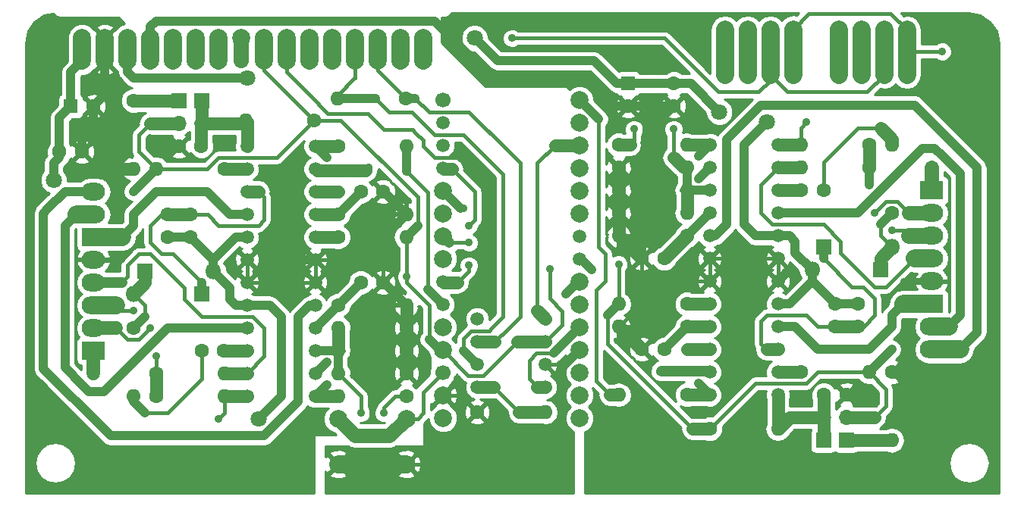
<source format=gbr>
G04 #@! TF.FileFunction,Copper,L2,Bot,Signal*
%FSLAX46Y46*%
G04 Gerber Fmt 4.6, Leading zero omitted, Abs format (unit mm)*
G04 Created by KiCad (PCBNEW 4.0.7-e2-6376~58~ubuntu16.04.1) date Wed Feb  7 17:30:46 2018*
%MOMM*%
%LPD*%
G01*
G04 APERTURE LIST*
%ADD10C,0.100000*%
%ADD11C,2.000000*%
%ADD12C,1.600000*%
%ADD13R,1.600000X1.600000*%
%ADD14R,1.800000X1.800000*%
%ADD15O,1.800000X1.800000*%
%ADD16R,2.600000X2.000000*%
%ADD17O,2.600000X2.000000*%
%ADD18O,1.600000X1.600000*%
%ADD19R,1.700000X1.700000*%
%ADD20O,1.700000X1.700000*%
%ADD21C,1.500000*%
%ADD22C,1.700000*%
%ADD23C,1.200000*%
%ADD24R,2.000000X2.600000*%
%ADD25O,2.000000X2.600000*%
%ADD26C,0.889000*%
%ADD27C,1.800000*%
%ADD28C,1.400000*%
%ADD29C,0.400000*%
%ADD30C,1.000000*%
%ADD31C,1.200000*%
%ADD32C,1.600000*%
%ADD33C,1.800000*%
%ADD34C,2.000000*%
%ADD35C,1.500000*%
%ADD36C,0.800000*%
%ADD37C,0.600000*%
%ADD38C,1.700000*%
%ADD39C,0.254000*%
G04 APERTURE END LIST*
D10*
D11*
X74195000Y-93045000D03*
X66575000Y-93045000D03*
X66575000Y-98125000D03*
X74195000Y-98125000D03*
D12*
X124560000Y-80210000D03*
X124560000Y-82710000D03*
X47525000Y-72725000D03*
X47525000Y-70225000D03*
X122020000Y-80210000D03*
X122020000Y-82710000D03*
X50065000Y-72725000D03*
X50065000Y-70225000D03*
X123290000Y-90370000D03*
X120790000Y-90370000D03*
X48795000Y-62565000D03*
X51295000Y-62565000D03*
X102970000Y-75130000D03*
X100470000Y-75130000D03*
X69115000Y-77805000D03*
X71615000Y-77805000D03*
X120750000Y-67510000D03*
X118250000Y-67510000D03*
X51335000Y-85425000D03*
X53835000Y-85425000D03*
X102970000Y-85290000D03*
X100470000Y-85290000D03*
X69115000Y-67645000D03*
X71615000Y-67645000D03*
D13*
X36730000Y-58120000D03*
D12*
X39230000Y-58120000D03*
D14*
X127100000Y-76400000D03*
D15*
X119480000Y-76400000D03*
D14*
X44985000Y-76535000D03*
D15*
X52605000Y-76535000D03*
D14*
X120750000Y-73860000D03*
D15*
X128370000Y-73860000D03*
D14*
X51335000Y-79075000D03*
D15*
X43715000Y-79075000D03*
D16*
X132815000Y-67510000D03*
D17*
X132815000Y-70050000D03*
X132815000Y-72590000D03*
X132815000Y-75130000D03*
X132815000Y-77670000D03*
D16*
X39270000Y-85425000D03*
D17*
X39270000Y-82885000D03*
X39270000Y-80345000D03*
X39270000Y-77805000D03*
X39270000Y-75265000D03*
D16*
X132815000Y-80210000D03*
D17*
X132815000Y-82750000D03*
X132815000Y-85290000D03*
D16*
X39270000Y-72725000D03*
D17*
X39270000Y-70185000D03*
X39270000Y-67645000D03*
D12*
X105510000Y-80210000D03*
D18*
X97890000Y-80210000D03*
D12*
X66575000Y-72725000D03*
D18*
X74195000Y-72725000D03*
D12*
X118210000Y-87830000D03*
D18*
X125830000Y-87830000D03*
D12*
X53875000Y-65105000D03*
D18*
X46255000Y-65105000D03*
D12*
X128370000Y-87830000D03*
D18*
X128370000Y-95450000D03*
D12*
X43715000Y-57485000D03*
D18*
X43715000Y-65105000D03*
D12*
X105510000Y-90370000D03*
D18*
X97890000Y-90370000D03*
D12*
X66575000Y-62565000D03*
D18*
X74195000Y-62565000D03*
D12*
X97890000Y-62430000D03*
D18*
X105510000Y-62430000D03*
D12*
X74195000Y-90505000D03*
D18*
X66575000Y-90505000D03*
D12*
X125830000Y-64970000D03*
D18*
X118210000Y-64970000D03*
D12*
X46255000Y-87965000D03*
D18*
X53875000Y-87965000D03*
D12*
X125830000Y-62430000D03*
D18*
X118210000Y-62430000D03*
D12*
X46255000Y-90505000D03*
D18*
X53875000Y-90505000D03*
D12*
X108050000Y-94180000D03*
D18*
X115670000Y-94180000D03*
D12*
X63900000Y-59700000D03*
D18*
X56280000Y-59700000D03*
D12*
X105510000Y-72590000D03*
D18*
X97890000Y-72590000D03*
D12*
X66575000Y-80345000D03*
D18*
X74195000Y-80345000D03*
D12*
X128370000Y-70050000D03*
D18*
X128370000Y-62430000D03*
D12*
X43715000Y-82885000D03*
D18*
X43715000Y-90505000D03*
D12*
X105510000Y-82750000D03*
D18*
X97890000Y-82750000D03*
D12*
X66575000Y-70185000D03*
D18*
X74195000Y-70185000D03*
D12*
X97890000Y-70050000D03*
D18*
X105510000Y-70050000D03*
D12*
X74195000Y-82885000D03*
D18*
X66575000Y-82885000D03*
D12*
X97890000Y-67510000D03*
D18*
X105510000Y-67510000D03*
D12*
X74195000Y-85425000D03*
D18*
X66575000Y-85425000D03*
D12*
X97890000Y-64970000D03*
D18*
X105510000Y-64970000D03*
D12*
X74195000Y-87965000D03*
D18*
X66575000Y-87965000D03*
D13*
X98960000Y-55580000D03*
D12*
X98960000Y-58080000D03*
D19*
X120750000Y-95450000D03*
D20*
X120750000Y-92910000D03*
D19*
X123290000Y-95450000D03*
D20*
X123290000Y-92910000D03*
D19*
X51335000Y-57485000D03*
D20*
X51335000Y-60025000D03*
D19*
X48795000Y-57485000D03*
D20*
X48795000Y-60025000D03*
D21*
X64035000Y-90505000D03*
X64035000Y-87965000D03*
X64035000Y-85425000D03*
X64035000Y-82885000D03*
X56415000Y-82885000D03*
X56415000Y-85425000D03*
X56415000Y-87965000D03*
X56415000Y-90505000D03*
X64035000Y-80345000D03*
X64035000Y-77805000D03*
X64035000Y-75265000D03*
X64035000Y-72725000D03*
X64035000Y-70185000D03*
X64035000Y-67645000D03*
X64035000Y-62565000D03*
X64035000Y-65105000D03*
X56415000Y-62565000D03*
X56415000Y-65105000D03*
X56415000Y-67645000D03*
X56415000Y-70185000D03*
X56415000Y-72725000D03*
X56415000Y-75265000D03*
X56415000Y-77805000D03*
X56415000Y-80345000D03*
X108050000Y-62430000D03*
X108050000Y-64970000D03*
X108050000Y-67510000D03*
X108050000Y-70050000D03*
X115670000Y-70050000D03*
X115670000Y-67510000D03*
X115670000Y-64970000D03*
X115670000Y-62430000D03*
X108050000Y-72590000D03*
X108050000Y-75130000D03*
X108050000Y-77670000D03*
X108050000Y-80210000D03*
X108050000Y-82750000D03*
X108050000Y-85290000D03*
X108050000Y-90370000D03*
X108050000Y-87830000D03*
X115670000Y-90370000D03*
X115670000Y-87830000D03*
X115670000Y-85290000D03*
X115670000Y-82750000D03*
X115670000Y-80210000D03*
X115670000Y-77670000D03*
X115670000Y-75130000D03*
X115670000Y-72590000D03*
D11*
X93520000Y-92980000D03*
X93520000Y-90440000D03*
X93520000Y-87900000D03*
X93520000Y-85360000D03*
X93520000Y-82820000D03*
X93520000Y-80280000D03*
X93520000Y-77740000D03*
D21*
X93520000Y-75200000D03*
X93520000Y-72660000D03*
D11*
X93520000Y-70120000D03*
X93520000Y-67580000D03*
X93520000Y-65040000D03*
X93520000Y-62500000D03*
X93520000Y-59960000D03*
X93520000Y-57420000D03*
D22*
X78280000Y-57420000D03*
D21*
X78280000Y-59960000D03*
X78280000Y-62500000D03*
X78280000Y-65040000D03*
D11*
X78280000Y-67580000D03*
X78280000Y-70120000D03*
X78280000Y-72660000D03*
X78280000Y-75200000D03*
D21*
X78280000Y-77740000D03*
X78280000Y-80280000D03*
D11*
X78280000Y-82820000D03*
X78280000Y-85360000D03*
D22*
X78280000Y-87900000D03*
D11*
X78280000Y-90440000D03*
X78280000Y-92980000D03*
X38000000Y-50500000D03*
X38000000Y-53040000D03*
X40540000Y-50500000D03*
X40540000Y-53040000D03*
X43080000Y-50500000D03*
X43080000Y-53040000D03*
X45620000Y-50500000D03*
X45620000Y-53040000D03*
X48160000Y-50500000D03*
X48160000Y-53040000D03*
X50700000Y-50500000D03*
X50700000Y-53040000D03*
X53240000Y-50500000D03*
X53240000Y-53040000D03*
X55780000Y-50500000D03*
D22*
X55780000Y-53040000D03*
D11*
X58320000Y-50500000D03*
X58320000Y-53040000D03*
X60860000Y-50500000D03*
X60860000Y-53040000D03*
X63400000Y-50500000D03*
X63400000Y-53040000D03*
X65940000Y-50500000D03*
X65940000Y-53040000D03*
X68480000Y-50500000D03*
X68480000Y-53040000D03*
X71020000Y-50500000D03*
X71020000Y-53040000D03*
X73560000Y-50500000D03*
X73560000Y-53040000D03*
X76100000Y-50500000D03*
X76100000Y-53040000D03*
D12*
X104040000Y-55580000D03*
X104040000Y-58080000D03*
X35460000Y-63200000D03*
X37960000Y-63200000D03*
X82100000Y-92300000D03*
D18*
X89720000Y-92300000D03*
D21*
X89710000Y-89510000D03*
X89710000Y-86970000D03*
X89710000Y-84430000D03*
D23*
X89710000Y-81890000D03*
D21*
X82090000Y-81890000D03*
X82090000Y-84430000D03*
X82090000Y-86970000D03*
X82090000Y-89510000D03*
D12*
X74100000Y-57200000D03*
D18*
X66480000Y-57200000D03*
D24*
X109740000Y-52080000D03*
D25*
X112280000Y-52080000D03*
X114820000Y-52080000D03*
X117360000Y-52080000D03*
D24*
X122440000Y-52080000D03*
D25*
X124980000Y-52080000D03*
X127520000Y-52080000D03*
X130060000Y-52080000D03*
D26*
X94896000Y-76408000D03*
X102516000Y-87838000D03*
X70004000Y-64978000D03*
X91975000Y-79075000D03*
X118845000Y-59890000D03*
X126465000Y-70050000D03*
X106780000Y-63700000D03*
X128370000Y-71955000D03*
X45620000Y-82885000D03*
X53240000Y-93045000D03*
X43715000Y-80980000D03*
X65305000Y-89235000D03*
X106780000Y-89100000D03*
X106780000Y-66240000D03*
X65305000Y-86695000D03*
X65305000Y-63835000D03*
X104040000Y-60660000D03*
X105510000Y-85290000D03*
X69115000Y-92410000D03*
X66575000Y-67645000D03*
D27*
X109120000Y-58755000D03*
X114400000Y-59890000D03*
X56415000Y-54945000D03*
X81815000Y-50500000D03*
D26*
X132180000Y-90370000D03*
X125830000Y-90370000D03*
X116940000Y-76400000D03*
X127735000Y-79575000D03*
D27*
X34825000Y-66375000D03*
X57685000Y-93045000D03*
X41810000Y-55580000D03*
X61495000Y-70820000D03*
D26*
X55145000Y-76535000D03*
X44350000Y-73360000D03*
X46255000Y-62565000D03*
X39905000Y-62565000D03*
X134000000Y-52000000D03*
X99595000Y-60660000D03*
X90200000Y-76300000D03*
X43715000Y-67645000D03*
X46255000Y-86060000D03*
X39270000Y-87965000D03*
X74195000Y-77170000D03*
X71655000Y-92410000D03*
X97890000Y-75765000D03*
X132815000Y-64970000D03*
X125830000Y-66875000D03*
X128370000Y-85290000D03*
X81500000Y-65250000D03*
X86000000Y-50500000D03*
X79910000Y-88600000D03*
X81815000Y-79710000D03*
X122500000Y-49500000D03*
X81180000Y-71455000D03*
X125000000Y-49500000D03*
X80545000Y-69550000D03*
X112250000Y-49500000D03*
X81180000Y-73360000D03*
X109750000Y-50250000D03*
X81180000Y-75900000D03*
D28*
X115670000Y-85290000D02*
X114400000Y-85290000D01*
D29*
X120075000Y-82710000D02*
X122020000Y-82710000D01*
X118845000Y-81480000D02*
X120075000Y-82710000D01*
X114400000Y-81480000D02*
X118845000Y-81480000D01*
X113765000Y-82115000D02*
X114400000Y-81480000D01*
X113765000Y-84655000D02*
X113765000Y-82115000D01*
X114400000Y-85290000D02*
X113765000Y-84655000D01*
D30*
X120750000Y-73860000D02*
X120750000Y-75130000D01*
D29*
X126465000Y-81480000D02*
X125235000Y-82710000D01*
X126465000Y-79575000D02*
X126465000Y-81480000D01*
X125195000Y-78305000D02*
X126465000Y-79575000D01*
X123925000Y-78305000D02*
X125195000Y-78305000D01*
X120750000Y-75130000D02*
X123925000Y-78305000D01*
X125235000Y-82710000D02*
X124560000Y-82710000D01*
D28*
X124560000Y-82710000D02*
X122020000Y-82710000D01*
D29*
X121980000Y-82750000D02*
X122020000Y-82710000D01*
X50105000Y-70185000D02*
X50065000Y-70225000D01*
D28*
X47525000Y-70225000D02*
X50065000Y-70225000D01*
D29*
X46850000Y-70225000D02*
X47525000Y-70225000D01*
X51335000Y-77805000D02*
X48160000Y-74630000D01*
X48160000Y-74630000D02*
X46890000Y-74630000D01*
X46890000Y-74630000D02*
X45620000Y-73360000D01*
X45620000Y-73360000D02*
X45620000Y-71455000D01*
X45620000Y-71455000D02*
X46850000Y-70225000D01*
D30*
X51335000Y-79075000D02*
X51335000Y-77805000D01*
D29*
X57685000Y-67645000D02*
X58320000Y-68280000D01*
X58320000Y-68280000D02*
X58320000Y-70820000D01*
X58320000Y-70820000D02*
X57685000Y-71455000D01*
X57685000Y-71455000D02*
X53240000Y-71455000D01*
X53240000Y-71455000D02*
X52010000Y-70225000D01*
X52010000Y-70225000D02*
X50065000Y-70225000D01*
D28*
X56415000Y-67645000D02*
X57685000Y-67645000D01*
X120750000Y-95450000D02*
X120750000Y-92910000D01*
X120790000Y-90370000D02*
X120790000Y-92870000D01*
D29*
X120790000Y-92870000D02*
X120750000Y-92910000D01*
D28*
X115670000Y-94180000D02*
X116940000Y-92910000D01*
X116940000Y-92910000D02*
X120750000Y-92910000D01*
X115670000Y-90370000D02*
X115670000Y-94180000D01*
D29*
X108050000Y-87830000D02*
X107920000Y-87700000D01*
D31*
X107920000Y-87700000D02*
X102654000Y-87700000D01*
D29*
X102654000Y-87700000D02*
X102516000Y-87838000D01*
D30*
X94896000Y-76408000D02*
X93688000Y-75200000D01*
D29*
X102524000Y-87830000D02*
X102516000Y-87838000D01*
X93688000Y-75200000D02*
X93520000Y-75200000D01*
D28*
X97890000Y-90370000D02*
X96920000Y-90370000D01*
D30*
X95658000Y-59558000D02*
X93520000Y-57420000D01*
D29*
X95658000Y-73868000D02*
X95658000Y-59558000D01*
X96420000Y-74630000D02*
X95658000Y-73868000D01*
X96420000Y-77678000D02*
X96420000Y-74630000D01*
X95404000Y-78694000D02*
X96420000Y-77678000D01*
X95404000Y-88854000D02*
X95404000Y-78694000D01*
X96920000Y-90370000D02*
X95404000Y-88854000D01*
X64035000Y-65105000D02*
X64230000Y-65300000D01*
D28*
X64230000Y-65300000D02*
X69682000Y-65300000D01*
D29*
X69682000Y-65300000D02*
X70004000Y-64978000D01*
D30*
X91975000Y-79075000D02*
X93310000Y-77740000D01*
D29*
X93310000Y-77740000D02*
X93520000Y-77740000D01*
D30*
X74195000Y-62565000D02*
X74195000Y-65359000D01*
X76608000Y-78608000D02*
X78280000Y-80280000D01*
D29*
X76608000Y-67772000D02*
X76608000Y-78608000D01*
X74195000Y-65359000D02*
X76608000Y-67772000D01*
D28*
X105510000Y-72590000D02*
X102970000Y-75130000D01*
D30*
X105510000Y-72590000D02*
X108050000Y-70050000D01*
X66575000Y-80345000D02*
X64035000Y-82885000D01*
X66575000Y-80345000D02*
X69115000Y-77805000D01*
D28*
X128370000Y-61795000D02*
X128370000Y-62430000D01*
X127100000Y-60525000D02*
X128370000Y-61795000D01*
D29*
X124560000Y-60525000D02*
X127100000Y-60525000D01*
X120750000Y-64335000D02*
X124560000Y-60525000D01*
X120750000Y-67510000D02*
X120750000Y-64335000D01*
D28*
X115670000Y-67510000D02*
X118250000Y-67510000D01*
D29*
X51335000Y-85425000D02*
X51335000Y-88600000D01*
X51335000Y-88600000D02*
X47525000Y-92410000D01*
X47525000Y-92410000D02*
X44985000Y-92410000D01*
D30*
X44985000Y-92410000D02*
X43715000Y-91140000D01*
D29*
X43715000Y-91140000D02*
X43715000Y-90505000D01*
D28*
X56415000Y-85425000D02*
X53835000Y-85425000D01*
D30*
X102970000Y-85290000D02*
X105510000Y-82750000D01*
D28*
X105510000Y-82750000D02*
X108050000Y-82750000D01*
X66575000Y-70185000D02*
X64035000Y-70185000D01*
D30*
X69115000Y-67645000D02*
X66575000Y-70185000D01*
X128370000Y-70050000D02*
X127100000Y-71320000D01*
D29*
X127100000Y-72590000D02*
X128370000Y-73860000D01*
X127100000Y-71320000D02*
X127100000Y-72590000D01*
D28*
X127100000Y-76400000D02*
X127100000Y-75130000D01*
X127100000Y-75130000D02*
X128370000Y-73860000D01*
X44985000Y-77805000D02*
X43715000Y-79075000D01*
X44985000Y-76535000D02*
X44985000Y-77805000D01*
D29*
X44985000Y-81615000D02*
X44985000Y-80345000D01*
X44985000Y-80345000D02*
X43715000Y-79075000D01*
D30*
X43715000Y-82885000D02*
X44985000Y-81615000D01*
D29*
X118210000Y-60525000D02*
X118210000Y-62430000D01*
X118845000Y-59890000D02*
X118210000Y-60525000D01*
X127735000Y-68780000D02*
X126465000Y-70050000D01*
X129005000Y-68780000D02*
X127735000Y-68780000D01*
X130275000Y-70050000D02*
X129005000Y-68780000D01*
D32*
X132815000Y-70050000D02*
X130275000Y-70050000D01*
D28*
X115670000Y-62430000D02*
X118210000Y-62430000D01*
D33*
X132815000Y-72590000D02*
X130275000Y-72590000D01*
D30*
X106780000Y-63700000D02*
X108050000Y-62430000D01*
D29*
X129640000Y-71955000D02*
X128370000Y-71955000D01*
X130275000Y-72590000D02*
X129640000Y-71955000D01*
D28*
X105510000Y-62430000D02*
X108050000Y-62430000D01*
D29*
X129005000Y-77035000D02*
X130910000Y-75130000D01*
X129005000Y-77035000D02*
X127735000Y-78305000D01*
X127735000Y-78305000D02*
X126465000Y-78305000D01*
X126465000Y-78305000D02*
X122655000Y-74495000D01*
X122655000Y-74495000D02*
X122655000Y-73225000D01*
X122655000Y-73225000D02*
X120750000Y-71320000D01*
X120750000Y-71320000D02*
X115035000Y-71320000D01*
X115035000Y-71320000D02*
X113765000Y-70050000D01*
X113765000Y-70050000D02*
X113765000Y-66875000D01*
X115670000Y-64970000D02*
X113765000Y-66875000D01*
D34*
X130910000Y-75130000D02*
X132815000Y-75130000D01*
D28*
X115670000Y-64970000D02*
X118210000Y-64970000D01*
X56415000Y-90505000D02*
X53875000Y-90505000D01*
D35*
X39270000Y-82885000D02*
X41810000Y-82885000D01*
D29*
X41810000Y-82885000D02*
X43080000Y-84155000D01*
X43080000Y-84155000D02*
X44350000Y-84155000D01*
X44350000Y-84155000D02*
X45620000Y-82885000D01*
X53240000Y-93045000D02*
X53875000Y-92410000D01*
X53875000Y-92410000D02*
X53875000Y-90505000D01*
D28*
X66575000Y-90505000D02*
X64035000Y-90505000D01*
D29*
X41810000Y-80345000D02*
X42445000Y-80980000D01*
X42445000Y-80980000D02*
X43715000Y-80980000D01*
D30*
X65305000Y-89235000D02*
X64035000Y-90505000D01*
D34*
X39270000Y-80345000D02*
X41810000Y-80345000D01*
D28*
X56415000Y-87965000D02*
X53875000Y-87965000D01*
D29*
X42445000Y-77805000D02*
X43080000Y-77170000D01*
X43080000Y-77170000D02*
X43080000Y-75900000D01*
X43080000Y-75900000D02*
X44350000Y-74630000D01*
X44350000Y-74630000D02*
X45620000Y-74630000D01*
X45620000Y-74630000D02*
X49430000Y-78440000D01*
X49430000Y-78440000D02*
X49430000Y-79710000D01*
X49430000Y-79710000D02*
X51335000Y-81615000D01*
X51335000Y-81615000D02*
X57050000Y-81615000D01*
X57050000Y-81615000D02*
X58320000Y-82885000D01*
X58320000Y-82885000D02*
X58320000Y-86060000D01*
X58320000Y-86060000D02*
X56415000Y-87965000D01*
D31*
X39270000Y-77805000D02*
X42445000Y-77805000D01*
D30*
X115670000Y-82750000D02*
X117575000Y-82750000D01*
D34*
X129640000Y-80210000D02*
X132815000Y-80210000D01*
D30*
X128370000Y-81480000D02*
X129640000Y-80210000D01*
X128370000Y-82750000D02*
X128370000Y-81480000D01*
X125830000Y-85290000D02*
X128370000Y-82750000D01*
X120115000Y-85290000D02*
X125830000Y-85290000D01*
X117575000Y-82750000D02*
X120115000Y-85290000D01*
X134085000Y-63700000D02*
X133185000Y-62800000D01*
X130910000Y-63700000D02*
X129640000Y-64970000D01*
X135990000Y-65605000D02*
X135990000Y-81480000D01*
X135990000Y-81480000D02*
X134720000Y-82750000D01*
D34*
X132815000Y-82750000D02*
X134720000Y-82750000D01*
D30*
X124560000Y-70050000D02*
X115670000Y-70050000D01*
X124560000Y-70050000D02*
X129640000Y-64970000D01*
X135990000Y-65605000D02*
X134085000Y-63700000D01*
X131810000Y-62800000D02*
X130910000Y-63700000D01*
X133185000Y-62800000D02*
X131810000Y-62800000D01*
X112495000Y-59255000D02*
X113765000Y-57985000D01*
X112495000Y-59255000D02*
X109955000Y-61795000D01*
X109955000Y-61795000D02*
X109955000Y-63700000D01*
X108685000Y-72590000D02*
X109955000Y-71320000D01*
D34*
X135990000Y-85290000D02*
X132815000Y-85290000D01*
D30*
X137895000Y-83385000D02*
X135990000Y-85290000D01*
X137895000Y-64970000D02*
X137895000Y-83385000D01*
X132180000Y-59255000D02*
X137895000Y-64970000D01*
X109955000Y-71320000D02*
X109955000Y-63700000D01*
X130910000Y-57985000D02*
X132180000Y-59255000D01*
X113765000Y-57985000D02*
X130910000Y-57985000D01*
X108050000Y-72590000D02*
X108685000Y-72590000D01*
X54510000Y-70185000D02*
X51970000Y-67645000D01*
X51970000Y-67645000D02*
X46255000Y-67645000D01*
X46255000Y-67645000D02*
X43715000Y-70185000D01*
X43715000Y-70185000D02*
X43715000Y-71455000D01*
X43715000Y-71455000D02*
X42445000Y-72725000D01*
D34*
X42445000Y-72725000D02*
X39270000Y-72725000D01*
D30*
X56415000Y-70185000D02*
X54510000Y-70185000D01*
X38000000Y-89235000D02*
X38765000Y-90000000D01*
X36095000Y-87330000D02*
X38000000Y-89235000D01*
X47525000Y-82885000D02*
X42445000Y-87965000D01*
X56415000Y-82885000D02*
X47525000Y-82885000D01*
D34*
X37365000Y-70185000D02*
X39270000Y-70185000D01*
D30*
X36095000Y-71455000D02*
X37365000Y-70185000D01*
X36095000Y-87330000D02*
X36095000Y-71455000D01*
X41175000Y-89235000D02*
X42445000Y-87965000D01*
X40410000Y-90000000D02*
X41175000Y-89235000D01*
X38765000Y-90000000D02*
X40410000Y-90000000D01*
X34190000Y-87965000D02*
X33655000Y-87430000D01*
X59590000Y-93680000D02*
X58320000Y-94950000D01*
X59590000Y-93680000D02*
X62130000Y-91140000D01*
X62130000Y-91140000D02*
X62130000Y-89235000D01*
X63400000Y-80345000D02*
X62130000Y-81615000D01*
X36095000Y-67645000D02*
X39270000Y-67645000D01*
X34190000Y-69550000D02*
X36095000Y-67645000D01*
X39905000Y-93680000D02*
X34190000Y-87965000D01*
X62130000Y-81615000D02*
X62130000Y-89235000D01*
X41175000Y-94950000D02*
X39905000Y-93680000D01*
X58320000Y-94950000D02*
X41175000Y-94950000D01*
X33655000Y-70085000D02*
X34190000Y-69550000D01*
X33655000Y-87430000D02*
X33655000Y-70085000D01*
X64035000Y-80345000D02*
X63400000Y-80345000D01*
D28*
X105510000Y-80210000D02*
X108050000Y-80210000D01*
X66575000Y-72725000D02*
X64035000Y-72725000D01*
D30*
X108050000Y-64970000D02*
X106780000Y-66240000D01*
X106780000Y-89100000D02*
X108050000Y-90370000D01*
D28*
X105510000Y-90370000D02*
X108050000Y-90370000D01*
X66575000Y-62565000D02*
X64035000Y-62565000D01*
D30*
X65305000Y-63835000D02*
X64035000Y-62565000D01*
X64035000Y-87965000D02*
X65305000Y-86695000D01*
D28*
X104040000Y-63835000D02*
X105175000Y-64970000D01*
D29*
X104040000Y-60660000D02*
X104040000Y-63835000D01*
X105175000Y-64970000D02*
X105510000Y-64970000D01*
D28*
X108050000Y-85290000D02*
X105510000Y-85290000D01*
D29*
X104875000Y-67510000D02*
X105510000Y-67510000D01*
D30*
X108050000Y-67510000D02*
X105510000Y-67510000D01*
X105510000Y-64970000D02*
X105510000Y-67510000D01*
D28*
X105510000Y-67510000D02*
X105510000Y-70050000D01*
X66575000Y-85425000D02*
X66575000Y-82885000D01*
D30*
X66575000Y-87965000D02*
X66575000Y-85425000D01*
X64035000Y-85425000D02*
X66575000Y-85425000D01*
D29*
X67210000Y-85425000D02*
X66575000Y-85425000D01*
X69115000Y-90505000D02*
X66575000Y-87965000D01*
D28*
X64035000Y-67645000D02*
X66575000Y-67645000D01*
D29*
X69115000Y-92410000D02*
X69115000Y-90505000D01*
D28*
X123290000Y-95450000D02*
X128370000Y-95450000D01*
X56415000Y-62565000D02*
X56415000Y-59835000D01*
D29*
X56415000Y-59835000D02*
X56280000Y-59700000D01*
D28*
X55955000Y-60025000D02*
X55145000Y-60025000D01*
X55145000Y-60025000D02*
X51335000Y-60025000D01*
D29*
X55955000Y-60025000D02*
X56280000Y-59700000D01*
X51295000Y-60065000D02*
X51335000Y-60025000D01*
D28*
X51295000Y-62565000D02*
X51295000Y-60065000D01*
X51335000Y-57485000D02*
X51335000Y-60025000D01*
X48795000Y-57485000D02*
X43715000Y-57485000D01*
X115670000Y-87830000D02*
X118210000Y-87830000D01*
X56415000Y-65105000D02*
X53875000Y-65105000D01*
D30*
X104040000Y-55580000D02*
X105945000Y-55580000D01*
X113130000Y-72590000D02*
X115670000Y-72590000D01*
X111860000Y-62430000D02*
X114400000Y-59890000D01*
X111860000Y-71320000D02*
X111860000Y-62430000D01*
X113130000Y-72590000D02*
X111860000Y-71320000D01*
X105945000Y-55580000D02*
X109120000Y-58755000D01*
X98960000Y-55580000D02*
X104040000Y-55580000D01*
X98960000Y-55580000D02*
X97690000Y-55580000D01*
X43080000Y-54310000D02*
X43080000Y-53040000D01*
X43080000Y-54310000D02*
X43715000Y-54945000D01*
X43715000Y-54945000D02*
X56415000Y-54945000D01*
X84355000Y-53040000D02*
X81815000Y-50500000D01*
X95150000Y-53040000D02*
X84355000Y-53040000D01*
X97690000Y-55580000D02*
X95150000Y-53040000D01*
D34*
X43080000Y-50500000D02*
X43080000Y-53040000D01*
D30*
X122020000Y-80210000D02*
X119480000Y-77670000D01*
X116940000Y-72590000D02*
X117575000Y-73225000D01*
X117575000Y-73225000D02*
X117575000Y-74495000D01*
X117575000Y-74495000D02*
X119480000Y-76400000D01*
X115670000Y-72590000D02*
X116940000Y-72590000D01*
X118210000Y-78940000D02*
X119480000Y-77670000D01*
X115670000Y-80210000D02*
X116940000Y-80210000D01*
X116940000Y-80210000D02*
X118210000Y-78940000D01*
X119480000Y-77670000D02*
X119480000Y-76400000D01*
X124560000Y-80210000D02*
X122020000Y-80210000D01*
X101500000Y-61930000D02*
X101500000Y-60620000D01*
X100470000Y-73120000D02*
X101500000Y-72090000D01*
X101500000Y-72090000D02*
X101500000Y-61930000D01*
X100470000Y-75130000D02*
X100470000Y-73120000D01*
X101500000Y-60620000D02*
X104040000Y-58080000D01*
X98960000Y-58080000D02*
X104040000Y-58080000D01*
X78640000Y-49865000D02*
X82450000Y-53675000D01*
X77370000Y-48595000D02*
X78640000Y-49865000D01*
X58320000Y-48595000D02*
X77370000Y-48595000D01*
X46255000Y-48595000D02*
X58320000Y-48595000D01*
X45620000Y-49230000D02*
X46255000Y-48595000D01*
X45620000Y-50500000D02*
X45620000Y-49230000D01*
X97015000Y-58080000D02*
X98960000Y-58080000D01*
X93880000Y-54945000D02*
X97015000Y-58080000D01*
X83720000Y-54945000D02*
X93880000Y-54945000D01*
X82450000Y-53675000D02*
X83720000Y-54945000D01*
D34*
X45620000Y-53040000D02*
X45620000Y-50500000D01*
D29*
X97890000Y-82750000D02*
X99795000Y-80845000D01*
X99795000Y-79575000D02*
X101700000Y-77670000D01*
X99795000Y-80845000D02*
X99795000Y-79575000D01*
D28*
X123290000Y-90370000D02*
X125830000Y-90370000D01*
X129640000Y-87830000D02*
X128370000Y-87830000D01*
D29*
X132180000Y-90370000D02*
X129640000Y-87830000D01*
D30*
X116940000Y-76400000D02*
X115670000Y-77670000D01*
D29*
X115670000Y-77670000D02*
X115670000Y-75130000D01*
X115670000Y-75130000D02*
X108050000Y-75130000D01*
X108050000Y-75130000D02*
X108050000Y-77670000D01*
X108050000Y-77670000D02*
X101700000Y-77670000D01*
X100470000Y-76440000D02*
X100470000Y-75130000D01*
X101700000Y-77670000D02*
X100470000Y-76440000D01*
D28*
X97890000Y-72590000D02*
X97890000Y-70050000D01*
X97890000Y-70050000D02*
X97890000Y-67510000D01*
X97890000Y-64970000D02*
X97890000Y-67510000D01*
D29*
X100470000Y-85290000D02*
X100430000Y-85290000D01*
D28*
X100430000Y-85290000D02*
X97890000Y-82750000D01*
D29*
X100470000Y-75130000D02*
X100430000Y-75130000D01*
D28*
X100430000Y-75130000D02*
X97890000Y-72590000D01*
D36*
X132815000Y-77670000D02*
X129640000Y-77670000D01*
D29*
X129640000Y-77670000D02*
X127735000Y-79575000D01*
D30*
X34825000Y-66375000D02*
X34825000Y-64470000D01*
X35460000Y-63835000D02*
X34825000Y-64470000D01*
X58955000Y-80345000D02*
X56415000Y-80345000D01*
X60225000Y-90505000D02*
X57685000Y-93045000D01*
X60225000Y-81615000D02*
X60225000Y-90505000D01*
X58955000Y-80345000D02*
X60225000Y-81615000D01*
D34*
X38000000Y-50500000D02*
X38000000Y-53040000D01*
D30*
X36730000Y-58120000D02*
X36730000Y-54310000D01*
X36730000Y-54310000D02*
X38000000Y-53040000D01*
X35460000Y-63200000D02*
X35460000Y-59390000D01*
X35460000Y-59390000D02*
X36730000Y-58120000D01*
X35460000Y-63835000D02*
X35460000Y-63200000D01*
X47525000Y-72725000D02*
X50065000Y-72725000D01*
X52605000Y-75265000D02*
X52605000Y-76535000D01*
X55145000Y-72725000D02*
X53875000Y-73995000D01*
X56415000Y-72725000D02*
X55145000Y-72725000D01*
X53875000Y-73995000D02*
X52605000Y-75265000D01*
X54510000Y-79710000D02*
X54510000Y-78440000D01*
X55145000Y-80345000D02*
X54510000Y-79710000D01*
X56415000Y-80345000D02*
X55145000Y-80345000D01*
X54510000Y-78440000D02*
X52605000Y-76535000D01*
X50065000Y-72725000D02*
X52605000Y-75265000D01*
D37*
X39270000Y-75265000D02*
X42445000Y-75265000D01*
D29*
X42445000Y-75265000D02*
X44350000Y-73360000D01*
X64035000Y-77805000D02*
X64035000Y-75265000D01*
D30*
X41770000Y-55580000D02*
X41810000Y-55580000D01*
X39230000Y-58120000D02*
X41770000Y-55580000D01*
X62765000Y-75265000D02*
X64035000Y-75265000D01*
X61495000Y-73995000D02*
X62765000Y-75265000D01*
X61495000Y-70820000D02*
X61495000Y-73995000D01*
X39230000Y-58120000D02*
X39230000Y-59430000D01*
X37960000Y-60700000D02*
X37960000Y-63200000D01*
X39230000Y-59430000D02*
X37960000Y-60700000D01*
X40540000Y-53040000D02*
X40540000Y-56810000D01*
X40540000Y-56810000D02*
X39230000Y-58120000D01*
D34*
X40540000Y-50500000D02*
X40540000Y-53040000D01*
D30*
X71655000Y-77805000D02*
X74195000Y-80345000D01*
D29*
X71615000Y-77805000D02*
X71655000Y-77805000D01*
D30*
X71655000Y-67645000D02*
X74195000Y-70185000D01*
D29*
X71615000Y-67645000D02*
X71655000Y-67645000D01*
D28*
X74195000Y-87965000D02*
X74195000Y-85425000D01*
X74195000Y-82885000D02*
X74195000Y-85425000D01*
X74195000Y-80345000D02*
X74195000Y-82885000D01*
D29*
X70385000Y-75265000D02*
X71615000Y-76495000D01*
X71615000Y-76495000D02*
X71615000Y-77805000D01*
X64035000Y-75265000D02*
X70385000Y-75265000D01*
X56415000Y-77805000D02*
X64035000Y-77805000D01*
X56415000Y-75265000D02*
X56415000Y-77805000D01*
X55145000Y-76535000D02*
X56415000Y-75265000D01*
X39905000Y-62565000D02*
X42445000Y-65105000D01*
D28*
X42445000Y-65105000D02*
X43715000Y-65105000D01*
X48795000Y-62565000D02*
X46255000Y-62565000D01*
D29*
X72290000Y-72090000D02*
X72290000Y-73360000D01*
X72290000Y-73360000D02*
X70385000Y-75265000D01*
D30*
X74195000Y-70185000D02*
X72290000Y-72090000D01*
D29*
X134000000Y-52000000D02*
X130140000Y-52000000D01*
X130140000Y-52000000D02*
X130060000Y-52080000D01*
X117360000Y-49500000D02*
X119110000Y-47750000D01*
D34*
X130060000Y-49540000D02*
X130060000Y-52080000D01*
D29*
X128270000Y-47750000D02*
X130060000Y-49540000D01*
X119110000Y-47750000D02*
X128270000Y-47750000D01*
D34*
X117360000Y-52080000D02*
X117360000Y-54620000D01*
X117360000Y-52080000D02*
X117360000Y-49500000D01*
X117360000Y-49500000D02*
X117360000Y-49540000D01*
X130060000Y-52080000D02*
X130060000Y-54620000D01*
D29*
X72925000Y-90505000D02*
X74195000Y-90505000D01*
X63900000Y-59700000D02*
X58320000Y-54120000D01*
X58320000Y-54120000D02*
X58320000Y-53040000D01*
D28*
X99160000Y-62430000D02*
X97890000Y-62430000D01*
D29*
X99595000Y-61995000D02*
X99160000Y-62430000D01*
X99595000Y-60660000D02*
X99595000Y-61995000D01*
X62305000Y-61295000D02*
X59765000Y-63835000D01*
X63900000Y-59700000D02*
X62305000Y-61295000D01*
X51970000Y-65105000D02*
X53240000Y-63835000D01*
X53240000Y-63835000D02*
X58955000Y-63835000D01*
X51970000Y-65105000D02*
X46255000Y-65105000D01*
X59765000Y-63835000D02*
X58955000Y-63835000D01*
X75465000Y-68280000D02*
X66885000Y-59700000D01*
X66885000Y-59700000D02*
X63900000Y-59700000D01*
D30*
X74195000Y-72725000D02*
X75465000Y-71455000D01*
D29*
X75465000Y-71455000D02*
X75465000Y-68280000D01*
X90200000Y-76300000D02*
X90200000Y-79600000D01*
X89710000Y-84430000D02*
X91600000Y-82540000D01*
X91600000Y-81000000D02*
X91600000Y-82540000D01*
X90200000Y-79600000D02*
X91600000Y-81000000D01*
X78280000Y-85360000D02*
X78280000Y-85380000D01*
X78280000Y-85380000D02*
X81100000Y-88200000D01*
D28*
X86570000Y-84430000D02*
X89710000Y-84430000D01*
D29*
X82800000Y-88200000D02*
X86570000Y-84430000D01*
X81100000Y-88200000D02*
X82800000Y-88200000D01*
X78280000Y-85360000D02*
X77940000Y-85360000D01*
D30*
X77940000Y-85360000D02*
X76735000Y-84155000D01*
D29*
X76735000Y-84155000D02*
X76735000Y-80345000D01*
X76735000Y-80345000D02*
X74195000Y-77805000D01*
X74195000Y-77805000D02*
X74195000Y-77170000D01*
D34*
X58320000Y-50500000D02*
X58320000Y-53040000D01*
D30*
X46255000Y-65105000D02*
X43715000Y-67645000D01*
D29*
X45620000Y-60025000D02*
X44350000Y-61295000D01*
D28*
X48795000Y-60025000D02*
X45620000Y-60025000D01*
D29*
X44350000Y-63200000D02*
X46255000Y-65105000D01*
X44350000Y-61295000D02*
X44350000Y-63200000D01*
X46255000Y-86060000D02*
X46255000Y-87965000D01*
D28*
X46255000Y-90505000D02*
X46255000Y-87965000D01*
D35*
X39270000Y-85425000D02*
X39270000Y-87965000D01*
D29*
X71655000Y-92410000D02*
X71655000Y-91775000D01*
X71655000Y-91775000D02*
X72925000Y-90505000D01*
X74195000Y-72725000D02*
X74195000Y-77170000D01*
X97890000Y-80210000D02*
X97890000Y-75765000D01*
X113130000Y-89100000D02*
X108050000Y-94180000D01*
X118845000Y-89100000D02*
X113130000Y-89100000D01*
D30*
X97890000Y-80210000D02*
X96620000Y-81480000D01*
D29*
X96620000Y-81480000D02*
X96620000Y-84655000D01*
X96620000Y-84655000D02*
X106145000Y-94180000D01*
D28*
X106145000Y-94180000D02*
X108050000Y-94180000D01*
D32*
X132815000Y-67510000D02*
X132815000Y-64970000D01*
D28*
X125830000Y-62430000D02*
X125830000Y-64970000D01*
D30*
X125830000Y-66875000D02*
X125830000Y-64970000D01*
D28*
X123290000Y-92910000D02*
X126465000Y-92910000D01*
D29*
X127735000Y-89735000D02*
X125830000Y-87830000D01*
X127735000Y-91640000D02*
X127735000Y-89735000D01*
X126465000Y-92910000D02*
X127735000Y-91640000D01*
D30*
X125830000Y-87830000D02*
X128370000Y-85290000D01*
D29*
X125830000Y-87830000D02*
X120115000Y-87830000D01*
X120115000Y-87830000D02*
X118845000Y-89100000D01*
D34*
X48160000Y-50500000D02*
X48160000Y-53040000D01*
X50700000Y-50500000D02*
X50700000Y-53040000D01*
X53240000Y-50500000D02*
X53240000Y-53040000D01*
D38*
X55780000Y-50500000D02*
X55780000Y-53040000D01*
D29*
X114820000Y-52080000D02*
X114820000Y-55180000D01*
X103000000Y-50500000D02*
X86000000Y-50500000D01*
X109000000Y-56500000D02*
X103000000Y-50500000D01*
X113500000Y-56500000D02*
X109000000Y-56500000D01*
X114820000Y-55180000D02*
X113500000Y-56500000D01*
X81500000Y-65250000D02*
X81412500Y-65337500D01*
X81412500Y-65337500D02*
X81500000Y-65250000D01*
X81500000Y-65250000D02*
X81500000Y-65425000D01*
X127520000Y-54620000D02*
X125640000Y-56500000D01*
D34*
X127520000Y-52080000D02*
X127520000Y-54620000D01*
X114820000Y-54620000D02*
X114820000Y-52080000D01*
D29*
X116700000Y-56500000D02*
X114820000Y-54620000D01*
X125640000Y-56500000D02*
X116700000Y-56500000D01*
D34*
X114820000Y-52080000D02*
X114820000Y-49540000D01*
X127520000Y-52080000D02*
X127520000Y-49540000D01*
X66575000Y-98125000D02*
X74195000Y-98125000D01*
D29*
X75270000Y-61100000D02*
X74870000Y-60700000D01*
X65450000Y-58900000D02*
X67300000Y-58900000D01*
X75270000Y-61100000D02*
X76100000Y-61930000D01*
X81815000Y-65740000D02*
X81500000Y-65425000D01*
X81500000Y-65425000D02*
X80545000Y-64470000D01*
X79910000Y-63835000D02*
X80545000Y-64470000D01*
X83085000Y-67010000D02*
X81815000Y-65740000D01*
X77370000Y-63835000D02*
X79910000Y-63835000D01*
X83085000Y-78440000D02*
X83085000Y-67010000D01*
X82450000Y-79075000D02*
X83085000Y-78440000D01*
X76100000Y-61930000D02*
X76100000Y-62565000D01*
X76100000Y-62565000D02*
X77370000Y-63835000D01*
X60860000Y-53040000D02*
X60860000Y-54310000D01*
X60860000Y-54310000D02*
X63400000Y-56850000D01*
X79910000Y-88600000D02*
X78280000Y-90230000D01*
X81815000Y-79710000D02*
X82450000Y-79075000D01*
X63400000Y-56850000D02*
X65450000Y-58900000D01*
X69900000Y-58900000D02*
X67300000Y-58900000D01*
X71700000Y-60700000D02*
X69900000Y-58900000D01*
X72300000Y-60700000D02*
X71700000Y-60700000D01*
X74870000Y-60700000D02*
X72300000Y-60700000D01*
X74195000Y-98125000D02*
X76275000Y-98125000D01*
X76275000Y-98125000D02*
X82100000Y-92300000D01*
X78280000Y-90230000D02*
X78280000Y-90440000D01*
X78280000Y-90440000D02*
X78280000Y-90230000D01*
X78280000Y-90440000D02*
X80240000Y-90440000D01*
X80240000Y-90440000D02*
X82100000Y-92300000D01*
X91340000Y-90505000D02*
X91340000Y-93045000D01*
X91340000Y-93045000D02*
X90070000Y-94315000D01*
X90070000Y-94315000D02*
X84115000Y-94315000D01*
X84115000Y-94315000D02*
X82100000Y-92300000D01*
X89710000Y-86970000D02*
X91340000Y-88600000D01*
X91340000Y-90505000D02*
X91340000Y-88600000D01*
X89710000Y-86970000D02*
X91910000Y-86970000D01*
D30*
X91910000Y-86970000D02*
X93520000Y-85360000D01*
D34*
X60860000Y-50500000D02*
X60860000Y-53040000D01*
X63400000Y-50500000D02*
X63400000Y-53040000D01*
X65940000Y-50500000D02*
X65940000Y-53040000D01*
D29*
X68480000Y-54900000D02*
X66480000Y-56900000D01*
X66480000Y-56900000D02*
X66480000Y-57200000D01*
X72290000Y-58755000D02*
X70735000Y-57200000D01*
X84990000Y-81615000D02*
X84990000Y-65740000D01*
X84990000Y-65740000D02*
X84355000Y-65105000D01*
X83405000Y-83200000D02*
X81400000Y-83200000D01*
X81400000Y-83200000D02*
X80545000Y-84055000D01*
X80545000Y-84055000D02*
X80545000Y-85425000D01*
X80545000Y-61295000D02*
X83085000Y-63835000D01*
X74830000Y-58755000D02*
X72290000Y-58755000D01*
X80545000Y-61295000D02*
X77370000Y-61295000D01*
X77370000Y-61295000D02*
X74830000Y-58755000D01*
X84355000Y-82250000D02*
X83720000Y-82885000D01*
D30*
X82090000Y-86970000D02*
X80545000Y-85425000D01*
D29*
X83720000Y-82885000D02*
X83405000Y-83200000D01*
X84355000Y-65105000D02*
X83085000Y-63835000D01*
X84355000Y-82250000D02*
X84990000Y-81615000D01*
D30*
X70735000Y-57200000D02*
X66480000Y-57200000D01*
D29*
X68480000Y-54945000D02*
X68480000Y-54900000D01*
X68480000Y-54900000D02*
X68480000Y-53040000D01*
D34*
X68480000Y-50500000D02*
X68480000Y-53040000D01*
D29*
X76735000Y-58755000D02*
X75180000Y-57200000D01*
X86895000Y-81615000D02*
X86895000Y-64470000D01*
X86895000Y-64470000D02*
X85625000Y-63200000D01*
D28*
X82090000Y-84430000D02*
X84080000Y-84430000D01*
D29*
X76735000Y-58755000D02*
X81180000Y-58755000D01*
X81180000Y-58755000D02*
X85625000Y-63200000D01*
X84080000Y-84430000D02*
X85625000Y-82885000D01*
X85625000Y-82885000D02*
X86895000Y-81615000D01*
D30*
X75180000Y-57200000D02*
X74100000Y-57200000D01*
D29*
X74100000Y-57200000D02*
X71020000Y-54120000D01*
X71020000Y-54120000D02*
X71020000Y-53040000D01*
D34*
X71020000Y-50500000D02*
X71020000Y-53040000D01*
X73560000Y-50500000D02*
X73560000Y-53040000D01*
X76100000Y-50500000D02*
X76100000Y-53040000D01*
D28*
X82090000Y-89510000D02*
X83995000Y-89510000D01*
X86785000Y-92300000D02*
X89720000Y-92300000D01*
D29*
X83995000Y-89510000D02*
X86785000Y-92300000D01*
X87900000Y-88300000D02*
X87900000Y-88600000D01*
D30*
X93520000Y-82820000D02*
X90640000Y-85700000D01*
D29*
X88700000Y-85700000D02*
X90640000Y-85700000D01*
X87900000Y-86500000D02*
X88700000Y-85700000D01*
X87900000Y-88300000D02*
X87900000Y-86500000D01*
D28*
X88810000Y-89510000D02*
X89110000Y-89510000D01*
D29*
X87900000Y-88600000D02*
X88810000Y-89510000D01*
D28*
X89110000Y-89510000D02*
X89710000Y-89510000D01*
X89710000Y-89510000D02*
X89110000Y-89510000D01*
X89710000Y-81890000D02*
X88800000Y-80980000D01*
X90770000Y-62500000D02*
X93520000Y-62500000D01*
D29*
X88800000Y-64470000D02*
X90770000Y-62500000D01*
X88800000Y-80980000D02*
X88800000Y-64470000D01*
D34*
X122440000Y-49540000D02*
X122440000Y-52080000D01*
D29*
X122460000Y-49540000D02*
X122440000Y-49540000D01*
X122500000Y-49500000D02*
X122460000Y-49540000D01*
D34*
X122440000Y-52080000D02*
X122440000Y-54620000D01*
D29*
X79275000Y-65105000D02*
X81180000Y-67010000D01*
D28*
X78345000Y-65105000D02*
X79275000Y-65105000D01*
D29*
X81180000Y-67010000D02*
X81815000Y-67645000D01*
X81815000Y-67645000D02*
X81815000Y-70185000D01*
X81815000Y-70185000D02*
X81815000Y-70820000D01*
X81815000Y-70820000D02*
X81180000Y-71455000D01*
X78280000Y-65040000D02*
X78345000Y-65105000D01*
D34*
X124980000Y-49540000D02*
X124980000Y-52080000D01*
D29*
X124980000Y-49520000D02*
X124980000Y-49540000D01*
X125000000Y-49500000D02*
X124980000Y-49520000D01*
D34*
X124980000Y-52080000D02*
X124980000Y-54620000D01*
D29*
X80250000Y-69550000D02*
X80545000Y-69550000D01*
D30*
X78280000Y-67580000D02*
X80250000Y-69550000D01*
D34*
X112280000Y-49540000D02*
X112280000Y-52080000D01*
D29*
X112280000Y-49530000D02*
X112280000Y-49540000D01*
X112250000Y-49500000D02*
X112280000Y-49530000D01*
D34*
X112280000Y-52080000D02*
X112280000Y-54620000D01*
D31*
X78280000Y-72660000D02*
X78980000Y-73360000D01*
D29*
X78980000Y-73360000D02*
X81180000Y-73360000D01*
X78280000Y-72660000D02*
X78345000Y-72725000D01*
X109750000Y-50250000D02*
X109740000Y-50250000D01*
X109740000Y-50250000D02*
X109750000Y-50250000D01*
X109750000Y-50250000D02*
X109740000Y-50250000D01*
D34*
X109740000Y-52080000D02*
X109740000Y-54620000D01*
X109740000Y-52080000D02*
X109740000Y-50250000D01*
X109740000Y-50250000D02*
X109740000Y-49540000D01*
D28*
X79910000Y-77805000D02*
X78345000Y-77805000D01*
D29*
X79910000Y-77805000D02*
X81180000Y-76535000D01*
X81180000Y-75900000D02*
X81180000Y-76535000D01*
X78280000Y-77740000D02*
X78345000Y-77805000D01*
X74195000Y-93045000D02*
X75465000Y-93045000D01*
X76100000Y-90080000D02*
X78280000Y-87900000D01*
X76100000Y-92410000D02*
X76100000Y-90080000D01*
X75465000Y-93045000D02*
X76100000Y-92410000D01*
D32*
X66575000Y-93045000D02*
X68480000Y-94950000D01*
X72290000Y-94950000D02*
X74195000Y-93045000D01*
X71020000Y-94950000D02*
X72290000Y-94950000D01*
X68480000Y-94950000D02*
X71020000Y-94950000D01*
D39*
G36*
X138263459Y-47949738D02*
X139334568Y-48665429D01*
X140050262Y-49736540D01*
X140315000Y-51067467D01*
X140315000Y-101315000D01*
X94127000Y-101315000D01*
X94127000Y-98000000D01*
X134715000Y-98000000D01*
X134888935Y-98874432D01*
X135384261Y-99615739D01*
X136125568Y-100111065D01*
X137000000Y-100285000D01*
X137874432Y-100111065D01*
X138615739Y-99615739D01*
X139111065Y-98874432D01*
X139285000Y-98000000D01*
X139111065Y-97125568D01*
X138615739Y-96384261D01*
X137874432Y-95888935D01*
X137000000Y-95715000D01*
X136125568Y-95888935D01*
X135384261Y-96384261D01*
X134888935Y-97125568D01*
X134715000Y-98000000D01*
X94127000Y-98000000D01*
X94127000Y-94498266D01*
X94444943Y-94366894D01*
X94905278Y-93907363D01*
X95154716Y-93306648D01*
X95155284Y-92656205D01*
X94906894Y-92055057D01*
X94562241Y-91709801D01*
X94905278Y-91367363D01*
X95154716Y-90766648D01*
X95155284Y-90116205D01*
X94922881Y-89553749D01*
X95610572Y-90241440D01*
X95585000Y-90370000D01*
X95686621Y-90880882D01*
X95976012Y-91313988D01*
X96409118Y-91603379D01*
X96920000Y-91705000D01*
X97359153Y-91705000D01*
X97861887Y-91805000D01*
X97918113Y-91805000D01*
X98467264Y-91695767D01*
X98932811Y-91384698D01*
X99243880Y-90919151D01*
X99353113Y-90370000D01*
X99243880Y-89820849D01*
X98932811Y-89355302D01*
X98467264Y-89044233D01*
X97918113Y-88935000D01*
X97861887Y-88935000D01*
X97359153Y-89035000D01*
X96920000Y-89035000D01*
X96791440Y-89060572D01*
X96239000Y-88508132D01*
X96239000Y-85454868D01*
X104835572Y-94051440D01*
X104810000Y-94180000D01*
X104911621Y-94690882D01*
X105201012Y-95123988D01*
X105634118Y-95413379D01*
X106145000Y-95515000D01*
X107523084Y-95515000D01*
X107763309Y-95614750D01*
X108334187Y-95615248D01*
X108861800Y-95397243D01*
X109265824Y-94993923D01*
X109484750Y-94466691D01*
X109485222Y-93925646D01*
X113475868Y-89935000D01*
X114350972Y-89935000D01*
X114285241Y-90093298D01*
X114284760Y-90644285D01*
X114335000Y-90765875D01*
X114335000Y-93602593D01*
X114316120Y-93630849D01*
X114206887Y-94180000D01*
X114316120Y-94729151D01*
X114627189Y-95194698D01*
X115092736Y-95505767D01*
X115641887Y-95615000D01*
X115698113Y-95615000D01*
X116247264Y-95505767D01*
X116712811Y-95194698D01*
X117023880Y-94729151D01*
X117027618Y-94710357D01*
X117492975Y-94245000D01*
X119374021Y-94245000D01*
X119303569Y-94348110D01*
X119252560Y-94600000D01*
X119252560Y-96300000D01*
X119296838Y-96535317D01*
X119435910Y-96751441D01*
X119648110Y-96896431D01*
X119900000Y-96947440D01*
X121600000Y-96947440D01*
X121835317Y-96903162D01*
X122022077Y-96782985D01*
X122188110Y-96896431D01*
X122440000Y-96947440D01*
X124140000Y-96947440D01*
X124375317Y-96903162D01*
X124558946Y-96785000D01*
X127792593Y-96785000D01*
X127820849Y-96803880D01*
X128370000Y-96913113D01*
X128919151Y-96803880D01*
X129384698Y-96492811D01*
X129695767Y-96027264D01*
X129805000Y-95478113D01*
X129805000Y-95421887D01*
X129695767Y-94872736D01*
X129384698Y-94407189D01*
X128919151Y-94096120D01*
X128370000Y-93986887D01*
X127820849Y-94096120D01*
X127792593Y-94115000D01*
X127018354Y-94115000D01*
X127408988Y-93853988D01*
X127698379Y-93420882D01*
X127800000Y-92910000D01*
X127774428Y-92781440D01*
X128325434Y-92230434D01*
X128444234Y-92052637D01*
X128506439Y-91959541D01*
X128570000Y-91640000D01*
X128570000Y-89735000D01*
X128506439Y-89415459D01*
X128405852Y-89264920D01*
X128723454Y-89249778D01*
X129124005Y-89083864D01*
X129198139Y-88837745D01*
X128370000Y-88009605D01*
X128355858Y-88023748D01*
X128176252Y-87844142D01*
X128190395Y-87830000D01*
X128549605Y-87830000D01*
X129377745Y-88658139D01*
X129623864Y-88584005D01*
X129816965Y-88046777D01*
X129789778Y-87476546D01*
X129623864Y-87075995D01*
X129377745Y-87001861D01*
X128549605Y-87830000D01*
X128190395Y-87830000D01*
X128176253Y-87815858D01*
X128355858Y-87636253D01*
X128370000Y-87650395D01*
X129198139Y-86822255D01*
X129124005Y-86576136D01*
X128804014Y-86461119D01*
X129172566Y-86092567D01*
X129418603Y-85724346D01*
X129504999Y-85290000D01*
X129418603Y-84855655D01*
X129172566Y-84487434D01*
X128804345Y-84241397D01*
X128536928Y-84188205D01*
X129172566Y-83552567D01*
X129418603Y-83184346D01*
X129434108Y-83106397D01*
X129505000Y-82750000D01*
X129505000Y-81950132D01*
X129615087Y-81840045D01*
X129640000Y-81845000D01*
X131153178Y-81845000D01*
X130966548Y-82124313D01*
X130842091Y-82750000D01*
X130966548Y-83375687D01*
X131320971Y-83906120D01*
X131491405Y-84020000D01*
X131320971Y-84133880D01*
X130966548Y-84664313D01*
X130842091Y-85290000D01*
X130966548Y-85915687D01*
X131320971Y-86446120D01*
X131851404Y-86800543D01*
X132477091Y-86925000D01*
X135990000Y-86925000D01*
X136615687Y-86800543D01*
X137146120Y-86446120D01*
X137500543Y-85915687D01*
X137625000Y-85290000D01*
X137620045Y-85265087D01*
X138697566Y-84187566D01*
X138732529Y-84135240D01*
X138943603Y-83819346D01*
X139030000Y-83385000D01*
X139030000Y-64970000D01*
X139003147Y-64835000D01*
X138943604Y-64535655D01*
X138697567Y-64167434D01*
X132982566Y-58452434D01*
X131712566Y-57182434D01*
X131583515Y-57096205D01*
X131344346Y-56936397D01*
X130910000Y-56850000D01*
X126470868Y-56850000D01*
X127141214Y-56179655D01*
X127520000Y-56255000D01*
X128145687Y-56130543D01*
X128676120Y-55776120D01*
X128790000Y-55605686D01*
X128903880Y-55776120D01*
X129434313Y-56130543D01*
X130060000Y-56255000D01*
X130685687Y-56130543D01*
X131216120Y-55776120D01*
X131570543Y-55245687D01*
X131695000Y-54620000D01*
X131695000Y-52835000D01*
X133308231Y-52835000D01*
X133387714Y-52914622D01*
X133784332Y-53079313D01*
X134213784Y-53079687D01*
X134610689Y-52915689D01*
X134914622Y-52612286D01*
X135079313Y-52215668D01*
X135079687Y-51786216D01*
X134915689Y-51389311D01*
X134612286Y-51085378D01*
X134215668Y-50920687D01*
X133786216Y-50920313D01*
X133389311Y-51084311D01*
X133308481Y-51165000D01*
X131695000Y-51165000D01*
X131695000Y-49540000D01*
X131570543Y-48914313D01*
X131216120Y-48383880D01*
X130685687Y-48029457D01*
X130060000Y-47905000D01*
X129681213Y-47980345D01*
X129385868Y-47685000D01*
X136932533Y-47685000D01*
X138263459Y-47949738D01*
X138263459Y-47949738D01*
G37*
X138263459Y-47949738D02*
X139334568Y-48665429D01*
X140050262Y-49736540D01*
X140315000Y-51067467D01*
X140315000Y-101315000D01*
X94127000Y-101315000D01*
X94127000Y-98000000D01*
X134715000Y-98000000D01*
X134888935Y-98874432D01*
X135384261Y-99615739D01*
X136125568Y-100111065D01*
X137000000Y-100285000D01*
X137874432Y-100111065D01*
X138615739Y-99615739D01*
X139111065Y-98874432D01*
X139285000Y-98000000D01*
X139111065Y-97125568D01*
X138615739Y-96384261D01*
X137874432Y-95888935D01*
X137000000Y-95715000D01*
X136125568Y-95888935D01*
X135384261Y-96384261D01*
X134888935Y-97125568D01*
X134715000Y-98000000D01*
X94127000Y-98000000D01*
X94127000Y-94498266D01*
X94444943Y-94366894D01*
X94905278Y-93907363D01*
X95154716Y-93306648D01*
X95155284Y-92656205D01*
X94906894Y-92055057D01*
X94562241Y-91709801D01*
X94905278Y-91367363D01*
X95154716Y-90766648D01*
X95155284Y-90116205D01*
X94922881Y-89553749D01*
X95610572Y-90241440D01*
X95585000Y-90370000D01*
X95686621Y-90880882D01*
X95976012Y-91313988D01*
X96409118Y-91603379D01*
X96920000Y-91705000D01*
X97359153Y-91705000D01*
X97861887Y-91805000D01*
X97918113Y-91805000D01*
X98467264Y-91695767D01*
X98932811Y-91384698D01*
X99243880Y-90919151D01*
X99353113Y-90370000D01*
X99243880Y-89820849D01*
X98932811Y-89355302D01*
X98467264Y-89044233D01*
X97918113Y-88935000D01*
X97861887Y-88935000D01*
X97359153Y-89035000D01*
X96920000Y-89035000D01*
X96791440Y-89060572D01*
X96239000Y-88508132D01*
X96239000Y-85454868D01*
X104835572Y-94051440D01*
X104810000Y-94180000D01*
X104911621Y-94690882D01*
X105201012Y-95123988D01*
X105634118Y-95413379D01*
X106145000Y-95515000D01*
X107523084Y-95515000D01*
X107763309Y-95614750D01*
X108334187Y-95615248D01*
X108861800Y-95397243D01*
X109265824Y-94993923D01*
X109484750Y-94466691D01*
X109485222Y-93925646D01*
X113475868Y-89935000D01*
X114350972Y-89935000D01*
X114285241Y-90093298D01*
X114284760Y-90644285D01*
X114335000Y-90765875D01*
X114335000Y-93602593D01*
X114316120Y-93630849D01*
X114206887Y-94180000D01*
X114316120Y-94729151D01*
X114627189Y-95194698D01*
X115092736Y-95505767D01*
X115641887Y-95615000D01*
X115698113Y-95615000D01*
X116247264Y-95505767D01*
X116712811Y-95194698D01*
X117023880Y-94729151D01*
X117027618Y-94710357D01*
X117492975Y-94245000D01*
X119374021Y-94245000D01*
X119303569Y-94348110D01*
X119252560Y-94600000D01*
X119252560Y-96300000D01*
X119296838Y-96535317D01*
X119435910Y-96751441D01*
X119648110Y-96896431D01*
X119900000Y-96947440D01*
X121600000Y-96947440D01*
X121835317Y-96903162D01*
X122022077Y-96782985D01*
X122188110Y-96896431D01*
X122440000Y-96947440D01*
X124140000Y-96947440D01*
X124375317Y-96903162D01*
X124558946Y-96785000D01*
X127792593Y-96785000D01*
X127820849Y-96803880D01*
X128370000Y-96913113D01*
X128919151Y-96803880D01*
X129384698Y-96492811D01*
X129695767Y-96027264D01*
X129805000Y-95478113D01*
X129805000Y-95421887D01*
X129695767Y-94872736D01*
X129384698Y-94407189D01*
X128919151Y-94096120D01*
X128370000Y-93986887D01*
X127820849Y-94096120D01*
X127792593Y-94115000D01*
X127018354Y-94115000D01*
X127408988Y-93853988D01*
X127698379Y-93420882D01*
X127800000Y-92910000D01*
X127774428Y-92781440D01*
X128325434Y-92230434D01*
X128444234Y-92052637D01*
X128506439Y-91959541D01*
X128570000Y-91640000D01*
X128570000Y-89735000D01*
X128506439Y-89415459D01*
X128405852Y-89264920D01*
X128723454Y-89249778D01*
X129124005Y-89083864D01*
X129198139Y-88837745D01*
X128370000Y-88009605D01*
X128355858Y-88023748D01*
X128176252Y-87844142D01*
X128190395Y-87830000D01*
X128549605Y-87830000D01*
X129377745Y-88658139D01*
X129623864Y-88584005D01*
X129816965Y-88046777D01*
X129789778Y-87476546D01*
X129623864Y-87075995D01*
X129377745Y-87001861D01*
X128549605Y-87830000D01*
X128190395Y-87830000D01*
X128176253Y-87815858D01*
X128355858Y-87636253D01*
X128370000Y-87650395D01*
X129198139Y-86822255D01*
X129124005Y-86576136D01*
X128804014Y-86461119D01*
X129172566Y-86092567D01*
X129418603Y-85724346D01*
X129504999Y-85290000D01*
X129418603Y-84855655D01*
X129172566Y-84487434D01*
X128804345Y-84241397D01*
X128536928Y-84188205D01*
X129172566Y-83552567D01*
X129418603Y-83184346D01*
X129434108Y-83106397D01*
X129505000Y-82750000D01*
X129505000Y-81950132D01*
X129615087Y-81840045D01*
X129640000Y-81845000D01*
X131153178Y-81845000D01*
X130966548Y-82124313D01*
X130842091Y-82750000D01*
X130966548Y-83375687D01*
X131320971Y-83906120D01*
X131491405Y-84020000D01*
X131320971Y-84133880D01*
X130966548Y-84664313D01*
X130842091Y-85290000D01*
X130966548Y-85915687D01*
X131320971Y-86446120D01*
X131851404Y-86800543D01*
X132477091Y-86925000D01*
X135990000Y-86925000D01*
X136615687Y-86800543D01*
X137146120Y-86446120D01*
X137500543Y-85915687D01*
X137625000Y-85290000D01*
X137620045Y-85265087D01*
X138697566Y-84187566D01*
X138732529Y-84135240D01*
X138943603Y-83819346D01*
X139030000Y-83385000D01*
X139030000Y-64970000D01*
X139003147Y-64835000D01*
X138943604Y-64535655D01*
X138697567Y-64167434D01*
X132982566Y-58452434D01*
X131712566Y-57182434D01*
X131583515Y-57096205D01*
X131344346Y-56936397D01*
X130910000Y-56850000D01*
X126470868Y-56850000D01*
X127141214Y-56179655D01*
X127520000Y-56255000D01*
X128145687Y-56130543D01*
X128676120Y-55776120D01*
X128790000Y-55605686D01*
X128903880Y-55776120D01*
X129434313Y-56130543D01*
X130060000Y-56255000D01*
X130685687Y-56130543D01*
X131216120Y-55776120D01*
X131570543Y-55245687D01*
X131695000Y-54620000D01*
X131695000Y-52835000D01*
X133308231Y-52835000D01*
X133387714Y-52914622D01*
X133784332Y-53079313D01*
X134213784Y-53079687D01*
X134610689Y-52915689D01*
X134914622Y-52612286D01*
X135079313Y-52215668D01*
X135079687Y-51786216D01*
X134915689Y-51389311D01*
X134612286Y-51085378D01*
X134215668Y-50920687D01*
X133786216Y-50920313D01*
X133389311Y-51084311D01*
X133308481Y-51165000D01*
X131695000Y-51165000D01*
X131695000Y-49540000D01*
X131570543Y-48914313D01*
X131216120Y-48383880D01*
X130685687Y-48029457D01*
X130060000Y-47905000D01*
X129681213Y-47980345D01*
X129385868Y-47685000D01*
X136932533Y-47685000D01*
X138263459Y-47949738D01*
G36*
X117738787Y-47940345D02*
X117360000Y-47865000D01*
X116734313Y-47989457D01*
X116203880Y-48343880D01*
X116076636Y-48534314D01*
X115976120Y-48383880D01*
X115445687Y-48029457D01*
X114820000Y-47905000D01*
X114194313Y-48029457D01*
X113663880Y-48383880D01*
X113550000Y-48554314D01*
X113436120Y-48383880D01*
X112905687Y-48029457D01*
X112280000Y-47905000D01*
X111654313Y-48029457D01*
X111123880Y-48383880D01*
X111010000Y-48554314D01*
X110896120Y-48383880D01*
X110365687Y-48029457D01*
X109740000Y-47905000D01*
X109114313Y-48029457D01*
X108583880Y-48383880D01*
X108229457Y-48914313D01*
X108105000Y-49540000D01*
X108105000Y-50718569D01*
X108092560Y-50780000D01*
X108092560Y-53380000D01*
X108105000Y-53446113D01*
X108105000Y-54424132D01*
X103590434Y-49909566D01*
X103515565Y-49859540D01*
X103319541Y-49728561D01*
X103000000Y-49665000D01*
X86691769Y-49665000D01*
X86612286Y-49585378D01*
X86215668Y-49420687D01*
X85786216Y-49420313D01*
X85389311Y-49584311D01*
X85085378Y-49887714D01*
X84920687Y-50284332D01*
X84920313Y-50713784D01*
X85084311Y-51110689D01*
X85387714Y-51414622D01*
X85784332Y-51579313D01*
X86213784Y-51579687D01*
X86610689Y-51415689D01*
X86691519Y-51335000D01*
X102654132Y-51335000D01*
X105764132Y-54445000D01*
X104934606Y-54445000D01*
X104853923Y-54364176D01*
X104326691Y-54145250D01*
X103755813Y-54144752D01*
X103228200Y-54362757D01*
X103145813Y-54445000D01*
X100299018Y-54445000D01*
X100224090Y-54328559D01*
X100011890Y-54183569D01*
X99760000Y-54132560D01*
X98160000Y-54132560D01*
X97924683Y-54176838D01*
X97904779Y-54189646D01*
X95952566Y-52237434D01*
X95917171Y-52213784D01*
X95584346Y-51991397D01*
X95150000Y-51905000D01*
X84825133Y-51905000D01*
X83350061Y-50429929D01*
X83350265Y-50196009D01*
X83117068Y-49631629D01*
X82685643Y-49199449D01*
X82121670Y-48965267D01*
X81511009Y-48964735D01*
X80946629Y-49197932D01*
X80514449Y-49629357D01*
X80280267Y-50193330D01*
X80279735Y-50803991D01*
X80512932Y-51368371D01*
X80944357Y-51800551D01*
X81508330Y-52034733D01*
X81744807Y-52034939D01*
X83552433Y-53842566D01*
X83829117Y-54027440D01*
X83920654Y-54088603D01*
X84355000Y-54175000D01*
X94679868Y-54175000D01*
X96887433Y-56382566D01*
X97055788Y-56495057D01*
X97255654Y-56628603D01*
X97610851Y-56699256D01*
X97695910Y-56831441D01*
X97908110Y-56976431D01*
X98146201Y-57024646D01*
X98131861Y-57072255D01*
X98960000Y-57900395D01*
X99788139Y-57072255D01*
X99773855Y-57024833D01*
X99995317Y-56983162D01*
X100211441Y-56844090D01*
X100299644Y-56715000D01*
X103145394Y-56715000D01*
X103226077Y-56795824D01*
X103292544Y-56823423D01*
X103285995Y-56826136D01*
X103211861Y-57072255D01*
X104040000Y-57900395D01*
X104868139Y-57072255D01*
X104794005Y-56826136D01*
X104787517Y-56823804D01*
X104851800Y-56797243D01*
X104934187Y-56715000D01*
X105474868Y-56715000D01*
X107584939Y-58825071D01*
X107584735Y-59058991D01*
X107817932Y-59623371D01*
X108249357Y-60055551D01*
X108813330Y-60289733D01*
X109423991Y-60290265D01*
X109988371Y-60057068D01*
X110420551Y-59625643D01*
X110654733Y-59061670D01*
X110655265Y-58451009D01*
X110422068Y-57886629D01*
X109990643Y-57454449D01*
X109702978Y-57335000D01*
X112809868Y-57335000D01*
X111692436Y-58452432D01*
X111692433Y-58452434D01*
X109152434Y-60992434D01*
X108919669Y-61340791D01*
X108835564Y-61256539D01*
X108326702Y-61045241D01*
X107775715Y-61044760D01*
X107654125Y-61095000D01*
X106040847Y-61095000D01*
X105538113Y-60995000D01*
X105481887Y-60995000D01*
X105032657Y-61084357D01*
X105119313Y-60875668D01*
X105119687Y-60446216D01*
X104955689Y-60049311D01*
X104652286Y-59745378D01*
X104255668Y-59580687D01*
X103826216Y-59580313D01*
X103429311Y-59744311D01*
X103125378Y-60047714D01*
X102960687Y-60444332D01*
X102960313Y-60873784D01*
X103124311Y-61270689D01*
X103205000Y-61351519D01*
X103205000Y-62818189D01*
X103096012Y-62891012D01*
X102806621Y-63324117D01*
X102704999Y-63835000D01*
X102806621Y-64345883D01*
X103096012Y-64778988D01*
X104231012Y-65913987D01*
X104375000Y-66010197D01*
X104375000Y-66633272D01*
X104156120Y-66960849D01*
X104113367Y-67175784D01*
X104103561Y-67190459D01*
X104040000Y-67510000D01*
X104103561Y-67829541D01*
X104113367Y-67844216D01*
X104156120Y-68059151D01*
X104175000Y-68087407D01*
X104175000Y-69472593D01*
X104156120Y-69500849D01*
X104046887Y-70050000D01*
X104156120Y-70599151D01*
X104467189Y-71064698D01*
X104840336Y-71314027D01*
X104698200Y-71372757D01*
X104294176Y-71776077D01*
X104193505Y-72018520D01*
X102398597Y-73813427D01*
X102158200Y-73912757D01*
X101754176Y-74316077D01*
X101726577Y-74382544D01*
X101723864Y-74375995D01*
X101477745Y-74301861D01*
X100649605Y-75130000D01*
X101477745Y-75958139D01*
X101723864Y-75884005D01*
X101726196Y-75877517D01*
X101752757Y-75941800D01*
X102156077Y-76345824D01*
X102683309Y-76564750D01*
X103254187Y-76565248D01*
X103781800Y-76347243D01*
X104027954Y-76101517D01*
X107258088Y-76101517D01*
X107326077Y-76342460D01*
X107475511Y-76395642D01*
X107326077Y-76457540D01*
X107258088Y-76698483D01*
X108050000Y-77490395D01*
X108841912Y-76698483D01*
X108773923Y-76457540D01*
X108624489Y-76404358D01*
X108773923Y-76342460D01*
X108841912Y-76101517D01*
X114878088Y-76101517D01*
X114946077Y-76342460D01*
X115095511Y-76395642D01*
X114946077Y-76457540D01*
X114878088Y-76698483D01*
X115670000Y-77490395D01*
X116461912Y-76698483D01*
X116393923Y-76457540D01*
X116244489Y-76404358D01*
X116393923Y-76342460D01*
X116461912Y-76101517D01*
X115670000Y-75309605D01*
X114878088Y-76101517D01*
X108841912Y-76101517D01*
X108050000Y-75309605D01*
X107258088Y-76101517D01*
X104027954Y-76101517D01*
X104185824Y-75943923D01*
X104286495Y-75701481D01*
X105062804Y-74925171D01*
X106652799Y-74925171D01*
X106680770Y-75475448D01*
X106837540Y-75853923D01*
X107078483Y-75921912D01*
X107870395Y-75130000D01*
X108229605Y-75130000D01*
X109021517Y-75921912D01*
X109262460Y-75853923D01*
X109447201Y-75334829D01*
X109426378Y-74925171D01*
X114272799Y-74925171D01*
X114300770Y-75475448D01*
X114457540Y-75853923D01*
X114698483Y-75921912D01*
X115490395Y-75130000D01*
X114698483Y-74338088D01*
X114457540Y-74406077D01*
X114272799Y-74925171D01*
X109426378Y-74925171D01*
X109419230Y-74784552D01*
X109262460Y-74406077D01*
X109021517Y-74338088D01*
X108229605Y-75130000D01*
X107870395Y-75130000D01*
X107078483Y-74338088D01*
X106837540Y-74406077D01*
X106652799Y-74925171D01*
X105062804Y-74925171D01*
X106081402Y-73906573D01*
X106321800Y-73807243D01*
X106725824Y-73403923D01*
X106806979Y-73208481D01*
X106875169Y-73373515D01*
X107264436Y-73763461D01*
X107480979Y-73853377D01*
X107326077Y-73917540D01*
X107258088Y-74158483D01*
X108050000Y-74950395D01*
X108841912Y-74158483D01*
X108773923Y-73917540D01*
X108607379Y-73858268D01*
X108833515Y-73764831D01*
X108920302Y-73678195D01*
X109119346Y-73638603D01*
X109487566Y-73392566D01*
X110757566Y-72122566D01*
X110786597Y-72079118D01*
X110907500Y-71898174D01*
X111028403Y-72079118D01*
X111057434Y-72122566D01*
X112327434Y-73392566D01*
X112695654Y-73638603D01*
X113130000Y-73725000D01*
X114846042Y-73725000D01*
X114884436Y-73763461D01*
X115100979Y-73853377D01*
X114946077Y-73917540D01*
X114878088Y-74158483D01*
X115670000Y-74950395D01*
X115684143Y-74936253D01*
X115863748Y-75115858D01*
X115849605Y-75130000D01*
X116641517Y-75921912D01*
X116882460Y-75853923D01*
X116999612Y-75524744D01*
X117924875Y-76450007D01*
X118031773Y-76987419D01*
X118242329Y-77302539D01*
X116481924Y-79062944D01*
X116455564Y-79036539D01*
X116239021Y-78946623D01*
X116393923Y-78882460D01*
X116461912Y-78641517D01*
X115670000Y-77849605D01*
X114878088Y-78641517D01*
X114946077Y-78882460D01*
X115112621Y-78941732D01*
X114886485Y-79035169D01*
X114496539Y-79424436D01*
X114285241Y-79933298D01*
X114284760Y-80484285D01*
X114354875Y-80653976D01*
X114080460Y-80708560D01*
X113809566Y-80889566D01*
X113174566Y-81524566D01*
X112993561Y-81795459D01*
X112930000Y-82115000D01*
X112930000Y-84655000D01*
X112993561Y-84974541D01*
X113096966Y-85129297D01*
X113065000Y-85290000D01*
X113166621Y-85800882D01*
X113456012Y-86233988D01*
X113889118Y-86523379D01*
X114400000Y-86625000D01*
X114959500Y-86625000D01*
X114886485Y-86655169D01*
X114496539Y-87044436D01*
X114285241Y-87553298D01*
X114284760Y-88104285D01*
X114351166Y-88265000D01*
X113130000Y-88265000D01*
X112810459Y-88328561D01*
X112660989Y-88428434D01*
X112539566Y-88509566D01*
X108303911Y-92745221D01*
X107765813Y-92744752D01*
X107523194Y-92845000D01*
X106145000Y-92845000D01*
X106016440Y-92870572D01*
X104756982Y-91611114D01*
X105223309Y-91804750D01*
X105794187Y-91805248D01*
X106036806Y-91705000D01*
X107653465Y-91705000D01*
X107773298Y-91754759D01*
X108324285Y-91755240D01*
X108833515Y-91544831D01*
X109223461Y-91155564D01*
X109434759Y-90646702D01*
X109435240Y-90095715D01*
X109224831Y-89586485D01*
X108835564Y-89196539D01*
X108603130Y-89100024D01*
X108833515Y-89004831D01*
X109223461Y-88615564D01*
X109434759Y-88106702D01*
X109435240Y-87555715D01*
X109224831Y-87046485D01*
X108835564Y-86656539D01*
X108603130Y-86560024D01*
X108833515Y-86464831D01*
X109223461Y-86075564D01*
X109434759Y-85566702D01*
X109435240Y-85015715D01*
X109224831Y-84506485D01*
X108835564Y-84116539D01*
X108603130Y-84020024D01*
X108833515Y-83924831D01*
X109223461Y-83535564D01*
X109434759Y-83026702D01*
X109435240Y-82475715D01*
X109224831Y-81966485D01*
X108835564Y-81576539D01*
X108603130Y-81480024D01*
X108833515Y-81384831D01*
X109223461Y-80995564D01*
X109434759Y-80486702D01*
X109435240Y-79935715D01*
X109224831Y-79426485D01*
X108835564Y-79036539D01*
X108619021Y-78946623D01*
X108773923Y-78882460D01*
X108841912Y-78641517D01*
X108050000Y-77849605D01*
X107258088Y-78641517D01*
X107323972Y-78875000D01*
X106036916Y-78875000D01*
X105796691Y-78775250D01*
X105225813Y-78774752D01*
X104698200Y-78992757D01*
X104294176Y-79396077D01*
X104075250Y-79923309D01*
X104074752Y-80494187D01*
X104292757Y-81021800D01*
X104696077Y-81425824D01*
X104826215Y-81479862D01*
X104698200Y-81532757D01*
X104294176Y-81936077D01*
X104075250Y-82463309D01*
X104075148Y-82579719D01*
X102800016Y-83854852D01*
X102685813Y-83854752D01*
X102158200Y-84072757D01*
X101754176Y-84476077D01*
X101726577Y-84542544D01*
X101723864Y-84535995D01*
X101477745Y-84461861D01*
X100649605Y-85290000D01*
X101477745Y-86118139D01*
X101723864Y-86044005D01*
X101726196Y-86037517D01*
X101752757Y-86101800D01*
X102156077Y-86505824D01*
X102250874Y-86545187D01*
X102181386Y-86559009D01*
X101780723Y-86826723D01*
X101513009Y-87227386D01*
X101419000Y-87700000D01*
X101436543Y-87788192D01*
X101436313Y-88051784D01*
X101600311Y-88448689D01*
X101903714Y-88752622D01*
X102300332Y-88917313D01*
X102566246Y-88917545D01*
X102654000Y-88935000D01*
X105225213Y-88935000D01*
X104698200Y-89152757D01*
X104294176Y-89556077D01*
X104075250Y-90083309D01*
X104074752Y-90654187D01*
X104268175Y-91122307D01*
X99542738Y-86396870D01*
X99641861Y-86297747D01*
X99715995Y-86543864D01*
X100253223Y-86736965D01*
X100823454Y-86709778D01*
X101224005Y-86543864D01*
X101298139Y-86297745D01*
X100470000Y-85469605D01*
X100455858Y-85483748D01*
X100276252Y-85304142D01*
X100290395Y-85290000D01*
X99462255Y-84461861D01*
X99216136Y-84535995D01*
X99023035Y-85073223D01*
X99050222Y-85643454D01*
X99216136Y-86044005D01*
X99462253Y-86118139D01*
X99363130Y-86217262D01*
X97455000Y-84309132D01*
X97455000Y-84282255D01*
X99641861Y-84282255D01*
X100470000Y-85110395D01*
X101298139Y-84282255D01*
X101224005Y-84036136D01*
X100686777Y-83843035D01*
X100116546Y-83870222D01*
X99715995Y-84036136D01*
X99641861Y-84282255D01*
X97455000Y-84282255D01*
X97455000Y-84101231D01*
X97540959Y-84141914D01*
X97763000Y-84020629D01*
X97763000Y-82877000D01*
X98017000Y-82877000D01*
X98017000Y-84020629D01*
X98239041Y-84141914D01*
X98745134Y-83902389D01*
X99121041Y-83487423D01*
X99281904Y-83099039D01*
X99159915Y-82877000D01*
X98017000Y-82877000D01*
X97763000Y-82877000D01*
X97743000Y-82877000D01*
X97743000Y-82623000D01*
X97763000Y-82623000D01*
X97763000Y-82603000D01*
X98017000Y-82603000D01*
X98017000Y-82623000D01*
X99159915Y-82623000D01*
X99281904Y-82400961D01*
X99121041Y-82012577D01*
X98745134Y-81597611D01*
X98528297Y-81494986D01*
X98932811Y-81224698D01*
X99243880Y-80759151D01*
X99353113Y-80210000D01*
X99243880Y-79660849D01*
X98932811Y-79195302D01*
X98725000Y-79056447D01*
X98725000Y-77465171D01*
X106652799Y-77465171D01*
X106680770Y-78015448D01*
X106837540Y-78393923D01*
X107078483Y-78461912D01*
X107870395Y-77670000D01*
X108229605Y-77670000D01*
X109021517Y-78461912D01*
X109262460Y-78393923D01*
X109447201Y-77874829D01*
X109426378Y-77465171D01*
X114272799Y-77465171D01*
X114300770Y-78015448D01*
X114457540Y-78393923D01*
X114698483Y-78461912D01*
X115490395Y-77670000D01*
X115849605Y-77670000D01*
X116641517Y-78461912D01*
X116882460Y-78393923D01*
X117067201Y-77874829D01*
X117039230Y-77324552D01*
X116882460Y-76946077D01*
X116641517Y-76878088D01*
X115849605Y-77670000D01*
X115490395Y-77670000D01*
X114698483Y-76878088D01*
X114457540Y-76946077D01*
X114272799Y-77465171D01*
X109426378Y-77465171D01*
X109419230Y-77324552D01*
X109262460Y-76946077D01*
X109021517Y-76878088D01*
X108229605Y-77670000D01*
X107870395Y-77670000D01*
X107078483Y-76878088D01*
X106837540Y-76946077D01*
X106652799Y-77465171D01*
X98725000Y-77465171D01*
X98725000Y-76456769D01*
X98804622Y-76377286D01*
X98904088Y-76137745D01*
X99641861Y-76137745D01*
X99715995Y-76383864D01*
X100253223Y-76576965D01*
X100823454Y-76549778D01*
X101224005Y-76383864D01*
X101298139Y-76137745D01*
X100470000Y-75309605D01*
X99641861Y-76137745D01*
X98904088Y-76137745D01*
X98969313Y-75980668D01*
X98969687Y-75551216D01*
X98805689Y-75154311D01*
X98565022Y-74913223D01*
X99023035Y-74913223D01*
X99050222Y-75483454D01*
X99216136Y-75884005D01*
X99462255Y-75958139D01*
X100290395Y-75130000D01*
X99462255Y-74301861D01*
X99216136Y-74375995D01*
X99023035Y-74913223D01*
X98565022Y-74913223D01*
X98502286Y-74850378D01*
X98105668Y-74685687D01*
X97676216Y-74685313D01*
X97279311Y-74849311D01*
X97255000Y-74873580D01*
X97255000Y-74630000D01*
X97248038Y-74595000D01*
X97191440Y-74310460D01*
X97065686Y-74122255D01*
X99641861Y-74122255D01*
X100470000Y-74950395D01*
X101298139Y-74122255D01*
X101224005Y-73876136D01*
X100686777Y-73683035D01*
X100116546Y-73710222D01*
X99715995Y-73876136D01*
X99641861Y-74122255D01*
X97065686Y-74122255D01*
X97010434Y-74039566D01*
X96493000Y-73522132D01*
X96493000Y-72717002D01*
X96620084Y-72717002D01*
X96498096Y-72939039D01*
X96658959Y-73327423D01*
X97034866Y-73742389D01*
X97540959Y-73981914D01*
X97763000Y-73860629D01*
X97763000Y-72717000D01*
X98017000Y-72717000D01*
X98017000Y-73860629D01*
X98239041Y-73981914D01*
X98745134Y-73742389D01*
X99121041Y-73327423D01*
X99281904Y-72939039D01*
X99159915Y-72717000D01*
X98017000Y-72717000D01*
X97763000Y-72717000D01*
X97743000Y-72717000D01*
X97743000Y-72463000D01*
X97763000Y-72463000D01*
X97763000Y-72443000D01*
X98017000Y-72443000D01*
X98017000Y-72463000D01*
X99159915Y-72463000D01*
X99281904Y-72240961D01*
X99121041Y-71852577D01*
X98745134Y-71437611D01*
X98547234Y-71343948D01*
X98644005Y-71303864D01*
X98718139Y-71057745D01*
X97890000Y-70229605D01*
X97061861Y-71057745D01*
X97135995Y-71303864D01*
X97239132Y-71340935D01*
X97034866Y-71437611D01*
X96658959Y-71852577D01*
X96498096Y-72240961D01*
X96620084Y-72462998D01*
X96493000Y-72462998D01*
X96493000Y-70458445D01*
X96636136Y-70804005D01*
X96882255Y-70878139D01*
X97710395Y-70050000D01*
X98069605Y-70050000D01*
X98897745Y-70878139D01*
X99143864Y-70804005D01*
X99336965Y-70266777D01*
X99309778Y-69696546D01*
X99143864Y-69295995D01*
X98897745Y-69221861D01*
X98069605Y-70050000D01*
X97710395Y-70050000D01*
X96882255Y-69221861D01*
X96636136Y-69295995D01*
X96493000Y-69694215D01*
X96493000Y-68517745D01*
X97061861Y-68517745D01*
X97135995Y-68763864D01*
X97177709Y-68778858D01*
X97135995Y-68796136D01*
X97061861Y-69042255D01*
X97890000Y-69870395D01*
X98718139Y-69042255D01*
X98644005Y-68796136D01*
X98602291Y-68781142D01*
X98644005Y-68763864D01*
X98718139Y-68517745D01*
X97890000Y-67689605D01*
X97061861Y-68517745D01*
X96493000Y-68517745D01*
X96493000Y-67918445D01*
X96636136Y-68264005D01*
X96882255Y-68338139D01*
X97710395Y-67510000D01*
X98069605Y-67510000D01*
X98897745Y-68338139D01*
X99143864Y-68264005D01*
X99336965Y-67726777D01*
X99309778Y-67156546D01*
X99143864Y-66755995D01*
X98897745Y-66681861D01*
X98069605Y-67510000D01*
X97710395Y-67510000D01*
X96882255Y-66681861D01*
X96636136Y-66755995D01*
X96493000Y-67154215D01*
X96493000Y-65977745D01*
X97061861Y-65977745D01*
X97135995Y-66223864D01*
X97177709Y-66238858D01*
X97135995Y-66256136D01*
X97061861Y-66502255D01*
X97890000Y-67330395D01*
X98718139Y-66502255D01*
X98644005Y-66256136D01*
X98602291Y-66241142D01*
X98644005Y-66223864D01*
X98718139Y-65977745D01*
X97890000Y-65149605D01*
X97061861Y-65977745D01*
X96493000Y-65977745D01*
X96493000Y-65378445D01*
X96636136Y-65724005D01*
X96882255Y-65798139D01*
X97710395Y-64970000D01*
X98069605Y-64970000D01*
X98897745Y-65798139D01*
X99143864Y-65724005D01*
X99336965Y-65186777D01*
X99309778Y-64616546D01*
X99143864Y-64215995D01*
X98897745Y-64141861D01*
X98069605Y-64970000D01*
X97710395Y-64970000D01*
X96882255Y-64141861D01*
X96636136Y-64215995D01*
X96493000Y-64614215D01*
X96493000Y-62806754D01*
X96672757Y-63241800D01*
X97076077Y-63645824D01*
X97190768Y-63693448D01*
X97135995Y-63716136D01*
X97061861Y-63962255D01*
X97890000Y-64790395D01*
X98718139Y-63962255D01*
X98658723Y-63765000D01*
X99160000Y-63765000D01*
X99670882Y-63663379D01*
X100103988Y-63373988D01*
X100393379Y-62940882D01*
X100495000Y-62430000D01*
X100419236Y-62049112D01*
X100430000Y-61995000D01*
X100430000Y-61351769D01*
X100509622Y-61272286D01*
X100674313Y-60875668D01*
X100674687Y-60446216D01*
X100510689Y-60049311D01*
X100207286Y-59745378D01*
X99810668Y-59580687D01*
X99381216Y-59580313D01*
X98984311Y-59744311D01*
X98680378Y-60047714D01*
X98515687Y-60444332D01*
X98515313Y-60873784D01*
X98606718Y-61095000D01*
X98416916Y-61095000D01*
X98176691Y-60995250D01*
X97605813Y-60994752D01*
X97078200Y-61212757D01*
X96674176Y-61616077D01*
X96493000Y-62052397D01*
X96493000Y-60312025D01*
X96706604Y-59992346D01*
X96793000Y-59558000D01*
X96706604Y-59123655D01*
X96682610Y-59087745D01*
X98131861Y-59087745D01*
X98205995Y-59333864D01*
X98743223Y-59526965D01*
X99313454Y-59499778D01*
X99714005Y-59333864D01*
X99788139Y-59087745D01*
X103211861Y-59087745D01*
X103285995Y-59333864D01*
X103823223Y-59526965D01*
X104393454Y-59499778D01*
X104794005Y-59333864D01*
X104868139Y-59087745D01*
X104040000Y-58259605D01*
X103211861Y-59087745D01*
X99788139Y-59087745D01*
X98960000Y-58259605D01*
X98131861Y-59087745D01*
X96682610Y-59087745D01*
X96460566Y-58755434D01*
X95568355Y-57863223D01*
X97513035Y-57863223D01*
X97540222Y-58433454D01*
X97706136Y-58834005D01*
X97952255Y-58908139D01*
X98780395Y-58080000D01*
X99139605Y-58080000D01*
X99967745Y-58908139D01*
X100213864Y-58834005D01*
X100406965Y-58296777D01*
X100386295Y-57863223D01*
X102593035Y-57863223D01*
X102620222Y-58433454D01*
X102786136Y-58834005D01*
X103032255Y-58908139D01*
X103860395Y-58080000D01*
X104219605Y-58080000D01*
X105047745Y-58908139D01*
X105293864Y-58834005D01*
X105486965Y-58296777D01*
X105459778Y-57726546D01*
X105293864Y-57325995D01*
X105047745Y-57251861D01*
X104219605Y-58080000D01*
X103860395Y-58080000D01*
X103032255Y-57251861D01*
X102786136Y-57325995D01*
X102593035Y-57863223D01*
X100386295Y-57863223D01*
X100379778Y-57726546D01*
X100213864Y-57325995D01*
X99967745Y-57251861D01*
X99139605Y-58080000D01*
X98780395Y-58080000D01*
X97952255Y-57251861D01*
X97706136Y-57325995D01*
X97513035Y-57863223D01*
X95568355Y-57863223D01*
X95154975Y-57449843D01*
X95155284Y-57096205D01*
X94906894Y-56495057D01*
X94447363Y-56034722D01*
X93846648Y-55785284D01*
X93196205Y-55784716D01*
X92595057Y-56033106D01*
X92403717Y-56224111D01*
X92089803Y-55910197D01*
X92047789Y-55882334D01*
X92000000Y-55873000D01*
X83052606Y-55873000D01*
X78127000Y-50947394D01*
X78127000Y-48185000D01*
X78500000Y-48185000D01*
X78762138Y-48132857D01*
X78984368Y-47984368D01*
X79283736Y-47685000D01*
X117994132Y-47685000D01*
X117738787Y-47940345D01*
X117738787Y-47940345D01*
G37*
X117738787Y-47940345D02*
X117360000Y-47865000D01*
X116734313Y-47989457D01*
X116203880Y-48343880D01*
X116076636Y-48534314D01*
X115976120Y-48383880D01*
X115445687Y-48029457D01*
X114820000Y-47905000D01*
X114194313Y-48029457D01*
X113663880Y-48383880D01*
X113550000Y-48554314D01*
X113436120Y-48383880D01*
X112905687Y-48029457D01*
X112280000Y-47905000D01*
X111654313Y-48029457D01*
X111123880Y-48383880D01*
X111010000Y-48554314D01*
X110896120Y-48383880D01*
X110365687Y-48029457D01*
X109740000Y-47905000D01*
X109114313Y-48029457D01*
X108583880Y-48383880D01*
X108229457Y-48914313D01*
X108105000Y-49540000D01*
X108105000Y-50718569D01*
X108092560Y-50780000D01*
X108092560Y-53380000D01*
X108105000Y-53446113D01*
X108105000Y-54424132D01*
X103590434Y-49909566D01*
X103515565Y-49859540D01*
X103319541Y-49728561D01*
X103000000Y-49665000D01*
X86691769Y-49665000D01*
X86612286Y-49585378D01*
X86215668Y-49420687D01*
X85786216Y-49420313D01*
X85389311Y-49584311D01*
X85085378Y-49887714D01*
X84920687Y-50284332D01*
X84920313Y-50713784D01*
X85084311Y-51110689D01*
X85387714Y-51414622D01*
X85784332Y-51579313D01*
X86213784Y-51579687D01*
X86610689Y-51415689D01*
X86691519Y-51335000D01*
X102654132Y-51335000D01*
X105764132Y-54445000D01*
X104934606Y-54445000D01*
X104853923Y-54364176D01*
X104326691Y-54145250D01*
X103755813Y-54144752D01*
X103228200Y-54362757D01*
X103145813Y-54445000D01*
X100299018Y-54445000D01*
X100224090Y-54328559D01*
X100011890Y-54183569D01*
X99760000Y-54132560D01*
X98160000Y-54132560D01*
X97924683Y-54176838D01*
X97904779Y-54189646D01*
X95952566Y-52237434D01*
X95917171Y-52213784D01*
X95584346Y-51991397D01*
X95150000Y-51905000D01*
X84825133Y-51905000D01*
X83350061Y-50429929D01*
X83350265Y-50196009D01*
X83117068Y-49631629D01*
X82685643Y-49199449D01*
X82121670Y-48965267D01*
X81511009Y-48964735D01*
X80946629Y-49197932D01*
X80514449Y-49629357D01*
X80280267Y-50193330D01*
X80279735Y-50803991D01*
X80512932Y-51368371D01*
X80944357Y-51800551D01*
X81508330Y-52034733D01*
X81744807Y-52034939D01*
X83552433Y-53842566D01*
X83829117Y-54027440D01*
X83920654Y-54088603D01*
X84355000Y-54175000D01*
X94679868Y-54175000D01*
X96887433Y-56382566D01*
X97055788Y-56495057D01*
X97255654Y-56628603D01*
X97610851Y-56699256D01*
X97695910Y-56831441D01*
X97908110Y-56976431D01*
X98146201Y-57024646D01*
X98131861Y-57072255D01*
X98960000Y-57900395D01*
X99788139Y-57072255D01*
X99773855Y-57024833D01*
X99995317Y-56983162D01*
X100211441Y-56844090D01*
X100299644Y-56715000D01*
X103145394Y-56715000D01*
X103226077Y-56795824D01*
X103292544Y-56823423D01*
X103285995Y-56826136D01*
X103211861Y-57072255D01*
X104040000Y-57900395D01*
X104868139Y-57072255D01*
X104794005Y-56826136D01*
X104787517Y-56823804D01*
X104851800Y-56797243D01*
X104934187Y-56715000D01*
X105474868Y-56715000D01*
X107584939Y-58825071D01*
X107584735Y-59058991D01*
X107817932Y-59623371D01*
X108249357Y-60055551D01*
X108813330Y-60289733D01*
X109423991Y-60290265D01*
X109988371Y-60057068D01*
X110420551Y-59625643D01*
X110654733Y-59061670D01*
X110655265Y-58451009D01*
X110422068Y-57886629D01*
X109990643Y-57454449D01*
X109702978Y-57335000D01*
X112809868Y-57335000D01*
X111692436Y-58452432D01*
X111692433Y-58452434D01*
X109152434Y-60992434D01*
X108919669Y-61340791D01*
X108835564Y-61256539D01*
X108326702Y-61045241D01*
X107775715Y-61044760D01*
X107654125Y-61095000D01*
X106040847Y-61095000D01*
X105538113Y-60995000D01*
X105481887Y-60995000D01*
X105032657Y-61084357D01*
X105119313Y-60875668D01*
X105119687Y-60446216D01*
X104955689Y-60049311D01*
X104652286Y-59745378D01*
X104255668Y-59580687D01*
X103826216Y-59580313D01*
X103429311Y-59744311D01*
X103125378Y-60047714D01*
X102960687Y-60444332D01*
X102960313Y-60873784D01*
X103124311Y-61270689D01*
X103205000Y-61351519D01*
X103205000Y-62818189D01*
X103096012Y-62891012D01*
X102806621Y-63324117D01*
X102704999Y-63835000D01*
X102806621Y-64345883D01*
X103096012Y-64778988D01*
X104231012Y-65913987D01*
X104375000Y-66010197D01*
X104375000Y-66633272D01*
X104156120Y-66960849D01*
X104113367Y-67175784D01*
X104103561Y-67190459D01*
X104040000Y-67510000D01*
X104103561Y-67829541D01*
X104113367Y-67844216D01*
X104156120Y-68059151D01*
X104175000Y-68087407D01*
X104175000Y-69472593D01*
X104156120Y-69500849D01*
X104046887Y-70050000D01*
X104156120Y-70599151D01*
X104467189Y-71064698D01*
X104840336Y-71314027D01*
X104698200Y-71372757D01*
X104294176Y-71776077D01*
X104193505Y-72018520D01*
X102398597Y-73813427D01*
X102158200Y-73912757D01*
X101754176Y-74316077D01*
X101726577Y-74382544D01*
X101723864Y-74375995D01*
X101477745Y-74301861D01*
X100649605Y-75130000D01*
X101477745Y-75958139D01*
X101723864Y-75884005D01*
X101726196Y-75877517D01*
X101752757Y-75941800D01*
X102156077Y-76345824D01*
X102683309Y-76564750D01*
X103254187Y-76565248D01*
X103781800Y-76347243D01*
X104027954Y-76101517D01*
X107258088Y-76101517D01*
X107326077Y-76342460D01*
X107475511Y-76395642D01*
X107326077Y-76457540D01*
X107258088Y-76698483D01*
X108050000Y-77490395D01*
X108841912Y-76698483D01*
X108773923Y-76457540D01*
X108624489Y-76404358D01*
X108773923Y-76342460D01*
X108841912Y-76101517D01*
X114878088Y-76101517D01*
X114946077Y-76342460D01*
X115095511Y-76395642D01*
X114946077Y-76457540D01*
X114878088Y-76698483D01*
X115670000Y-77490395D01*
X116461912Y-76698483D01*
X116393923Y-76457540D01*
X116244489Y-76404358D01*
X116393923Y-76342460D01*
X116461912Y-76101517D01*
X115670000Y-75309605D01*
X114878088Y-76101517D01*
X108841912Y-76101517D01*
X108050000Y-75309605D01*
X107258088Y-76101517D01*
X104027954Y-76101517D01*
X104185824Y-75943923D01*
X104286495Y-75701481D01*
X105062804Y-74925171D01*
X106652799Y-74925171D01*
X106680770Y-75475448D01*
X106837540Y-75853923D01*
X107078483Y-75921912D01*
X107870395Y-75130000D01*
X108229605Y-75130000D01*
X109021517Y-75921912D01*
X109262460Y-75853923D01*
X109447201Y-75334829D01*
X109426378Y-74925171D01*
X114272799Y-74925171D01*
X114300770Y-75475448D01*
X114457540Y-75853923D01*
X114698483Y-75921912D01*
X115490395Y-75130000D01*
X114698483Y-74338088D01*
X114457540Y-74406077D01*
X114272799Y-74925171D01*
X109426378Y-74925171D01*
X109419230Y-74784552D01*
X109262460Y-74406077D01*
X109021517Y-74338088D01*
X108229605Y-75130000D01*
X107870395Y-75130000D01*
X107078483Y-74338088D01*
X106837540Y-74406077D01*
X106652799Y-74925171D01*
X105062804Y-74925171D01*
X106081402Y-73906573D01*
X106321800Y-73807243D01*
X106725824Y-73403923D01*
X106806979Y-73208481D01*
X106875169Y-73373515D01*
X107264436Y-73763461D01*
X107480979Y-73853377D01*
X107326077Y-73917540D01*
X107258088Y-74158483D01*
X108050000Y-74950395D01*
X108841912Y-74158483D01*
X108773923Y-73917540D01*
X108607379Y-73858268D01*
X108833515Y-73764831D01*
X108920302Y-73678195D01*
X109119346Y-73638603D01*
X109487566Y-73392566D01*
X110757566Y-72122566D01*
X110786597Y-72079118D01*
X110907500Y-71898174D01*
X111028403Y-72079118D01*
X111057434Y-72122566D01*
X112327434Y-73392566D01*
X112695654Y-73638603D01*
X113130000Y-73725000D01*
X114846042Y-73725000D01*
X114884436Y-73763461D01*
X115100979Y-73853377D01*
X114946077Y-73917540D01*
X114878088Y-74158483D01*
X115670000Y-74950395D01*
X115684143Y-74936253D01*
X115863748Y-75115858D01*
X115849605Y-75130000D01*
X116641517Y-75921912D01*
X116882460Y-75853923D01*
X116999612Y-75524744D01*
X117924875Y-76450007D01*
X118031773Y-76987419D01*
X118242329Y-77302539D01*
X116481924Y-79062944D01*
X116455564Y-79036539D01*
X116239021Y-78946623D01*
X116393923Y-78882460D01*
X116461912Y-78641517D01*
X115670000Y-77849605D01*
X114878088Y-78641517D01*
X114946077Y-78882460D01*
X115112621Y-78941732D01*
X114886485Y-79035169D01*
X114496539Y-79424436D01*
X114285241Y-79933298D01*
X114284760Y-80484285D01*
X114354875Y-80653976D01*
X114080460Y-80708560D01*
X113809566Y-80889566D01*
X113174566Y-81524566D01*
X112993561Y-81795459D01*
X112930000Y-82115000D01*
X112930000Y-84655000D01*
X112993561Y-84974541D01*
X113096966Y-85129297D01*
X113065000Y-85290000D01*
X113166621Y-85800882D01*
X113456012Y-86233988D01*
X113889118Y-86523379D01*
X114400000Y-86625000D01*
X114959500Y-86625000D01*
X114886485Y-86655169D01*
X114496539Y-87044436D01*
X114285241Y-87553298D01*
X114284760Y-88104285D01*
X114351166Y-88265000D01*
X113130000Y-88265000D01*
X112810459Y-88328561D01*
X112660989Y-88428434D01*
X112539566Y-88509566D01*
X108303911Y-92745221D01*
X107765813Y-92744752D01*
X107523194Y-92845000D01*
X106145000Y-92845000D01*
X106016440Y-92870572D01*
X104756982Y-91611114D01*
X105223309Y-91804750D01*
X105794187Y-91805248D01*
X106036806Y-91705000D01*
X107653465Y-91705000D01*
X107773298Y-91754759D01*
X108324285Y-91755240D01*
X108833515Y-91544831D01*
X109223461Y-91155564D01*
X109434759Y-90646702D01*
X109435240Y-90095715D01*
X109224831Y-89586485D01*
X108835564Y-89196539D01*
X108603130Y-89100024D01*
X108833515Y-89004831D01*
X109223461Y-88615564D01*
X109434759Y-88106702D01*
X109435240Y-87555715D01*
X109224831Y-87046485D01*
X108835564Y-86656539D01*
X108603130Y-86560024D01*
X108833515Y-86464831D01*
X109223461Y-86075564D01*
X109434759Y-85566702D01*
X109435240Y-85015715D01*
X109224831Y-84506485D01*
X108835564Y-84116539D01*
X108603130Y-84020024D01*
X108833515Y-83924831D01*
X109223461Y-83535564D01*
X109434759Y-83026702D01*
X109435240Y-82475715D01*
X109224831Y-81966485D01*
X108835564Y-81576539D01*
X108603130Y-81480024D01*
X108833515Y-81384831D01*
X109223461Y-80995564D01*
X109434759Y-80486702D01*
X109435240Y-79935715D01*
X109224831Y-79426485D01*
X108835564Y-79036539D01*
X108619021Y-78946623D01*
X108773923Y-78882460D01*
X108841912Y-78641517D01*
X108050000Y-77849605D01*
X107258088Y-78641517D01*
X107323972Y-78875000D01*
X106036916Y-78875000D01*
X105796691Y-78775250D01*
X105225813Y-78774752D01*
X104698200Y-78992757D01*
X104294176Y-79396077D01*
X104075250Y-79923309D01*
X104074752Y-80494187D01*
X104292757Y-81021800D01*
X104696077Y-81425824D01*
X104826215Y-81479862D01*
X104698200Y-81532757D01*
X104294176Y-81936077D01*
X104075250Y-82463309D01*
X104075148Y-82579719D01*
X102800016Y-83854852D01*
X102685813Y-83854752D01*
X102158200Y-84072757D01*
X101754176Y-84476077D01*
X101726577Y-84542544D01*
X101723864Y-84535995D01*
X101477745Y-84461861D01*
X100649605Y-85290000D01*
X101477745Y-86118139D01*
X101723864Y-86044005D01*
X101726196Y-86037517D01*
X101752757Y-86101800D01*
X102156077Y-86505824D01*
X102250874Y-86545187D01*
X102181386Y-86559009D01*
X101780723Y-86826723D01*
X101513009Y-87227386D01*
X101419000Y-87700000D01*
X101436543Y-87788192D01*
X101436313Y-88051784D01*
X101600311Y-88448689D01*
X101903714Y-88752622D01*
X102300332Y-88917313D01*
X102566246Y-88917545D01*
X102654000Y-88935000D01*
X105225213Y-88935000D01*
X104698200Y-89152757D01*
X104294176Y-89556077D01*
X104075250Y-90083309D01*
X104074752Y-90654187D01*
X104268175Y-91122307D01*
X99542738Y-86396870D01*
X99641861Y-86297747D01*
X99715995Y-86543864D01*
X100253223Y-86736965D01*
X100823454Y-86709778D01*
X101224005Y-86543864D01*
X101298139Y-86297745D01*
X100470000Y-85469605D01*
X100455858Y-85483748D01*
X100276252Y-85304142D01*
X100290395Y-85290000D01*
X99462255Y-84461861D01*
X99216136Y-84535995D01*
X99023035Y-85073223D01*
X99050222Y-85643454D01*
X99216136Y-86044005D01*
X99462253Y-86118139D01*
X99363130Y-86217262D01*
X97455000Y-84309132D01*
X97455000Y-84282255D01*
X99641861Y-84282255D01*
X100470000Y-85110395D01*
X101298139Y-84282255D01*
X101224005Y-84036136D01*
X100686777Y-83843035D01*
X100116546Y-83870222D01*
X99715995Y-84036136D01*
X99641861Y-84282255D01*
X97455000Y-84282255D01*
X97455000Y-84101231D01*
X97540959Y-84141914D01*
X97763000Y-84020629D01*
X97763000Y-82877000D01*
X98017000Y-82877000D01*
X98017000Y-84020629D01*
X98239041Y-84141914D01*
X98745134Y-83902389D01*
X99121041Y-83487423D01*
X99281904Y-83099039D01*
X99159915Y-82877000D01*
X98017000Y-82877000D01*
X97763000Y-82877000D01*
X97743000Y-82877000D01*
X97743000Y-82623000D01*
X97763000Y-82623000D01*
X97763000Y-82603000D01*
X98017000Y-82603000D01*
X98017000Y-82623000D01*
X99159915Y-82623000D01*
X99281904Y-82400961D01*
X99121041Y-82012577D01*
X98745134Y-81597611D01*
X98528297Y-81494986D01*
X98932811Y-81224698D01*
X99243880Y-80759151D01*
X99353113Y-80210000D01*
X99243880Y-79660849D01*
X98932811Y-79195302D01*
X98725000Y-79056447D01*
X98725000Y-77465171D01*
X106652799Y-77465171D01*
X106680770Y-78015448D01*
X106837540Y-78393923D01*
X107078483Y-78461912D01*
X107870395Y-77670000D01*
X108229605Y-77670000D01*
X109021517Y-78461912D01*
X109262460Y-78393923D01*
X109447201Y-77874829D01*
X109426378Y-77465171D01*
X114272799Y-77465171D01*
X114300770Y-78015448D01*
X114457540Y-78393923D01*
X114698483Y-78461912D01*
X115490395Y-77670000D01*
X115849605Y-77670000D01*
X116641517Y-78461912D01*
X116882460Y-78393923D01*
X117067201Y-77874829D01*
X117039230Y-77324552D01*
X116882460Y-76946077D01*
X116641517Y-76878088D01*
X115849605Y-77670000D01*
X115490395Y-77670000D01*
X114698483Y-76878088D01*
X114457540Y-76946077D01*
X114272799Y-77465171D01*
X109426378Y-77465171D01*
X109419230Y-77324552D01*
X109262460Y-76946077D01*
X109021517Y-76878088D01*
X108229605Y-77670000D01*
X107870395Y-77670000D01*
X107078483Y-76878088D01*
X106837540Y-76946077D01*
X106652799Y-77465171D01*
X98725000Y-77465171D01*
X98725000Y-76456769D01*
X98804622Y-76377286D01*
X98904088Y-76137745D01*
X99641861Y-76137745D01*
X99715995Y-76383864D01*
X100253223Y-76576965D01*
X100823454Y-76549778D01*
X101224005Y-76383864D01*
X101298139Y-76137745D01*
X100470000Y-75309605D01*
X99641861Y-76137745D01*
X98904088Y-76137745D01*
X98969313Y-75980668D01*
X98969687Y-75551216D01*
X98805689Y-75154311D01*
X98565022Y-74913223D01*
X99023035Y-74913223D01*
X99050222Y-75483454D01*
X99216136Y-75884005D01*
X99462255Y-75958139D01*
X100290395Y-75130000D01*
X99462255Y-74301861D01*
X99216136Y-74375995D01*
X99023035Y-74913223D01*
X98565022Y-74913223D01*
X98502286Y-74850378D01*
X98105668Y-74685687D01*
X97676216Y-74685313D01*
X97279311Y-74849311D01*
X97255000Y-74873580D01*
X97255000Y-74630000D01*
X97248038Y-74595000D01*
X97191440Y-74310460D01*
X97065686Y-74122255D01*
X99641861Y-74122255D01*
X100470000Y-74950395D01*
X101298139Y-74122255D01*
X101224005Y-73876136D01*
X100686777Y-73683035D01*
X100116546Y-73710222D01*
X99715995Y-73876136D01*
X99641861Y-74122255D01*
X97065686Y-74122255D01*
X97010434Y-74039566D01*
X96493000Y-73522132D01*
X96493000Y-72717002D01*
X96620084Y-72717002D01*
X96498096Y-72939039D01*
X96658959Y-73327423D01*
X97034866Y-73742389D01*
X97540959Y-73981914D01*
X97763000Y-73860629D01*
X97763000Y-72717000D01*
X98017000Y-72717000D01*
X98017000Y-73860629D01*
X98239041Y-73981914D01*
X98745134Y-73742389D01*
X99121041Y-73327423D01*
X99281904Y-72939039D01*
X99159915Y-72717000D01*
X98017000Y-72717000D01*
X97763000Y-72717000D01*
X97743000Y-72717000D01*
X97743000Y-72463000D01*
X97763000Y-72463000D01*
X97763000Y-72443000D01*
X98017000Y-72443000D01*
X98017000Y-72463000D01*
X99159915Y-72463000D01*
X99281904Y-72240961D01*
X99121041Y-71852577D01*
X98745134Y-71437611D01*
X98547234Y-71343948D01*
X98644005Y-71303864D01*
X98718139Y-71057745D01*
X97890000Y-70229605D01*
X97061861Y-71057745D01*
X97135995Y-71303864D01*
X97239132Y-71340935D01*
X97034866Y-71437611D01*
X96658959Y-71852577D01*
X96498096Y-72240961D01*
X96620084Y-72462998D01*
X96493000Y-72462998D01*
X96493000Y-70458445D01*
X96636136Y-70804005D01*
X96882255Y-70878139D01*
X97710395Y-70050000D01*
X98069605Y-70050000D01*
X98897745Y-70878139D01*
X99143864Y-70804005D01*
X99336965Y-70266777D01*
X99309778Y-69696546D01*
X99143864Y-69295995D01*
X98897745Y-69221861D01*
X98069605Y-70050000D01*
X97710395Y-70050000D01*
X96882255Y-69221861D01*
X96636136Y-69295995D01*
X96493000Y-69694215D01*
X96493000Y-68517745D01*
X97061861Y-68517745D01*
X97135995Y-68763864D01*
X97177709Y-68778858D01*
X97135995Y-68796136D01*
X97061861Y-69042255D01*
X97890000Y-69870395D01*
X98718139Y-69042255D01*
X98644005Y-68796136D01*
X98602291Y-68781142D01*
X98644005Y-68763864D01*
X98718139Y-68517745D01*
X97890000Y-67689605D01*
X97061861Y-68517745D01*
X96493000Y-68517745D01*
X96493000Y-67918445D01*
X96636136Y-68264005D01*
X96882255Y-68338139D01*
X97710395Y-67510000D01*
X98069605Y-67510000D01*
X98897745Y-68338139D01*
X99143864Y-68264005D01*
X99336965Y-67726777D01*
X99309778Y-67156546D01*
X99143864Y-66755995D01*
X98897745Y-66681861D01*
X98069605Y-67510000D01*
X97710395Y-67510000D01*
X96882255Y-66681861D01*
X96636136Y-66755995D01*
X96493000Y-67154215D01*
X96493000Y-65977745D01*
X97061861Y-65977745D01*
X97135995Y-66223864D01*
X97177709Y-66238858D01*
X97135995Y-66256136D01*
X97061861Y-66502255D01*
X97890000Y-67330395D01*
X98718139Y-66502255D01*
X98644005Y-66256136D01*
X98602291Y-66241142D01*
X98644005Y-66223864D01*
X98718139Y-65977745D01*
X97890000Y-65149605D01*
X97061861Y-65977745D01*
X96493000Y-65977745D01*
X96493000Y-65378445D01*
X96636136Y-65724005D01*
X96882255Y-65798139D01*
X97710395Y-64970000D01*
X98069605Y-64970000D01*
X98897745Y-65798139D01*
X99143864Y-65724005D01*
X99336965Y-65186777D01*
X99309778Y-64616546D01*
X99143864Y-64215995D01*
X98897745Y-64141861D01*
X98069605Y-64970000D01*
X97710395Y-64970000D01*
X96882255Y-64141861D01*
X96636136Y-64215995D01*
X96493000Y-64614215D01*
X96493000Y-62806754D01*
X96672757Y-63241800D01*
X97076077Y-63645824D01*
X97190768Y-63693448D01*
X97135995Y-63716136D01*
X97061861Y-63962255D01*
X97890000Y-64790395D01*
X98718139Y-63962255D01*
X98658723Y-63765000D01*
X99160000Y-63765000D01*
X99670882Y-63663379D01*
X100103988Y-63373988D01*
X100393379Y-62940882D01*
X100495000Y-62430000D01*
X100419236Y-62049112D01*
X100430000Y-61995000D01*
X100430000Y-61351769D01*
X100509622Y-61272286D01*
X100674313Y-60875668D01*
X100674687Y-60446216D01*
X100510689Y-60049311D01*
X100207286Y-59745378D01*
X99810668Y-59580687D01*
X99381216Y-59580313D01*
X98984311Y-59744311D01*
X98680378Y-60047714D01*
X98515687Y-60444332D01*
X98515313Y-60873784D01*
X98606718Y-61095000D01*
X98416916Y-61095000D01*
X98176691Y-60995250D01*
X97605813Y-60994752D01*
X97078200Y-61212757D01*
X96674176Y-61616077D01*
X96493000Y-62052397D01*
X96493000Y-60312025D01*
X96706604Y-59992346D01*
X96793000Y-59558000D01*
X96706604Y-59123655D01*
X96682610Y-59087745D01*
X98131861Y-59087745D01*
X98205995Y-59333864D01*
X98743223Y-59526965D01*
X99313454Y-59499778D01*
X99714005Y-59333864D01*
X99788139Y-59087745D01*
X103211861Y-59087745D01*
X103285995Y-59333864D01*
X103823223Y-59526965D01*
X104393454Y-59499778D01*
X104794005Y-59333864D01*
X104868139Y-59087745D01*
X104040000Y-58259605D01*
X103211861Y-59087745D01*
X99788139Y-59087745D01*
X98960000Y-58259605D01*
X98131861Y-59087745D01*
X96682610Y-59087745D01*
X96460566Y-58755434D01*
X95568355Y-57863223D01*
X97513035Y-57863223D01*
X97540222Y-58433454D01*
X97706136Y-58834005D01*
X97952255Y-58908139D01*
X98780395Y-58080000D01*
X99139605Y-58080000D01*
X99967745Y-58908139D01*
X100213864Y-58834005D01*
X100406965Y-58296777D01*
X100386295Y-57863223D01*
X102593035Y-57863223D01*
X102620222Y-58433454D01*
X102786136Y-58834005D01*
X103032255Y-58908139D01*
X103860395Y-58080000D01*
X104219605Y-58080000D01*
X105047745Y-58908139D01*
X105293864Y-58834005D01*
X105486965Y-58296777D01*
X105459778Y-57726546D01*
X105293864Y-57325995D01*
X105047745Y-57251861D01*
X104219605Y-58080000D01*
X103860395Y-58080000D01*
X103032255Y-57251861D01*
X102786136Y-57325995D01*
X102593035Y-57863223D01*
X100386295Y-57863223D01*
X100379778Y-57726546D01*
X100213864Y-57325995D01*
X99967745Y-57251861D01*
X99139605Y-58080000D01*
X98780395Y-58080000D01*
X97952255Y-57251861D01*
X97706136Y-57325995D01*
X97513035Y-57863223D01*
X95568355Y-57863223D01*
X95154975Y-57449843D01*
X95155284Y-57096205D01*
X94906894Y-56495057D01*
X94447363Y-56034722D01*
X93846648Y-55785284D01*
X93196205Y-55784716D01*
X92595057Y-56033106D01*
X92403717Y-56224111D01*
X92089803Y-55910197D01*
X92047789Y-55882334D01*
X92000000Y-55873000D01*
X83052606Y-55873000D01*
X78127000Y-50947394D01*
X78127000Y-48185000D01*
X78500000Y-48185000D01*
X78762138Y-48132857D01*
X78984368Y-47984368D01*
X79283736Y-47685000D01*
X117994132Y-47685000D01*
X117738787Y-47940345D01*
G36*
X124787189Y-88844698D02*
X125252736Y-89155767D01*
X125801887Y-89265000D01*
X125858113Y-89265000D01*
X126046633Y-89227501D01*
X126900000Y-90080868D01*
X126900000Y-91294132D01*
X126593560Y-91600572D01*
X126465000Y-91575000D01*
X124058723Y-91575000D01*
X124118139Y-91377745D01*
X123290000Y-90549605D01*
X122461861Y-91377745D01*
X122535995Y-91623864D01*
X122554319Y-91630450D01*
X122210853Y-91859946D01*
X122125000Y-91988434D01*
X122125000Y-91150772D01*
X122282255Y-91198139D01*
X123110395Y-90370000D01*
X123469605Y-90370000D01*
X124297745Y-91198139D01*
X124543864Y-91124005D01*
X124736965Y-90586777D01*
X124709778Y-90016546D01*
X124543864Y-89615995D01*
X124297745Y-89541861D01*
X123469605Y-90370000D01*
X123110395Y-90370000D01*
X122282255Y-89541861D01*
X122036136Y-89615995D01*
X122033804Y-89622483D01*
X122007243Y-89558200D01*
X121811640Y-89362255D01*
X122461861Y-89362255D01*
X123290000Y-90190395D01*
X124118139Y-89362255D01*
X124044005Y-89116136D01*
X123506777Y-88923035D01*
X122936546Y-88950222D01*
X122535995Y-89116136D01*
X122461861Y-89362255D01*
X121811640Y-89362255D01*
X121603923Y-89154176D01*
X121076691Y-88935250D01*
X120505813Y-88934752D01*
X119978200Y-89152757D01*
X119574176Y-89556077D01*
X119355250Y-90083309D01*
X119354752Y-90654187D01*
X119455000Y-90896806D01*
X119455000Y-91575000D01*
X117005000Y-91575000D01*
X117005000Y-90766535D01*
X117054759Y-90646702D01*
X117055240Y-90095715D01*
X116988834Y-89935000D01*
X118845000Y-89935000D01*
X119164541Y-89871439D01*
X119435434Y-89690434D01*
X120460868Y-88665000D01*
X124667118Y-88665000D01*
X124787189Y-88844698D01*
X124787189Y-88844698D01*
G37*
X124787189Y-88844698D02*
X125252736Y-89155767D01*
X125801887Y-89265000D01*
X125858113Y-89265000D01*
X126046633Y-89227501D01*
X126900000Y-90080868D01*
X126900000Y-91294132D01*
X126593560Y-91600572D01*
X126465000Y-91575000D01*
X124058723Y-91575000D01*
X124118139Y-91377745D01*
X123290000Y-90549605D01*
X122461861Y-91377745D01*
X122535995Y-91623864D01*
X122554319Y-91630450D01*
X122210853Y-91859946D01*
X122125000Y-91988434D01*
X122125000Y-91150772D01*
X122282255Y-91198139D01*
X123110395Y-90370000D01*
X123469605Y-90370000D01*
X124297745Y-91198139D01*
X124543864Y-91124005D01*
X124736965Y-90586777D01*
X124709778Y-90016546D01*
X124543864Y-89615995D01*
X124297745Y-89541861D01*
X123469605Y-90370000D01*
X123110395Y-90370000D01*
X122282255Y-89541861D01*
X122036136Y-89615995D01*
X122033804Y-89622483D01*
X122007243Y-89558200D01*
X121811640Y-89362255D01*
X122461861Y-89362255D01*
X123290000Y-90190395D01*
X124118139Y-89362255D01*
X124044005Y-89116136D01*
X123506777Y-88923035D01*
X122936546Y-88950222D01*
X122535995Y-89116136D01*
X122461861Y-89362255D01*
X121811640Y-89362255D01*
X121603923Y-89154176D01*
X121076691Y-88935250D01*
X120505813Y-88934752D01*
X119978200Y-89152757D01*
X119574176Y-89556077D01*
X119355250Y-90083309D01*
X119354752Y-90654187D01*
X119455000Y-90896806D01*
X119455000Y-91575000D01*
X117005000Y-91575000D01*
X117005000Y-90766535D01*
X117054759Y-90646702D01*
X117055240Y-90095715D01*
X116988834Y-89935000D01*
X118845000Y-89935000D01*
X119164541Y-89871439D01*
X119435434Y-89690434D01*
X120460868Y-88665000D01*
X124667118Y-88665000D01*
X124787189Y-88844698D01*
G36*
X134855000Y-66075132D02*
X134855000Y-81009868D01*
X134762440Y-81102428D01*
X134762440Y-79210000D01*
X134718162Y-78974683D01*
X134579090Y-78758559D01*
X134412380Y-78644651D01*
X134674144Y-78178355D01*
X134705124Y-78050434D01*
X134585777Y-77797000D01*
X132942000Y-77797000D01*
X132942000Y-77817000D01*
X132688000Y-77817000D01*
X132688000Y-77797000D01*
X131044223Y-77797000D01*
X130924876Y-78050434D01*
X130955856Y-78178355D01*
X131178520Y-78575000D01*
X129640000Y-78575000D01*
X129014313Y-78699457D01*
X128483880Y-79053880D01*
X128129457Y-79584313D01*
X128005000Y-80210000D01*
X128009955Y-80234913D01*
X127567434Y-80677434D01*
X127321397Y-81045654D01*
X127300000Y-81153224D01*
X127300000Y-79575000D01*
X127236439Y-79255459D01*
X127159292Y-79140000D01*
X127735000Y-79140000D01*
X128054541Y-79076439D01*
X128325434Y-78895434D01*
X130531213Y-76689655D01*
X130910000Y-76765000D01*
X131178520Y-76765000D01*
X130955856Y-77161645D01*
X130924876Y-77289566D01*
X131044223Y-77543000D01*
X132688000Y-77543000D01*
X132688000Y-77523000D01*
X132942000Y-77523000D01*
X132942000Y-77543000D01*
X134585777Y-77543000D01*
X134705124Y-77289566D01*
X134674144Y-77161645D01*
X134360922Y-76603683D01*
X134118812Y-76413219D01*
X134309029Y-76286120D01*
X134663452Y-75755687D01*
X134787909Y-75130000D01*
X134663452Y-74504313D01*
X134309029Y-73973880D01*
X134138595Y-73860000D01*
X134309029Y-73746120D01*
X134663452Y-73215687D01*
X134787909Y-72590000D01*
X134663452Y-71964313D01*
X134309029Y-71433880D01*
X134138595Y-71320000D01*
X134309029Y-71206120D01*
X134663452Y-70675687D01*
X134787909Y-70050000D01*
X134663452Y-69424313D01*
X134423907Y-69065808D01*
X134566441Y-68974090D01*
X134711431Y-68761890D01*
X134762440Y-68510000D01*
X134762440Y-66510000D01*
X134718162Y-66274683D01*
X134579090Y-66058559D01*
X134366890Y-65913569D01*
X134250000Y-65889898D01*
X134250000Y-65470132D01*
X134855000Y-66075132D01*
X134855000Y-66075132D01*
G37*
X134855000Y-66075132D02*
X134855000Y-81009868D01*
X134762440Y-81102428D01*
X134762440Y-79210000D01*
X134718162Y-78974683D01*
X134579090Y-78758559D01*
X134412380Y-78644651D01*
X134674144Y-78178355D01*
X134705124Y-78050434D01*
X134585777Y-77797000D01*
X132942000Y-77797000D01*
X132942000Y-77817000D01*
X132688000Y-77817000D01*
X132688000Y-77797000D01*
X131044223Y-77797000D01*
X130924876Y-78050434D01*
X130955856Y-78178355D01*
X131178520Y-78575000D01*
X129640000Y-78575000D01*
X129014313Y-78699457D01*
X128483880Y-79053880D01*
X128129457Y-79584313D01*
X128005000Y-80210000D01*
X128009955Y-80234913D01*
X127567434Y-80677434D01*
X127321397Y-81045654D01*
X127300000Y-81153224D01*
X127300000Y-79575000D01*
X127236439Y-79255459D01*
X127159292Y-79140000D01*
X127735000Y-79140000D01*
X128054541Y-79076439D01*
X128325434Y-78895434D01*
X130531213Y-76689655D01*
X130910000Y-76765000D01*
X131178520Y-76765000D01*
X130955856Y-77161645D01*
X130924876Y-77289566D01*
X131044223Y-77543000D01*
X132688000Y-77543000D01*
X132688000Y-77523000D01*
X132942000Y-77523000D01*
X132942000Y-77543000D01*
X134585777Y-77543000D01*
X134705124Y-77289566D01*
X134674144Y-77161645D01*
X134360922Y-76603683D01*
X134118812Y-76413219D01*
X134309029Y-76286120D01*
X134663452Y-75755687D01*
X134787909Y-75130000D01*
X134663452Y-74504313D01*
X134309029Y-73973880D01*
X134138595Y-73860000D01*
X134309029Y-73746120D01*
X134663452Y-73215687D01*
X134787909Y-72590000D01*
X134663452Y-71964313D01*
X134309029Y-71433880D01*
X134138595Y-71320000D01*
X134309029Y-71206120D01*
X134663452Y-70675687D01*
X134787909Y-70050000D01*
X134663452Y-69424313D01*
X134423907Y-69065808D01*
X134566441Y-68974090D01*
X134711431Y-68761890D01*
X134762440Y-68510000D01*
X134762440Y-66510000D01*
X134718162Y-66274683D01*
X134579090Y-66058559D01*
X134366890Y-65913569D01*
X134250000Y-65889898D01*
X134250000Y-65470132D01*
X134855000Y-66075132D01*
G36*
X92873000Y-86186605D02*
X92547073Y-86512532D01*
X92560164Y-86547938D01*
X92134722Y-86972637D01*
X91885284Y-87573352D01*
X91884716Y-88223795D01*
X92133106Y-88824943D01*
X92477759Y-89170199D01*
X92134722Y-89512637D01*
X91885284Y-90113352D01*
X91884716Y-90763795D01*
X92133106Y-91364943D01*
X92477759Y-91710199D01*
X92134722Y-92052637D01*
X91885284Y-92653352D01*
X91884716Y-93303795D01*
X92133106Y-93904943D01*
X92592637Y-94365278D01*
X92873000Y-94481695D01*
X92873000Y-101315000D01*
X65127000Y-101315000D01*
X65127000Y-99277532D01*
X65602073Y-99277532D01*
X65700736Y-99544387D01*
X66310461Y-99770908D01*
X66960460Y-99746856D01*
X67449264Y-99544387D01*
X67547927Y-99277532D01*
X73222073Y-99277532D01*
X73320736Y-99544387D01*
X73930461Y-99770908D01*
X74580460Y-99746856D01*
X75069264Y-99544387D01*
X75167927Y-99277532D01*
X74195000Y-98304605D01*
X73222073Y-99277532D01*
X67547927Y-99277532D01*
X66575000Y-98304605D01*
X65602073Y-99277532D01*
X65127000Y-99277532D01*
X65127000Y-98930186D01*
X65155613Y-98999264D01*
X65422468Y-99097927D01*
X66395395Y-98125000D01*
X66754605Y-98125000D01*
X67727532Y-99097927D01*
X67994387Y-98999264D01*
X68220908Y-98389539D01*
X68201331Y-97860461D01*
X72549092Y-97860461D01*
X72573144Y-98510460D01*
X72775613Y-98999264D01*
X73042468Y-99097927D01*
X74015395Y-98125000D01*
X74374605Y-98125000D01*
X75347532Y-99097927D01*
X75614387Y-98999264D01*
X75840908Y-98389539D01*
X75816856Y-97739540D01*
X75614387Y-97250736D01*
X75347532Y-97152073D01*
X74374605Y-98125000D01*
X74015395Y-98125000D01*
X73042468Y-97152073D01*
X72775613Y-97250736D01*
X72549092Y-97860461D01*
X68201331Y-97860461D01*
X68196856Y-97739540D01*
X67994387Y-97250736D01*
X67727532Y-97152073D01*
X66754605Y-98125000D01*
X66395395Y-98125000D01*
X65422468Y-97152073D01*
X65155613Y-97250736D01*
X65127000Y-97327753D01*
X65127000Y-96972468D01*
X65602073Y-96972468D01*
X66575000Y-97945395D01*
X67547927Y-96972468D01*
X73222073Y-96972468D01*
X74195000Y-97945395D01*
X75167927Y-96972468D01*
X75069264Y-96705613D01*
X74459539Y-96479092D01*
X73809540Y-96503144D01*
X73320736Y-96705613D01*
X73222073Y-96972468D01*
X67547927Y-96972468D01*
X67449264Y-96705613D01*
X66839539Y-96479092D01*
X66189540Y-96503144D01*
X65700736Y-96705613D01*
X65602073Y-96972468D01*
X65127000Y-96972468D01*
X65127000Y-96127000D01*
X67708204Y-96127000D01*
X67930849Y-96275767D01*
X68480000Y-96385000D01*
X72290000Y-96385000D01*
X72839151Y-96275767D01*
X73061796Y-96127000D01*
X76000000Y-96127000D01*
X76049410Y-96116994D01*
X76091035Y-96088553D01*
X76118315Y-96046159D01*
X76127000Y-96000000D01*
X76127000Y-93563868D01*
X76644941Y-93045927D01*
X76644716Y-93303795D01*
X76893106Y-93904943D01*
X77352637Y-94365278D01*
X77953352Y-94614716D01*
X78603795Y-94615284D01*
X79204943Y-94366894D01*
X79665278Y-93907363D01*
X79914260Y-93307745D01*
X81271861Y-93307745D01*
X81345995Y-93553864D01*
X81883223Y-93746965D01*
X82453454Y-93719778D01*
X82854005Y-93553864D01*
X82928139Y-93307745D01*
X82100000Y-92479605D01*
X81271861Y-93307745D01*
X79914260Y-93307745D01*
X79914716Y-93306648D01*
X79915284Y-92656205D01*
X79678532Y-92083223D01*
X80653035Y-92083223D01*
X80680222Y-92653454D01*
X80846136Y-93054005D01*
X81092255Y-93128139D01*
X81920395Y-92300000D01*
X82279605Y-92300000D01*
X83107745Y-93128139D01*
X83353864Y-93054005D01*
X83546965Y-92516777D01*
X83519778Y-91946546D01*
X83353864Y-91545995D01*
X83107745Y-91471861D01*
X82279605Y-92300000D01*
X81920395Y-92300000D01*
X81092255Y-91471861D01*
X80846136Y-91545995D01*
X80653035Y-92083223D01*
X79678532Y-92083223D01*
X79666894Y-92055057D01*
X79240022Y-91627438D01*
X79252927Y-91592532D01*
X78280000Y-90619605D01*
X77307073Y-91592532D01*
X77320164Y-91627938D01*
X76935000Y-92012429D01*
X76935000Y-91341767D01*
X77127468Y-91412927D01*
X78100395Y-90440000D01*
X78459605Y-90440000D01*
X79432532Y-91412927D01*
X79699387Y-91314264D01*
X79925908Y-90704539D01*
X79901856Y-90054540D01*
X79699387Y-89565736D01*
X79432532Y-89467073D01*
X78459605Y-90440000D01*
X78100395Y-90440000D01*
X78086253Y-90425858D01*
X78265858Y-90246253D01*
X78280000Y-90260395D01*
X79252927Y-89287468D01*
X79182599Y-89097252D01*
X79538188Y-88742283D01*
X79764742Y-88196681D01*
X79764874Y-88045742D01*
X80509566Y-88790434D01*
X80780459Y-88971439D01*
X80811417Y-88977597D01*
X80705241Y-89233298D01*
X80704760Y-89784285D01*
X80915169Y-90293515D01*
X81304436Y-90683461D01*
X81775020Y-90878864D01*
X81746546Y-90880222D01*
X81345995Y-91046136D01*
X81271861Y-91292255D01*
X82100000Y-92120395D01*
X82928139Y-91292255D01*
X82854005Y-91046136D01*
X82396809Y-90881802D01*
X82485875Y-90845000D01*
X83995000Y-90845000D01*
X84123560Y-90819428D01*
X85475572Y-92171440D01*
X85450000Y-92300000D01*
X85551621Y-92810882D01*
X85841012Y-93243988D01*
X86274118Y-93533379D01*
X86785000Y-93635000D01*
X89189153Y-93635000D01*
X89691887Y-93735000D01*
X89748113Y-93735000D01*
X90297264Y-93625767D01*
X90762811Y-93314698D01*
X91073880Y-92849151D01*
X91183113Y-92300000D01*
X91073880Y-91750849D01*
X90762811Y-91285302D01*
X90297264Y-90974233D01*
X89899769Y-90895166D01*
X89984285Y-90895240D01*
X90493515Y-90684831D01*
X90883461Y-90295564D01*
X91094759Y-89786702D01*
X91095240Y-89235715D01*
X90884831Y-88726485D01*
X90495564Y-88336539D01*
X90279021Y-88246623D01*
X90433923Y-88182460D01*
X90501912Y-87941517D01*
X89710000Y-87149605D01*
X89695858Y-87163748D01*
X89516253Y-86984143D01*
X89530395Y-86970000D01*
X89516253Y-86955858D01*
X89695858Y-86776253D01*
X89710000Y-86790395D01*
X89724143Y-86776253D01*
X89903748Y-86955858D01*
X89889605Y-86970000D01*
X90681517Y-87761912D01*
X90922460Y-87693923D01*
X91107201Y-87174829D01*
X91085168Y-86741371D01*
X91442566Y-86502566D01*
X91986459Y-85958673D01*
X92100613Y-86234264D01*
X92367468Y-86332927D01*
X92873000Y-85827395D01*
X92873000Y-86186605D01*
X92873000Y-86186605D01*
G37*
X92873000Y-86186605D02*
X92547073Y-86512532D01*
X92560164Y-86547938D01*
X92134722Y-86972637D01*
X91885284Y-87573352D01*
X91884716Y-88223795D01*
X92133106Y-88824943D01*
X92477759Y-89170199D01*
X92134722Y-89512637D01*
X91885284Y-90113352D01*
X91884716Y-90763795D01*
X92133106Y-91364943D01*
X92477759Y-91710199D01*
X92134722Y-92052637D01*
X91885284Y-92653352D01*
X91884716Y-93303795D01*
X92133106Y-93904943D01*
X92592637Y-94365278D01*
X92873000Y-94481695D01*
X92873000Y-101315000D01*
X65127000Y-101315000D01*
X65127000Y-99277532D01*
X65602073Y-99277532D01*
X65700736Y-99544387D01*
X66310461Y-99770908D01*
X66960460Y-99746856D01*
X67449264Y-99544387D01*
X67547927Y-99277532D01*
X73222073Y-99277532D01*
X73320736Y-99544387D01*
X73930461Y-99770908D01*
X74580460Y-99746856D01*
X75069264Y-99544387D01*
X75167927Y-99277532D01*
X74195000Y-98304605D01*
X73222073Y-99277532D01*
X67547927Y-99277532D01*
X66575000Y-98304605D01*
X65602073Y-99277532D01*
X65127000Y-99277532D01*
X65127000Y-98930186D01*
X65155613Y-98999264D01*
X65422468Y-99097927D01*
X66395395Y-98125000D01*
X66754605Y-98125000D01*
X67727532Y-99097927D01*
X67994387Y-98999264D01*
X68220908Y-98389539D01*
X68201331Y-97860461D01*
X72549092Y-97860461D01*
X72573144Y-98510460D01*
X72775613Y-98999264D01*
X73042468Y-99097927D01*
X74015395Y-98125000D01*
X74374605Y-98125000D01*
X75347532Y-99097927D01*
X75614387Y-98999264D01*
X75840908Y-98389539D01*
X75816856Y-97739540D01*
X75614387Y-97250736D01*
X75347532Y-97152073D01*
X74374605Y-98125000D01*
X74015395Y-98125000D01*
X73042468Y-97152073D01*
X72775613Y-97250736D01*
X72549092Y-97860461D01*
X68201331Y-97860461D01*
X68196856Y-97739540D01*
X67994387Y-97250736D01*
X67727532Y-97152073D01*
X66754605Y-98125000D01*
X66395395Y-98125000D01*
X65422468Y-97152073D01*
X65155613Y-97250736D01*
X65127000Y-97327753D01*
X65127000Y-96972468D01*
X65602073Y-96972468D01*
X66575000Y-97945395D01*
X67547927Y-96972468D01*
X73222073Y-96972468D01*
X74195000Y-97945395D01*
X75167927Y-96972468D01*
X75069264Y-96705613D01*
X74459539Y-96479092D01*
X73809540Y-96503144D01*
X73320736Y-96705613D01*
X73222073Y-96972468D01*
X67547927Y-96972468D01*
X67449264Y-96705613D01*
X66839539Y-96479092D01*
X66189540Y-96503144D01*
X65700736Y-96705613D01*
X65602073Y-96972468D01*
X65127000Y-96972468D01*
X65127000Y-96127000D01*
X67708204Y-96127000D01*
X67930849Y-96275767D01*
X68480000Y-96385000D01*
X72290000Y-96385000D01*
X72839151Y-96275767D01*
X73061796Y-96127000D01*
X76000000Y-96127000D01*
X76049410Y-96116994D01*
X76091035Y-96088553D01*
X76118315Y-96046159D01*
X76127000Y-96000000D01*
X76127000Y-93563868D01*
X76644941Y-93045927D01*
X76644716Y-93303795D01*
X76893106Y-93904943D01*
X77352637Y-94365278D01*
X77953352Y-94614716D01*
X78603795Y-94615284D01*
X79204943Y-94366894D01*
X79665278Y-93907363D01*
X79914260Y-93307745D01*
X81271861Y-93307745D01*
X81345995Y-93553864D01*
X81883223Y-93746965D01*
X82453454Y-93719778D01*
X82854005Y-93553864D01*
X82928139Y-93307745D01*
X82100000Y-92479605D01*
X81271861Y-93307745D01*
X79914260Y-93307745D01*
X79914716Y-93306648D01*
X79915284Y-92656205D01*
X79678532Y-92083223D01*
X80653035Y-92083223D01*
X80680222Y-92653454D01*
X80846136Y-93054005D01*
X81092255Y-93128139D01*
X81920395Y-92300000D01*
X82279605Y-92300000D01*
X83107745Y-93128139D01*
X83353864Y-93054005D01*
X83546965Y-92516777D01*
X83519778Y-91946546D01*
X83353864Y-91545995D01*
X83107745Y-91471861D01*
X82279605Y-92300000D01*
X81920395Y-92300000D01*
X81092255Y-91471861D01*
X80846136Y-91545995D01*
X80653035Y-92083223D01*
X79678532Y-92083223D01*
X79666894Y-92055057D01*
X79240022Y-91627438D01*
X79252927Y-91592532D01*
X78280000Y-90619605D01*
X77307073Y-91592532D01*
X77320164Y-91627938D01*
X76935000Y-92012429D01*
X76935000Y-91341767D01*
X77127468Y-91412927D01*
X78100395Y-90440000D01*
X78459605Y-90440000D01*
X79432532Y-91412927D01*
X79699387Y-91314264D01*
X79925908Y-90704539D01*
X79901856Y-90054540D01*
X79699387Y-89565736D01*
X79432532Y-89467073D01*
X78459605Y-90440000D01*
X78100395Y-90440000D01*
X78086253Y-90425858D01*
X78265858Y-90246253D01*
X78280000Y-90260395D01*
X79252927Y-89287468D01*
X79182599Y-89097252D01*
X79538188Y-88742283D01*
X79764742Y-88196681D01*
X79764874Y-88045742D01*
X80509566Y-88790434D01*
X80780459Y-88971439D01*
X80811417Y-88977597D01*
X80705241Y-89233298D01*
X80704760Y-89784285D01*
X80915169Y-90293515D01*
X81304436Y-90683461D01*
X81775020Y-90878864D01*
X81746546Y-90880222D01*
X81345995Y-91046136D01*
X81271861Y-91292255D01*
X82100000Y-92120395D01*
X82928139Y-91292255D01*
X82854005Y-91046136D01*
X82396809Y-90881802D01*
X82485875Y-90845000D01*
X83995000Y-90845000D01*
X84123560Y-90819428D01*
X85475572Y-92171440D01*
X85450000Y-92300000D01*
X85551621Y-92810882D01*
X85841012Y-93243988D01*
X86274118Y-93533379D01*
X86785000Y-93635000D01*
X89189153Y-93635000D01*
X89691887Y-93735000D01*
X89748113Y-93735000D01*
X90297264Y-93625767D01*
X90762811Y-93314698D01*
X91073880Y-92849151D01*
X91183113Y-92300000D01*
X91073880Y-91750849D01*
X90762811Y-91285302D01*
X90297264Y-90974233D01*
X89899769Y-90895166D01*
X89984285Y-90895240D01*
X90493515Y-90684831D01*
X90883461Y-90295564D01*
X91094759Y-89786702D01*
X91095240Y-89235715D01*
X90884831Y-88726485D01*
X90495564Y-88336539D01*
X90279021Y-88246623D01*
X90433923Y-88182460D01*
X90501912Y-87941517D01*
X89710000Y-87149605D01*
X89695858Y-87163748D01*
X89516253Y-86984143D01*
X89530395Y-86970000D01*
X89516253Y-86955858D01*
X89695858Y-86776253D01*
X89710000Y-86790395D01*
X89724143Y-86776253D01*
X89903748Y-86955858D01*
X89889605Y-86970000D01*
X90681517Y-87761912D01*
X90922460Y-87693923D01*
X91107201Y-87174829D01*
X91085168Y-86741371D01*
X91442566Y-86502566D01*
X91986459Y-85958673D01*
X92100613Y-86234264D01*
X92367468Y-86332927D01*
X92873000Y-85827395D01*
X92873000Y-86186605D01*
G36*
X84155000Y-66085868D02*
X84155000Y-81269132D01*
X83474949Y-81949183D01*
X83475240Y-81615715D01*
X83264831Y-81106485D01*
X82875564Y-80716539D01*
X82366702Y-80505241D01*
X81815715Y-80504760D01*
X81306485Y-80715169D01*
X80916539Y-81104436D01*
X80705241Y-81613298D01*
X80704760Y-82164285D01*
X80871615Y-82568106D01*
X80809566Y-82609566D01*
X79954566Y-83464566D01*
X79773561Y-83735459D01*
X79710000Y-84055000D01*
X79710000Y-84539381D01*
X79666894Y-84435057D01*
X79322241Y-84089801D01*
X79665278Y-83747363D01*
X79914716Y-83146648D01*
X79915284Y-82496205D01*
X79666894Y-81895057D01*
X79207363Y-81434722D01*
X79119999Y-81398445D01*
X79453461Y-81065564D01*
X79664759Y-80556702D01*
X79665240Y-80005715D01*
X79454831Y-79496485D01*
X79098967Y-79140000D01*
X79910000Y-79140000D01*
X80420882Y-79038379D01*
X80853988Y-78748988D01*
X81143379Y-78315882D01*
X81245000Y-77805000D01*
X81219428Y-77676440D01*
X81770434Y-77125434D01*
X81797161Y-77085434D01*
X81951439Y-76854541D01*
X82000910Y-76605835D01*
X82094622Y-76512286D01*
X82259313Y-76115668D01*
X82259687Y-75686216D01*
X82095689Y-75289311D01*
X81792286Y-74985378D01*
X81395668Y-74820687D01*
X80966216Y-74820313D01*
X80569311Y-74984311D01*
X80265378Y-75287714D01*
X80100687Y-75684332D01*
X80100313Y-76113784D01*
X80193886Y-76340246D01*
X80038560Y-76495572D01*
X79910000Y-76470000D01*
X79322042Y-76470000D01*
X79665278Y-76127363D01*
X79914716Y-75526648D01*
X79915284Y-74876205D01*
X79693690Y-74339909D01*
X79853277Y-74233277D01*
X79878853Y-74195000D01*
X80488231Y-74195000D01*
X80567714Y-74274622D01*
X80964332Y-74439313D01*
X81393784Y-74439687D01*
X81790689Y-74275689D01*
X82094622Y-73972286D01*
X82259313Y-73575668D01*
X82259687Y-73146216D01*
X82095689Y-72749311D01*
X81792286Y-72445378D01*
X81701332Y-72407611D01*
X81790689Y-72370689D01*
X82094622Y-72067286D01*
X82259313Y-71670668D01*
X82259412Y-71556456D01*
X82405434Y-71410434D01*
X82586440Y-71139540D01*
X82650000Y-70820000D01*
X82650000Y-67645000D01*
X82637071Y-67580000D01*
X82586440Y-67325460D01*
X82405434Y-67054566D01*
X80584428Y-65233560D01*
X80610000Y-65105000D01*
X80508379Y-64594118D01*
X80218988Y-64161012D01*
X79785882Y-63871621D01*
X79275000Y-63770000D01*
X78833188Y-63770000D01*
X79063515Y-63674831D01*
X79453461Y-63285564D01*
X79664759Y-62776702D01*
X79665240Y-62225715D01*
X79625691Y-62130000D01*
X80199132Y-62130000D01*
X84155000Y-66085868D01*
X84155000Y-66085868D01*
G37*
X84155000Y-66085868D02*
X84155000Y-81269132D01*
X83474949Y-81949183D01*
X83475240Y-81615715D01*
X83264831Y-81106485D01*
X82875564Y-80716539D01*
X82366702Y-80505241D01*
X81815715Y-80504760D01*
X81306485Y-80715169D01*
X80916539Y-81104436D01*
X80705241Y-81613298D01*
X80704760Y-82164285D01*
X80871615Y-82568106D01*
X80809566Y-82609566D01*
X79954566Y-83464566D01*
X79773561Y-83735459D01*
X79710000Y-84055000D01*
X79710000Y-84539381D01*
X79666894Y-84435057D01*
X79322241Y-84089801D01*
X79665278Y-83747363D01*
X79914716Y-83146648D01*
X79915284Y-82496205D01*
X79666894Y-81895057D01*
X79207363Y-81434722D01*
X79119999Y-81398445D01*
X79453461Y-81065564D01*
X79664759Y-80556702D01*
X79665240Y-80005715D01*
X79454831Y-79496485D01*
X79098967Y-79140000D01*
X79910000Y-79140000D01*
X80420882Y-79038379D01*
X80853988Y-78748988D01*
X81143379Y-78315882D01*
X81245000Y-77805000D01*
X81219428Y-77676440D01*
X81770434Y-77125434D01*
X81797161Y-77085434D01*
X81951439Y-76854541D01*
X82000910Y-76605835D01*
X82094622Y-76512286D01*
X82259313Y-76115668D01*
X82259687Y-75686216D01*
X82095689Y-75289311D01*
X81792286Y-74985378D01*
X81395668Y-74820687D01*
X80966216Y-74820313D01*
X80569311Y-74984311D01*
X80265378Y-75287714D01*
X80100687Y-75684332D01*
X80100313Y-76113784D01*
X80193886Y-76340246D01*
X80038560Y-76495572D01*
X79910000Y-76470000D01*
X79322042Y-76470000D01*
X79665278Y-76127363D01*
X79914716Y-75526648D01*
X79915284Y-74876205D01*
X79693690Y-74339909D01*
X79853277Y-74233277D01*
X79878853Y-74195000D01*
X80488231Y-74195000D01*
X80567714Y-74274622D01*
X80964332Y-74439313D01*
X81393784Y-74439687D01*
X81790689Y-74275689D01*
X82094622Y-73972286D01*
X82259313Y-73575668D01*
X82259687Y-73146216D01*
X82095689Y-72749311D01*
X81792286Y-72445378D01*
X81701332Y-72407611D01*
X81790689Y-72370689D01*
X82094622Y-72067286D01*
X82259313Y-71670668D01*
X82259412Y-71556456D01*
X82405434Y-71410434D01*
X82586440Y-71139540D01*
X82650000Y-70820000D01*
X82650000Y-67645000D01*
X82637071Y-67580000D01*
X82586440Y-67325460D01*
X82405434Y-67054566D01*
X80584428Y-65233560D01*
X80610000Y-65105000D01*
X80508379Y-64594118D01*
X80218988Y-64161012D01*
X79785882Y-63871621D01*
X79275000Y-63770000D01*
X78833188Y-63770000D01*
X79063515Y-63674831D01*
X79453461Y-63285564D01*
X79664759Y-62776702D01*
X79665240Y-62225715D01*
X79625691Y-62130000D01*
X80199132Y-62130000D01*
X84155000Y-66085868D01*
G36*
X35015632Y-47984368D02*
X35237862Y-48132857D01*
X35500000Y-48185000D01*
X42005394Y-48185000D01*
X42705897Y-48885503D01*
X42155057Y-49113106D01*
X41727438Y-49539978D01*
X41692532Y-49527073D01*
X40719605Y-50500000D01*
X40733748Y-50514143D01*
X40554143Y-50693748D01*
X40540000Y-50679605D01*
X40525858Y-50693748D01*
X40346253Y-50514143D01*
X40360395Y-50500000D01*
X39387468Y-49527073D01*
X39352062Y-49540164D01*
X39159703Y-49347468D01*
X39567073Y-49347468D01*
X40540000Y-50320395D01*
X41512927Y-49347468D01*
X41414264Y-49080613D01*
X40804539Y-48854092D01*
X40154540Y-48878144D01*
X39665736Y-49080613D01*
X39567073Y-49347468D01*
X39159703Y-49347468D01*
X38927363Y-49114722D01*
X38326648Y-48865284D01*
X37676205Y-48864716D01*
X37075057Y-49113106D01*
X36614722Y-49572637D01*
X36365284Y-50173352D01*
X36364716Y-50823795D01*
X36365000Y-50824482D01*
X36365000Y-53038574D01*
X36364973Y-53069895D01*
X35927434Y-53507434D01*
X35681397Y-53875654D01*
X35595000Y-54310000D01*
X35595000Y-56780982D01*
X35478559Y-56855910D01*
X35333569Y-57068110D01*
X35282560Y-57320000D01*
X35282560Y-57962308D01*
X34657434Y-58587434D01*
X34411397Y-58955654D01*
X34325000Y-59390000D01*
X34325000Y-62305394D01*
X34244176Y-62386077D01*
X34025250Y-62913309D01*
X34024752Y-63484187D01*
X34077652Y-63612216D01*
X34022434Y-63667434D01*
X33776397Y-64035654D01*
X33690000Y-64470000D01*
X33690000Y-65339095D01*
X33524449Y-65504357D01*
X33290267Y-66068330D01*
X33289735Y-66678991D01*
X33522932Y-67243371D01*
X33954357Y-67675551D01*
X34311160Y-67823708D01*
X32852434Y-69282434D01*
X32606397Y-69650654D01*
X32520000Y-70085000D01*
X32520000Y-87430000D01*
X32606397Y-87864346D01*
X32828456Y-88196681D01*
X32852434Y-88232566D01*
X33387434Y-88767566D01*
X39102434Y-94482567D01*
X39102437Y-94482569D01*
X40372434Y-95752566D01*
X40740654Y-95998603D01*
X41175000Y-96085000D01*
X58320000Y-96085000D01*
X58754346Y-95998603D01*
X59122566Y-95752566D01*
X60392566Y-94482566D01*
X62932566Y-91942567D01*
X63165331Y-91594209D01*
X63249436Y-91678461D01*
X63758298Y-91889759D01*
X64309285Y-91890240D01*
X64430875Y-91840000D01*
X65467845Y-91840000D01*
X65189722Y-92117637D01*
X64940284Y-92718352D01*
X64939716Y-93368795D01*
X65188106Y-93969943D01*
X65647637Y-94430278D01*
X66132011Y-94631407D01*
X66373604Y-94873000D01*
X64000000Y-94873000D01*
X63950590Y-94883006D01*
X63908965Y-94911447D01*
X63881685Y-94953841D01*
X63873000Y-95000000D01*
X63873000Y-101315000D01*
X31685000Y-101315000D01*
X31685000Y-98000000D01*
X32715000Y-98000000D01*
X32888935Y-98874432D01*
X33384261Y-99615739D01*
X34125568Y-100111065D01*
X35000000Y-100285000D01*
X35874432Y-100111065D01*
X36615739Y-99615739D01*
X37111065Y-98874432D01*
X37285000Y-98000000D01*
X37111065Y-97125568D01*
X36615739Y-96384261D01*
X35874432Y-95888935D01*
X35000000Y-95715000D01*
X34125568Y-95888935D01*
X33384261Y-96384261D01*
X32888935Y-97125568D01*
X32715000Y-98000000D01*
X31685000Y-98000000D01*
X31685000Y-51067467D01*
X31949738Y-49736541D01*
X32665429Y-48665432D01*
X33736540Y-47949738D01*
X34774532Y-47743268D01*
X35015632Y-47984368D01*
X35015632Y-47984368D01*
G37*
X35015632Y-47984368D02*
X35237862Y-48132857D01*
X35500000Y-48185000D01*
X42005394Y-48185000D01*
X42705897Y-48885503D01*
X42155057Y-49113106D01*
X41727438Y-49539978D01*
X41692532Y-49527073D01*
X40719605Y-50500000D01*
X40733748Y-50514143D01*
X40554143Y-50693748D01*
X40540000Y-50679605D01*
X40525858Y-50693748D01*
X40346253Y-50514143D01*
X40360395Y-50500000D01*
X39387468Y-49527073D01*
X39352062Y-49540164D01*
X39159703Y-49347468D01*
X39567073Y-49347468D01*
X40540000Y-50320395D01*
X41512927Y-49347468D01*
X41414264Y-49080613D01*
X40804539Y-48854092D01*
X40154540Y-48878144D01*
X39665736Y-49080613D01*
X39567073Y-49347468D01*
X39159703Y-49347468D01*
X38927363Y-49114722D01*
X38326648Y-48865284D01*
X37676205Y-48864716D01*
X37075057Y-49113106D01*
X36614722Y-49572637D01*
X36365284Y-50173352D01*
X36364716Y-50823795D01*
X36365000Y-50824482D01*
X36365000Y-53038574D01*
X36364973Y-53069895D01*
X35927434Y-53507434D01*
X35681397Y-53875654D01*
X35595000Y-54310000D01*
X35595000Y-56780982D01*
X35478559Y-56855910D01*
X35333569Y-57068110D01*
X35282560Y-57320000D01*
X35282560Y-57962308D01*
X34657434Y-58587434D01*
X34411397Y-58955654D01*
X34325000Y-59390000D01*
X34325000Y-62305394D01*
X34244176Y-62386077D01*
X34025250Y-62913309D01*
X34024752Y-63484187D01*
X34077652Y-63612216D01*
X34022434Y-63667434D01*
X33776397Y-64035654D01*
X33690000Y-64470000D01*
X33690000Y-65339095D01*
X33524449Y-65504357D01*
X33290267Y-66068330D01*
X33289735Y-66678991D01*
X33522932Y-67243371D01*
X33954357Y-67675551D01*
X34311160Y-67823708D01*
X32852434Y-69282434D01*
X32606397Y-69650654D01*
X32520000Y-70085000D01*
X32520000Y-87430000D01*
X32606397Y-87864346D01*
X32828456Y-88196681D01*
X32852434Y-88232566D01*
X33387434Y-88767566D01*
X39102434Y-94482567D01*
X39102437Y-94482569D01*
X40372434Y-95752566D01*
X40740654Y-95998603D01*
X41175000Y-96085000D01*
X58320000Y-96085000D01*
X58754346Y-95998603D01*
X59122566Y-95752566D01*
X60392566Y-94482566D01*
X62932566Y-91942567D01*
X63165331Y-91594209D01*
X63249436Y-91678461D01*
X63758298Y-91889759D01*
X64309285Y-91890240D01*
X64430875Y-91840000D01*
X65467845Y-91840000D01*
X65189722Y-92117637D01*
X64940284Y-92718352D01*
X64939716Y-93368795D01*
X65188106Y-93969943D01*
X65647637Y-94430278D01*
X66132011Y-94631407D01*
X66373604Y-94873000D01*
X64000000Y-94873000D01*
X63950590Y-94883006D01*
X63908965Y-94911447D01*
X63881685Y-94953841D01*
X63873000Y-95000000D01*
X63873000Y-101315000D01*
X31685000Y-101315000D01*
X31685000Y-98000000D01*
X32715000Y-98000000D01*
X32888935Y-98874432D01*
X33384261Y-99615739D01*
X34125568Y-100111065D01*
X35000000Y-100285000D01*
X35874432Y-100111065D01*
X36615739Y-99615739D01*
X37111065Y-98874432D01*
X37285000Y-98000000D01*
X37111065Y-97125568D01*
X36615739Y-96384261D01*
X35874432Y-95888935D01*
X35000000Y-95715000D01*
X34125568Y-95888935D01*
X33384261Y-96384261D01*
X32888935Y-97125568D01*
X32715000Y-98000000D01*
X31685000Y-98000000D01*
X31685000Y-51067467D01*
X31949738Y-49736541D01*
X32665429Y-48665432D01*
X33736540Y-47949738D01*
X34774532Y-47743268D01*
X35015632Y-47984368D01*
G36*
X62650241Y-62288298D02*
X62649760Y-62839285D01*
X62860169Y-63348515D01*
X63249436Y-63738461D01*
X63481870Y-63834976D01*
X63251485Y-63930169D01*
X62861539Y-64319436D01*
X62650241Y-64828298D01*
X62649760Y-65379285D01*
X62860169Y-65888515D01*
X63249436Y-66278461D01*
X63481870Y-66374976D01*
X63251485Y-66470169D01*
X62861539Y-66859436D01*
X62650241Y-67368298D01*
X62649760Y-67919285D01*
X62860169Y-68428515D01*
X63249436Y-68818461D01*
X63481870Y-68914976D01*
X63251485Y-69010169D01*
X62861539Y-69399436D01*
X62650241Y-69908298D01*
X62649760Y-70459285D01*
X62860169Y-70968515D01*
X63249436Y-71358461D01*
X63481870Y-71454976D01*
X63251485Y-71550169D01*
X62861539Y-71939436D01*
X62650241Y-72448298D01*
X62649760Y-72999285D01*
X62860169Y-73508515D01*
X63249436Y-73898461D01*
X63465979Y-73988377D01*
X63311077Y-74052540D01*
X63243088Y-74293483D01*
X64035000Y-75085395D01*
X64826912Y-74293483D01*
X64761028Y-74060000D01*
X66048084Y-74060000D01*
X66288309Y-74159750D01*
X66859187Y-74160248D01*
X67386800Y-73942243D01*
X67790824Y-73538923D01*
X68009750Y-73011691D01*
X68010248Y-72440813D01*
X67792243Y-71913200D01*
X67388923Y-71509176D01*
X67258785Y-71455138D01*
X67386800Y-71402243D01*
X67790824Y-70998923D01*
X68009750Y-70471691D01*
X68009852Y-70355281D01*
X68529171Y-69835961D01*
X72803096Y-69835961D01*
X72925085Y-70058000D01*
X74068000Y-70058000D01*
X74068000Y-68914371D01*
X73845959Y-68793086D01*
X73339866Y-69032611D01*
X72963959Y-69447577D01*
X72803096Y-69835961D01*
X68529171Y-69835961D01*
X69284984Y-69080148D01*
X69399187Y-69080248D01*
X69926800Y-68862243D01*
X70136663Y-68652745D01*
X70786861Y-68652745D01*
X70860995Y-68898864D01*
X71398223Y-69091965D01*
X71968454Y-69064778D01*
X72369005Y-68898864D01*
X72443139Y-68652745D01*
X71615000Y-67824605D01*
X70786861Y-68652745D01*
X70136663Y-68652745D01*
X70330824Y-68458923D01*
X70358423Y-68392456D01*
X70361136Y-68399005D01*
X70607255Y-68473139D01*
X71435395Y-67645000D01*
X70607255Y-66816861D01*
X70361136Y-66890995D01*
X70358804Y-66897483D01*
X70332243Y-66833200D01*
X70059441Y-66559922D01*
X70192882Y-66533379D01*
X70625988Y-66243988D01*
X70915379Y-65810882D01*
X70996624Y-65402438D01*
X71083313Y-65193668D01*
X71083413Y-65079281D01*
X72542262Y-66538130D01*
X72443139Y-66637253D01*
X72369005Y-66391136D01*
X71831777Y-66198035D01*
X71261546Y-66225222D01*
X70860995Y-66391136D01*
X70786861Y-66637255D01*
X71615000Y-67465395D01*
X71629142Y-67451252D01*
X71808748Y-67630858D01*
X71794605Y-67645000D01*
X72622745Y-68473139D01*
X72868864Y-68399005D01*
X73061965Y-67861777D01*
X73034778Y-67291546D01*
X72868864Y-66890995D01*
X72622747Y-66816861D01*
X72721870Y-66717738D01*
X74630000Y-68625868D01*
X74630000Y-68833769D01*
X74544041Y-68793086D01*
X74322000Y-68914371D01*
X74322000Y-70058000D01*
X74342000Y-70058000D01*
X74342000Y-70312000D01*
X74322000Y-70312000D01*
X74322000Y-70332000D01*
X74068000Y-70332000D01*
X74068000Y-70312000D01*
X72925085Y-70312000D01*
X72803096Y-70534039D01*
X72963959Y-70922423D01*
X73339866Y-71337389D01*
X73556703Y-71440014D01*
X73152189Y-71710302D01*
X72841120Y-72175849D01*
X72731887Y-72725000D01*
X72841120Y-73274151D01*
X73152189Y-73739698D01*
X73360000Y-73878553D01*
X73360000Y-76478231D01*
X73280378Y-76557714D01*
X73115687Y-76954332D01*
X73115313Y-77383784D01*
X73279311Y-77780689D01*
X73374040Y-77875583D01*
X73423561Y-78124541D01*
X73551411Y-78315882D01*
X73604566Y-78395434D01*
X74119132Y-78910000D01*
X74067998Y-78910000D01*
X74067998Y-79074370D01*
X73845959Y-78953086D01*
X73339866Y-79192611D01*
X72963959Y-79607577D01*
X72803096Y-79995961D01*
X72925085Y-80218000D01*
X74068000Y-80218000D01*
X74068000Y-80198000D01*
X74322000Y-80198000D01*
X74322000Y-80218000D01*
X74342000Y-80218000D01*
X74342000Y-80472000D01*
X74322000Y-80472000D01*
X74322000Y-80492000D01*
X74068000Y-80492000D01*
X74068000Y-80472000D01*
X72925085Y-80472000D01*
X72803096Y-80694039D01*
X72963959Y-81082423D01*
X73339866Y-81497389D01*
X73537766Y-81591052D01*
X73440995Y-81631136D01*
X73366861Y-81877255D01*
X74195000Y-82705395D01*
X75023139Y-81877255D01*
X74949005Y-81631136D01*
X74845868Y-81594065D01*
X75050134Y-81497389D01*
X75426041Y-81082423D01*
X75586904Y-80694039D01*
X75464916Y-80472002D01*
X75630000Y-80472002D01*
X75630000Y-80420868D01*
X75900000Y-80690868D01*
X75900000Y-83400975D01*
X75686397Y-83720655D01*
X75600000Y-84155000D01*
X75686397Y-84589345D01*
X75932434Y-84957566D01*
X76644728Y-85669860D01*
X76644716Y-85683795D01*
X76873000Y-86236283D01*
X76873000Y-87416096D01*
X76795258Y-87603319D01*
X76794890Y-88025504D01*
X75269843Y-89550551D01*
X75008923Y-89289176D01*
X74894232Y-89241552D01*
X74949005Y-89218864D01*
X75023139Y-88972745D01*
X74195000Y-88144605D01*
X73366861Y-88972745D01*
X73440995Y-89218864D01*
X73499254Y-89239805D01*
X73383200Y-89287757D01*
X73000290Y-89670000D01*
X72925000Y-89670000D01*
X72605459Y-89733561D01*
X72437648Y-89845689D01*
X72334566Y-89914566D01*
X71064566Y-91184566D01*
X70883561Y-91455459D01*
X70834090Y-91704165D01*
X70740378Y-91797714D01*
X70575687Y-92194332D01*
X70575313Y-92623784D01*
X70739311Y-93020689D01*
X71042714Y-93324622D01*
X71439332Y-93489313D01*
X71721046Y-93489558D01*
X71695604Y-93515000D01*
X69074396Y-93515000D01*
X69048839Y-93489443D01*
X69328784Y-93489687D01*
X69725689Y-93325689D01*
X70029622Y-93022286D01*
X70194313Y-92625668D01*
X70194687Y-92196216D01*
X70030689Y-91799311D01*
X69950000Y-91718481D01*
X69950000Y-90505000D01*
X69886439Y-90185459D01*
X69705434Y-89914566D01*
X67991286Y-88200418D01*
X68038113Y-87965000D01*
X67994994Y-87748223D01*
X72748035Y-87748223D01*
X72775222Y-88318454D01*
X72941136Y-88719005D01*
X73187255Y-88793139D01*
X74015395Y-87965000D01*
X74374605Y-87965000D01*
X75202745Y-88793139D01*
X75448864Y-88719005D01*
X75641965Y-88181777D01*
X75614778Y-87611546D01*
X75448864Y-87210995D01*
X75202745Y-87136861D01*
X74374605Y-87965000D01*
X74015395Y-87965000D01*
X73187255Y-87136861D01*
X72941136Y-87210995D01*
X72748035Y-87748223D01*
X67994994Y-87748223D01*
X67928880Y-87415849D01*
X67710000Y-87088272D01*
X67710000Y-86432745D01*
X73366861Y-86432745D01*
X73440995Y-86678864D01*
X73482709Y-86693858D01*
X73440995Y-86711136D01*
X73366861Y-86957255D01*
X74195000Y-87785395D01*
X75023139Y-86957255D01*
X74949005Y-86711136D01*
X74907291Y-86696142D01*
X74949005Y-86678864D01*
X75023139Y-86432745D01*
X74195000Y-85604605D01*
X73366861Y-86432745D01*
X67710000Y-86432745D01*
X67710000Y-86301728D01*
X67928880Y-85974151D01*
X67971633Y-85759216D01*
X67981439Y-85744541D01*
X68045000Y-85425000D01*
X68001881Y-85208223D01*
X72748035Y-85208223D01*
X72775222Y-85778454D01*
X72941136Y-86179005D01*
X73187255Y-86253139D01*
X74015395Y-85425000D01*
X74374605Y-85425000D01*
X75202745Y-86253139D01*
X75448864Y-86179005D01*
X75641965Y-85641777D01*
X75614778Y-85071546D01*
X75448864Y-84670995D01*
X75202745Y-84596861D01*
X74374605Y-85425000D01*
X74015395Y-85425000D01*
X73187255Y-84596861D01*
X72941136Y-84670995D01*
X72748035Y-85208223D01*
X68001881Y-85208223D01*
X67981439Y-85105459D01*
X67971633Y-85090784D01*
X67928880Y-84875849D01*
X67910000Y-84847593D01*
X67910000Y-83892745D01*
X73366861Y-83892745D01*
X73440995Y-84138864D01*
X73482709Y-84153858D01*
X73440995Y-84171136D01*
X73366861Y-84417255D01*
X74195000Y-85245395D01*
X75023139Y-84417255D01*
X74949005Y-84171136D01*
X74907291Y-84156142D01*
X74949005Y-84138864D01*
X75023139Y-83892745D01*
X74195000Y-83064605D01*
X73366861Y-83892745D01*
X67910000Y-83892745D01*
X67910000Y-83462407D01*
X67928880Y-83434151D01*
X68038113Y-82885000D01*
X67994994Y-82668223D01*
X72748035Y-82668223D01*
X72775222Y-83238454D01*
X72941136Y-83639005D01*
X73187255Y-83713139D01*
X74015395Y-82885000D01*
X74374605Y-82885000D01*
X75202745Y-83713139D01*
X75448864Y-83639005D01*
X75641965Y-83101777D01*
X75614778Y-82531546D01*
X75448864Y-82130995D01*
X75202745Y-82056861D01*
X74374605Y-82885000D01*
X74015395Y-82885000D01*
X73187255Y-82056861D01*
X72941136Y-82130995D01*
X72748035Y-82668223D01*
X67994994Y-82668223D01*
X67928880Y-82335849D01*
X67617811Y-81870302D01*
X67244664Y-81620973D01*
X67386800Y-81562243D01*
X67790824Y-81158923D01*
X68009750Y-80631691D01*
X68009852Y-80515281D01*
X69284984Y-79240148D01*
X69399187Y-79240248D01*
X69926800Y-79022243D01*
X70136663Y-78812745D01*
X70786861Y-78812745D01*
X70860995Y-79058864D01*
X71398223Y-79251965D01*
X71968454Y-79224778D01*
X72369005Y-79058864D01*
X72443139Y-78812745D01*
X71615000Y-77984605D01*
X70786861Y-78812745D01*
X70136663Y-78812745D01*
X70330824Y-78618923D01*
X70358423Y-78552456D01*
X70361136Y-78559005D01*
X70607255Y-78633139D01*
X71435395Y-77805000D01*
X71794605Y-77805000D01*
X72622745Y-78633139D01*
X72868864Y-78559005D01*
X73061965Y-78021777D01*
X73034778Y-77451546D01*
X72868864Y-77050995D01*
X72622745Y-76976861D01*
X71794605Y-77805000D01*
X71435395Y-77805000D01*
X70607255Y-76976861D01*
X70361136Y-77050995D01*
X70358804Y-77057483D01*
X70332243Y-76993200D01*
X70136640Y-76797255D01*
X70786861Y-76797255D01*
X71615000Y-77625395D01*
X72443139Y-76797255D01*
X72369005Y-76551136D01*
X71831777Y-76358035D01*
X71261546Y-76385222D01*
X70860995Y-76551136D01*
X70786861Y-76797255D01*
X70136640Y-76797255D01*
X69928923Y-76589176D01*
X69401691Y-76370250D01*
X68830813Y-76369752D01*
X68303200Y-76587757D01*
X67899176Y-76991077D01*
X67680250Y-77518309D01*
X67680148Y-77634719D01*
X66405016Y-78909852D01*
X66290813Y-78909752D01*
X65763200Y-79127757D01*
X65359176Y-79531077D01*
X65278021Y-79726519D01*
X65209831Y-79561485D01*
X64820564Y-79171539D01*
X64604021Y-79081623D01*
X64758923Y-79017460D01*
X64826912Y-78776517D01*
X64035000Y-77984605D01*
X63243088Y-78776517D01*
X63311077Y-79017460D01*
X63477621Y-79076732D01*
X63251485Y-79170169D01*
X63164698Y-79256805D01*
X62965654Y-79296397D01*
X62646954Y-79509346D01*
X62597434Y-79542434D01*
X61327434Y-80812434D01*
X61177500Y-81036826D01*
X61027566Y-80812434D01*
X59757566Y-79542434D01*
X59708046Y-79509346D01*
X59389346Y-79296397D01*
X58955000Y-79210000D01*
X57238958Y-79210000D01*
X57200564Y-79171539D01*
X56984021Y-79081623D01*
X57138923Y-79017460D01*
X57206912Y-78776517D01*
X56415000Y-77984605D01*
X56400858Y-77998748D01*
X56221253Y-77819143D01*
X56235395Y-77805000D01*
X56594605Y-77805000D01*
X57386517Y-78596912D01*
X57627460Y-78528923D01*
X57812201Y-78009829D01*
X57791378Y-77600171D01*
X62637799Y-77600171D01*
X62665770Y-78150448D01*
X62822540Y-78528923D01*
X63063483Y-78596912D01*
X63855395Y-77805000D01*
X64214605Y-77805000D01*
X65006517Y-78596912D01*
X65247460Y-78528923D01*
X65432201Y-78009829D01*
X65404230Y-77459552D01*
X65247460Y-77081077D01*
X65006517Y-77013088D01*
X64214605Y-77805000D01*
X63855395Y-77805000D01*
X63063483Y-77013088D01*
X62822540Y-77081077D01*
X62637799Y-77600171D01*
X57791378Y-77600171D01*
X57784230Y-77459552D01*
X57627460Y-77081077D01*
X57386517Y-77013088D01*
X56594605Y-77805000D01*
X56235395Y-77805000D01*
X55443483Y-77013088D01*
X55202540Y-77081077D01*
X55085388Y-77410256D01*
X54160125Y-76484993D01*
X54110701Y-76236517D01*
X55623088Y-76236517D01*
X55691077Y-76477460D01*
X55840511Y-76530642D01*
X55691077Y-76592540D01*
X55623088Y-76833483D01*
X56415000Y-77625395D01*
X57206912Y-76833483D01*
X57138923Y-76592540D01*
X56989489Y-76539358D01*
X57138923Y-76477460D01*
X57206912Y-76236517D01*
X63243088Y-76236517D01*
X63311077Y-76477460D01*
X63460511Y-76530642D01*
X63311077Y-76592540D01*
X63243088Y-76833483D01*
X64035000Y-77625395D01*
X64826912Y-76833483D01*
X64758923Y-76592540D01*
X64609489Y-76539358D01*
X64758923Y-76477460D01*
X64826912Y-76236517D01*
X64035000Y-75444605D01*
X63243088Y-76236517D01*
X57206912Y-76236517D01*
X56415000Y-75444605D01*
X55623088Y-76236517D01*
X54110701Y-76236517D01*
X54053227Y-75947581D01*
X53842671Y-75632461D01*
X54414961Y-75060171D01*
X55017799Y-75060171D01*
X55045770Y-75610448D01*
X55202540Y-75988923D01*
X55443483Y-76056912D01*
X56235395Y-75265000D01*
X56594605Y-75265000D01*
X57386517Y-76056912D01*
X57627460Y-75988923D01*
X57812201Y-75469829D01*
X57791378Y-75060171D01*
X62637799Y-75060171D01*
X62665770Y-75610448D01*
X62822540Y-75988923D01*
X63063483Y-76056912D01*
X63855395Y-75265000D01*
X64214605Y-75265000D01*
X65006517Y-76056912D01*
X65247460Y-75988923D01*
X65432201Y-75469829D01*
X65404230Y-74919552D01*
X65247460Y-74541077D01*
X65006517Y-74473088D01*
X64214605Y-75265000D01*
X63855395Y-75265000D01*
X63063483Y-74473088D01*
X62822540Y-74541077D01*
X62637799Y-75060171D01*
X57791378Y-75060171D01*
X57784230Y-74919552D01*
X57627460Y-74541077D01*
X57386517Y-74473088D01*
X56594605Y-75265000D01*
X56235395Y-75265000D01*
X55443483Y-74473088D01*
X55202540Y-74541077D01*
X55017799Y-75060171D01*
X54414961Y-75060171D01*
X55603076Y-73872056D01*
X55629436Y-73898461D01*
X55845979Y-73988377D01*
X55691077Y-74052540D01*
X55623088Y-74293483D01*
X56415000Y-75085395D01*
X57206912Y-74293483D01*
X57138923Y-74052540D01*
X56972379Y-73993268D01*
X57198515Y-73899831D01*
X57588461Y-73510564D01*
X57799759Y-73001702D01*
X57800240Y-72450715D01*
X57730125Y-72281024D01*
X58004541Y-72226439D01*
X58275434Y-72045434D01*
X58910434Y-71410434D01*
X59091440Y-71139540D01*
X59155000Y-70820000D01*
X59155000Y-68280000D01*
X59146135Y-68235434D01*
X59091440Y-67960460D01*
X58988034Y-67805703D01*
X59020000Y-67645000D01*
X58918379Y-67134118D01*
X58628988Y-66701012D01*
X58195882Y-66411621D01*
X57685000Y-66310000D01*
X57125500Y-66310000D01*
X57198515Y-66279831D01*
X57588461Y-65890564D01*
X57799759Y-65381702D01*
X57800240Y-64830715D01*
X57733834Y-64670000D01*
X59765000Y-64670000D01*
X60084541Y-64606439D01*
X60355434Y-64425434D01*
X62762202Y-62018666D01*
X62650241Y-62288298D01*
X62650241Y-62288298D01*
G37*
X62650241Y-62288298D02*
X62649760Y-62839285D01*
X62860169Y-63348515D01*
X63249436Y-63738461D01*
X63481870Y-63834976D01*
X63251485Y-63930169D01*
X62861539Y-64319436D01*
X62650241Y-64828298D01*
X62649760Y-65379285D01*
X62860169Y-65888515D01*
X63249436Y-66278461D01*
X63481870Y-66374976D01*
X63251485Y-66470169D01*
X62861539Y-66859436D01*
X62650241Y-67368298D01*
X62649760Y-67919285D01*
X62860169Y-68428515D01*
X63249436Y-68818461D01*
X63481870Y-68914976D01*
X63251485Y-69010169D01*
X62861539Y-69399436D01*
X62650241Y-69908298D01*
X62649760Y-70459285D01*
X62860169Y-70968515D01*
X63249436Y-71358461D01*
X63481870Y-71454976D01*
X63251485Y-71550169D01*
X62861539Y-71939436D01*
X62650241Y-72448298D01*
X62649760Y-72999285D01*
X62860169Y-73508515D01*
X63249436Y-73898461D01*
X63465979Y-73988377D01*
X63311077Y-74052540D01*
X63243088Y-74293483D01*
X64035000Y-75085395D01*
X64826912Y-74293483D01*
X64761028Y-74060000D01*
X66048084Y-74060000D01*
X66288309Y-74159750D01*
X66859187Y-74160248D01*
X67386800Y-73942243D01*
X67790824Y-73538923D01*
X68009750Y-73011691D01*
X68010248Y-72440813D01*
X67792243Y-71913200D01*
X67388923Y-71509176D01*
X67258785Y-71455138D01*
X67386800Y-71402243D01*
X67790824Y-70998923D01*
X68009750Y-70471691D01*
X68009852Y-70355281D01*
X68529171Y-69835961D01*
X72803096Y-69835961D01*
X72925085Y-70058000D01*
X74068000Y-70058000D01*
X74068000Y-68914371D01*
X73845959Y-68793086D01*
X73339866Y-69032611D01*
X72963959Y-69447577D01*
X72803096Y-69835961D01*
X68529171Y-69835961D01*
X69284984Y-69080148D01*
X69399187Y-69080248D01*
X69926800Y-68862243D01*
X70136663Y-68652745D01*
X70786861Y-68652745D01*
X70860995Y-68898864D01*
X71398223Y-69091965D01*
X71968454Y-69064778D01*
X72369005Y-68898864D01*
X72443139Y-68652745D01*
X71615000Y-67824605D01*
X70786861Y-68652745D01*
X70136663Y-68652745D01*
X70330824Y-68458923D01*
X70358423Y-68392456D01*
X70361136Y-68399005D01*
X70607255Y-68473139D01*
X71435395Y-67645000D01*
X70607255Y-66816861D01*
X70361136Y-66890995D01*
X70358804Y-66897483D01*
X70332243Y-66833200D01*
X70059441Y-66559922D01*
X70192882Y-66533379D01*
X70625988Y-66243988D01*
X70915379Y-65810882D01*
X70996624Y-65402438D01*
X71083313Y-65193668D01*
X71083413Y-65079281D01*
X72542262Y-66538130D01*
X72443139Y-66637253D01*
X72369005Y-66391136D01*
X71831777Y-66198035D01*
X71261546Y-66225222D01*
X70860995Y-66391136D01*
X70786861Y-66637255D01*
X71615000Y-67465395D01*
X71629142Y-67451252D01*
X71808748Y-67630858D01*
X71794605Y-67645000D01*
X72622745Y-68473139D01*
X72868864Y-68399005D01*
X73061965Y-67861777D01*
X73034778Y-67291546D01*
X72868864Y-66890995D01*
X72622747Y-66816861D01*
X72721870Y-66717738D01*
X74630000Y-68625868D01*
X74630000Y-68833769D01*
X74544041Y-68793086D01*
X74322000Y-68914371D01*
X74322000Y-70058000D01*
X74342000Y-70058000D01*
X74342000Y-70312000D01*
X74322000Y-70312000D01*
X74322000Y-70332000D01*
X74068000Y-70332000D01*
X74068000Y-70312000D01*
X72925085Y-70312000D01*
X72803096Y-70534039D01*
X72963959Y-70922423D01*
X73339866Y-71337389D01*
X73556703Y-71440014D01*
X73152189Y-71710302D01*
X72841120Y-72175849D01*
X72731887Y-72725000D01*
X72841120Y-73274151D01*
X73152189Y-73739698D01*
X73360000Y-73878553D01*
X73360000Y-76478231D01*
X73280378Y-76557714D01*
X73115687Y-76954332D01*
X73115313Y-77383784D01*
X73279311Y-77780689D01*
X73374040Y-77875583D01*
X73423561Y-78124541D01*
X73551411Y-78315882D01*
X73604566Y-78395434D01*
X74119132Y-78910000D01*
X74067998Y-78910000D01*
X74067998Y-79074370D01*
X73845959Y-78953086D01*
X73339866Y-79192611D01*
X72963959Y-79607577D01*
X72803096Y-79995961D01*
X72925085Y-80218000D01*
X74068000Y-80218000D01*
X74068000Y-80198000D01*
X74322000Y-80198000D01*
X74322000Y-80218000D01*
X74342000Y-80218000D01*
X74342000Y-80472000D01*
X74322000Y-80472000D01*
X74322000Y-80492000D01*
X74068000Y-80492000D01*
X74068000Y-80472000D01*
X72925085Y-80472000D01*
X72803096Y-80694039D01*
X72963959Y-81082423D01*
X73339866Y-81497389D01*
X73537766Y-81591052D01*
X73440995Y-81631136D01*
X73366861Y-81877255D01*
X74195000Y-82705395D01*
X75023139Y-81877255D01*
X74949005Y-81631136D01*
X74845868Y-81594065D01*
X75050134Y-81497389D01*
X75426041Y-81082423D01*
X75586904Y-80694039D01*
X75464916Y-80472002D01*
X75630000Y-80472002D01*
X75630000Y-80420868D01*
X75900000Y-80690868D01*
X75900000Y-83400975D01*
X75686397Y-83720655D01*
X75600000Y-84155000D01*
X75686397Y-84589345D01*
X75932434Y-84957566D01*
X76644728Y-85669860D01*
X76644716Y-85683795D01*
X76873000Y-86236283D01*
X76873000Y-87416096D01*
X76795258Y-87603319D01*
X76794890Y-88025504D01*
X75269843Y-89550551D01*
X75008923Y-89289176D01*
X74894232Y-89241552D01*
X74949005Y-89218864D01*
X75023139Y-88972745D01*
X74195000Y-88144605D01*
X73366861Y-88972745D01*
X73440995Y-89218864D01*
X73499254Y-89239805D01*
X73383200Y-89287757D01*
X73000290Y-89670000D01*
X72925000Y-89670000D01*
X72605459Y-89733561D01*
X72437648Y-89845689D01*
X72334566Y-89914566D01*
X71064566Y-91184566D01*
X70883561Y-91455459D01*
X70834090Y-91704165D01*
X70740378Y-91797714D01*
X70575687Y-92194332D01*
X70575313Y-92623784D01*
X70739311Y-93020689D01*
X71042714Y-93324622D01*
X71439332Y-93489313D01*
X71721046Y-93489558D01*
X71695604Y-93515000D01*
X69074396Y-93515000D01*
X69048839Y-93489443D01*
X69328784Y-93489687D01*
X69725689Y-93325689D01*
X70029622Y-93022286D01*
X70194313Y-92625668D01*
X70194687Y-92196216D01*
X70030689Y-91799311D01*
X69950000Y-91718481D01*
X69950000Y-90505000D01*
X69886439Y-90185459D01*
X69705434Y-89914566D01*
X67991286Y-88200418D01*
X68038113Y-87965000D01*
X67994994Y-87748223D01*
X72748035Y-87748223D01*
X72775222Y-88318454D01*
X72941136Y-88719005D01*
X73187255Y-88793139D01*
X74015395Y-87965000D01*
X74374605Y-87965000D01*
X75202745Y-88793139D01*
X75448864Y-88719005D01*
X75641965Y-88181777D01*
X75614778Y-87611546D01*
X75448864Y-87210995D01*
X75202745Y-87136861D01*
X74374605Y-87965000D01*
X74015395Y-87965000D01*
X73187255Y-87136861D01*
X72941136Y-87210995D01*
X72748035Y-87748223D01*
X67994994Y-87748223D01*
X67928880Y-87415849D01*
X67710000Y-87088272D01*
X67710000Y-86432745D01*
X73366861Y-86432745D01*
X73440995Y-86678864D01*
X73482709Y-86693858D01*
X73440995Y-86711136D01*
X73366861Y-86957255D01*
X74195000Y-87785395D01*
X75023139Y-86957255D01*
X74949005Y-86711136D01*
X74907291Y-86696142D01*
X74949005Y-86678864D01*
X75023139Y-86432745D01*
X74195000Y-85604605D01*
X73366861Y-86432745D01*
X67710000Y-86432745D01*
X67710000Y-86301728D01*
X67928880Y-85974151D01*
X67971633Y-85759216D01*
X67981439Y-85744541D01*
X68045000Y-85425000D01*
X68001881Y-85208223D01*
X72748035Y-85208223D01*
X72775222Y-85778454D01*
X72941136Y-86179005D01*
X73187255Y-86253139D01*
X74015395Y-85425000D01*
X74374605Y-85425000D01*
X75202745Y-86253139D01*
X75448864Y-86179005D01*
X75641965Y-85641777D01*
X75614778Y-85071546D01*
X75448864Y-84670995D01*
X75202745Y-84596861D01*
X74374605Y-85425000D01*
X74015395Y-85425000D01*
X73187255Y-84596861D01*
X72941136Y-84670995D01*
X72748035Y-85208223D01*
X68001881Y-85208223D01*
X67981439Y-85105459D01*
X67971633Y-85090784D01*
X67928880Y-84875849D01*
X67910000Y-84847593D01*
X67910000Y-83892745D01*
X73366861Y-83892745D01*
X73440995Y-84138864D01*
X73482709Y-84153858D01*
X73440995Y-84171136D01*
X73366861Y-84417255D01*
X74195000Y-85245395D01*
X75023139Y-84417255D01*
X74949005Y-84171136D01*
X74907291Y-84156142D01*
X74949005Y-84138864D01*
X75023139Y-83892745D01*
X74195000Y-83064605D01*
X73366861Y-83892745D01*
X67910000Y-83892745D01*
X67910000Y-83462407D01*
X67928880Y-83434151D01*
X68038113Y-82885000D01*
X67994994Y-82668223D01*
X72748035Y-82668223D01*
X72775222Y-83238454D01*
X72941136Y-83639005D01*
X73187255Y-83713139D01*
X74015395Y-82885000D01*
X74374605Y-82885000D01*
X75202745Y-83713139D01*
X75448864Y-83639005D01*
X75641965Y-83101777D01*
X75614778Y-82531546D01*
X75448864Y-82130995D01*
X75202745Y-82056861D01*
X74374605Y-82885000D01*
X74015395Y-82885000D01*
X73187255Y-82056861D01*
X72941136Y-82130995D01*
X72748035Y-82668223D01*
X67994994Y-82668223D01*
X67928880Y-82335849D01*
X67617811Y-81870302D01*
X67244664Y-81620973D01*
X67386800Y-81562243D01*
X67790824Y-81158923D01*
X68009750Y-80631691D01*
X68009852Y-80515281D01*
X69284984Y-79240148D01*
X69399187Y-79240248D01*
X69926800Y-79022243D01*
X70136663Y-78812745D01*
X70786861Y-78812745D01*
X70860995Y-79058864D01*
X71398223Y-79251965D01*
X71968454Y-79224778D01*
X72369005Y-79058864D01*
X72443139Y-78812745D01*
X71615000Y-77984605D01*
X70786861Y-78812745D01*
X70136663Y-78812745D01*
X70330824Y-78618923D01*
X70358423Y-78552456D01*
X70361136Y-78559005D01*
X70607255Y-78633139D01*
X71435395Y-77805000D01*
X71794605Y-77805000D01*
X72622745Y-78633139D01*
X72868864Y-78559005D01*
X73061965Y-78021777D01*
X73034778Y-77451546D01*
X72868864Y-77050995D01*
X72622745Y-76976861D01*
X71794605Y-77805000D01*
X71435395Y-77805000D01*
X70607255Y-76976861D01*
X70361136Y-77050995D01*
X70358804Y-77057483D01*
X70332243Y-76993200D01*
X70136640Y-76797255D01*
X70786861Y-76797255D01*
X71615000Y-77625395D01*
X72443139Y-76797255D01*
X72369005Y-76551136D01*
X71831777Y-76358035D01*
X71261546Y-76385222D01*
X70860995Y-76551136D01*
X70786861Y-76797255D01*
X70136640Y-76797255D01*
X69928923Y-76589176D01*
X69401691Y-76370250D01*
X68830813Y-76369752D01*
X68303200Y-76587757D01*
X67899176Y-76991077D01*
X67680250Y-77518309D01*
X67680148Y-77634719D01*
X66405016Y-78909852D01*
X66290813Y-78909752D01*
X65763200Y-79127757D01*
X65359176Y-79531077D01*
X65278021Y-79726519D01*
X65209831Y-79561485D01*
X64820564Y-79171539D01*
X64604021Y-79081623D01*
X64758923Y-79017460D01*
X64826912Y-78776517D01*
X64035000Y-77984605D01*
X63243088Y-78776517D01*
X63311077Y-79017460D01*
X63477621Y-79076732D01*
X63251485Y-79170169D01*
X63164698Y-79256805D01*
X62965654Y-79296397D01*
X62646954Y-79509346D01*
X62597434Y-79542434D01*
X61327434Y-80812434D01*
X61177500Y-81036826D01*
X61027566Y-80812434D01*
X59757566Y-79542434D01*
X59708046Y-79509346D01*
X59389346Y-79296397D01*
X58955000Y-79210000D01*
X57238958Y-79210000D01*
X57200564Y-79171539D01*
X56984021Y-79081623D01*
X57138923Y-79017460D01*
X57206912Y-78776517D01*
X56415000Y-77984605D01*
X56400858Y-77998748D01*
X56221253Y-77819143D01*
X56235395Y-77805000D01*
X56594605Y-77805000D01*
X57386517Y-78596912D01*
X57627460Y-78528923D01*
X57812201Y-78009829D01*
X57791378Y-77600171D01*
X62637799Y-77600171D01*
X62665770Y-78150448D01*
X62822540Y-78528923D01*
X63063483Y-78596912D01*
X63855395Y-77805000D01*
X64214605Y-77805000D01*
X65006517Y-78596912D01*
X65247460Y-78528923D01*
X65432201Y-78009829D01*
X65404230Y-77459552D01*
X65247460Y-77081077D01*
X65006517Y-77013088D01*
X64214605Y-77805000D01*
X63855395Y-77805000D01*
X63063483Y-77013088D01*
X62822540Y-77081077D01*
X62637799Y-77600171D01*
X57791378Y-77600171D01*
X57784230Y-77459552D01*
X57627460Y-77081077D01*
X57386517Y-77013088D01*
X56594605Y-77805000D01*
X56235395Y-77805000D01*
X55443483Y-77013088D01*
X55202540Y-77081077D01*
X55085388Y-77410256D01*
X54160125Y-76484993D01*
X54110701Y-76236517D01*
X55623088Y-76236517D01*
X55691077Y-76477460D01*
X55840511Y-76530642D01*
X55691077Y-76592540D01*
X55623088Y-76833483D01*
X56415000Y-77625395D01*
X57206912Y-76833483D01*
X57138923Y-76592540D01*
X56989489Y-76539358D01*
X57138923Y-76477460D01*
X57206912Y-76236517D01*
X63243088Y-76236517D01*
X63311077Y-76477460D01*
X63460511Y-76530642D01*
X63311077Y-76592540D01*
X63243088Y-76833483D01*
X64035000Y-77625395D01*
X64826912Y-76833483D01*
X64758923Y-76592540D01*
X64609489Y-76539358D01*
X64758923Y-76477460D01*
X64826912Y-76236517D01*
X64035000Y-75444605D01*
X63243088Y-76236517D01*
X57206912Y-76236517D01*
X56415000Y-75444605D01*
X55623088Y-76236517D01*
X54110701Y-76236517D01*
X54053227Y-75947581D01*
X53842671Y-75632461D01*
X54414961Y-75060171D01*
X55017799Y-75060171D01*
X55045770Y-75610448D01*
X55202540Y-75988923D01*
X55443483Y-76056912D01*
X56235395Y-75265000D01*
X56594605Y-75265000D01*
X57386517Y-76056912D01*
X57627460Y-75988923D01*
X57812201Y-75469829D01*
X57791378Y-75060171D01*
X62637799Y-75060171D01*
X62665770Y-75610448D01*
X62822540Y-75988923D01*
X63063483Y-76056912D01*
X63855395Y-75265000D01*
X64214605Y-75265000D01*
X65006517Y-76056912D01*
X65247460Y-75988923D01*
X65432201Y-75469829D01*
X65404230Y-74919552D01*
X65247460Y-74541077D01*
X65006517Y-74473088D01*
X64214605Y-75265000D01*
X63855395Y-75265000D01*
X63063483Y-74473088D01*
X62822540Y-74541077D01*
X62637799Y-75060171D01*
X57791378Y-75060171D01*
X57784230Y-74919552D01*
X57627460Y-74541077D01*
X57386517Y-74473088D01*
X56594605Y-75265000D01*
X56235395Y-75265000D01*
X55443483Y-74473088D01*
X55202540Y-74541077D01*
X55017799Y-75060171D01*
X54414961Y-75060171D01*
X55603076Y-73872056D01*
X55629436Y-73898461D01*
X55845979Y-73988377D01*
X55691077Y-74052540D01*
X55623088Y-74293483D01*
X56415000Y-75085395D01*
X57206912Y-74293483D01*
X57138923Y-74052540D01*
X56972379Y-73993268D01*
X57198515Y-73899831D01*
X57588461Y-73510564D01*
X57799759Y-73001702D01*
X57800240Y-72450715D01*
X57730125Y-72281024D01*
X58004541Y-72226439D01*
X58275434Y-72045434D01*
X58910434Y-71410434D01*
X59091440Y-71139540D01*
X59155000Y-70820000D01*
X59155000Y-68280000D01*
X59146135Y-68235434D01*
X59091440Y-67960460D01*
X58988034Y-67805703D01*
X59020000Y-67645000D01*
X58918379Y-67134118D01*
X58628988Y-66701012D01*
X58195882Y-66411621D01*
X57685000Y-66310000D01*
X57125500Y-66310000D01*
X57198515Y-66279831D01*
X57588461Y-65890564D01*
X57799759Y-65381702D01*
X57800240Y-64830715D01*
X57733834Y-64670000D01*
X59765000Y-64670000D01*
X60084541Y-64606439D01*
X60355434Y-64425434D01*
X62762202Y-62018666D01*
X62650241Y-62288298D01*
G36*
X44785000Y-73360000D02*
X44848561Y-73679541D01*
X44925708Y-73795000D01*
X44350000Y-73795000D01*
X44030459Y-73858561D01*
X43826264Y-73995000D01*
X43759566Y-74039566D01*
X42489566Y-75309566D01*
X42308561Y-75580459D01*
X42245000Y-75900000D01*
X42245000Y-76570000D01*
X40645976Y-76570000D01*
X40573812Y-76521781D01*
X40815922Y-76331317D01*
X41129144Y-75773355D01*
X41160124Y-75645434D01*
X41040777Y-75392000D01*
X39397000Y-75392000D01*
X39397000Y-75412000D01*
X39143000Y-75412000D01*
X39143000Y-75392000D01*
X37499223Y-75392000D01*
X37379876Y-75645434D01*
X37410856Y-75773355D01*
X37724078Y-76331317D01*
X37966188Y-76521781D01*
X37775971Y-76648880D01*
X37421548Y-77179313D01*
X37297091Y-77805000D01*
X37421548Y-78430687D01*
X37775971Y-78961120D01*
X37946405Y-79075000D01*
X37775971Y-79188880D01*
X37421548Y-79719313D01*
X37297091Y-80345000D01*
X37421548Y-80970687D01*
X37775971Y-81501120D01*
X37946405Y-81615000D01*
X37775971Y-81728880D01*
X37421548Y-82259313D01*
X37297091Y-82885000D01*
X37421548Y-83510687D01*
X37661093Y-83869192D01*
X37518559Y-83960910D01*
X37373569Y-84173110D01*
X37322560Y-84425000D01*
X37322560Y-86425000D01*
X37366838Y-86660317D01*
X37505910Y-86876441D01*
X37718110Y-87021431D01*
X37885000Y-87055227D01*
X37885000Y-87514868D01*
X37230000Y-86859868D01*
X37230000Y-71925132D01*
X37322560Y-71832572D01*
X37322560Y-73725000D01*
X37366838Y-73960317D01*
X37505910Y-74176441D01*
X37672620Y-74290349D01*
X37410856Y-74756645D01*
X37379876Y-74884566D01*
X37499223Y-75138000D01*
X39143000Y-75138000D01*
X39143000Y-75118000D01*
X39397000Y-75118000D01*
X39397000Y-75138000D01*
X41040777Y-75138000D01*
X41160124Y-74884566D01*
X41129144Y-74756645D01*
X40906480Y-74360000D01*
X42445000Y-74360000D01*
X43070687Y-74235543D01*
X43601120Y-73881120D01*
X43955543Y-73350687D01*
X44080000Y-72725000D01*
X44075045Y-72700087D01*
X44517566Y-72257566D01*
X44564459Y-72187386D01*
X44763603Y-71889346D01*
X44785000Y-71781776D01*
X44785000Y-73360000D01*
X44785000Y-73360000D01*
G37*
X44785000Y-73360000D02*
X44848561Y-73679541D01*
X44925708Y-73795000D01*
X44350000Y-73795000D01*
X44030459Y-73858561D01*
X43826264Y-73995000D01*
X43759566Y-74039566D01*
X42489566Y-75309566D01*
X42308561Y-75580459D01*
X42245000Y-75900000D01*
X42245000Y-76570000D01*
X40645976Y-76570000D01*
X40573812Y-76521781D01*
X40815922Y-76331317D01*
X41129144Y-75773355D01*
X41160124Y-75645434D01*
X41040777Y-75392000D01*
X39397000Y-75392000D01*
X39397000Y-75412000D01*
X39143000Y-75412000D01*
X39143000Y-75392000D01*
X37499223Y-75392000D01*
X37379876Y-75645434D01*
X37410856Y-75773355D01*
X37724078Y-76331317D01*
X37966188Y-76521781D01*
X37775971Y-76648880D01*
X37421548Y-77179313D01*
X37297091Y-77805000D01*
X37421548Y-78430687D01*
X37775971Y-78961120D01*
X37946405Y-79075000D01*
X37775971Y-79188880D01*
X37421548Y-79719313D01*
X37297091Y-80345000D01*
X37421548Y-80970687D01*
X37775971Y-81501120D01*
X37946405Y-81615000D01*
X37775971Y-81728880D01*
X37421548Y-82259313D01*
X37297091Y-82885000D01*
X37421548Y-83510687D01*
X37661093Y-83869192D01*
X37518559Y-83960910D01*
X37373569Y-84173110D01*
X37322560Y-84425000D01*
X37322560Y-86425000D01*
X37366838Y-86660317D01*
X37505910Y-86876441D01*
X37718110Y-87021431D01*
X37885000Y-87055227D01*
X37885000Y-87514868D01*
X37230000Y-86859868D01*
X37230000Y-71925132D01*
X37322560Y-71832572D01*
X37322560Y-73725000D01*
X37366838Y-73960317D01*
X37505910Y-74176441D01*
X37672620Y-74290349D01*
X37410856Y-74756645D01*
X37379876Y-74884566D01*
X37499223Y-75138000D01*
X39143000Y-75138000D01*
X39143000Y-75118000D01*
X39397000Y-75118000D01*
X39397000Y-75138000D01*
X41040777Y-75138000D01*
X41160124Y-74884566D01*
X41129144Y-74756645D01*
X40906480Y-74360000D01*
X42445000Y-74360000D01*
X43070687Y-74235543D01*
X43601120Y-73881120D01*
X43955543Y-73350687D01*
X44080000Y-72725000D01*
X44075045Y-72700087D01*
X44517566Y-72257566D01*
X44564459Y-72187386D01*
X44763603Y-71889346D01*
X44785000Y-71781776D01*
X44785000Y-73360000D01*
G36*
X40733748Y-53025858D02*
X40719605Y-53040000D01*
X41692532Y-54012927D01*
X41727938Y-53999836D01*
X41945000Y-54217278D01*
X41945000Y-54310000D01*
X42031397Y-54744346D01*
X42129682Y-54891439D01*
X42277434Y-55112566D01*
X42912434Y-55747566D01*
X43280655Y-55993604D01*
X43563514Y-56049868D01*
X43430813Y-56049752D01*
X42903200Y-56267757D01*
X42499176Y-56671077D01*
X42280250Y-57198309D01*
X42279752Y-57769187D01*
X42497757Y-58296800D01*
X42901077Y-58700824D01*
X43428309Y-58919750D01*
X43999187Y-58920248D01*
X44241806Y-58820000D01*
X45066646Y-58820000D01*
X44676012Y-59081012D01*
X44386621Y-59514118D01*
X44285000Y-60025000D01*
X44310572Y-60153560D01*
X43759566Y-60704566D01*
X43578561Y-60975459D01*
X43515000Y-61295000D01*
X43515000Y-63200000D01*
X43578561Y-63519541D01*
X43679094Y-63670000D01*
X43587998Y-63670000D01*
X43587998Y-63835084D01*
X43365961Y-63713096D01*
X42977577Y-63873959D01*
X42562611Y-64249866D01*
X42323086Y-64755959D01*
X42444371Y-64978000D01*
X43588000Y-64978000D01*
X43588000Y-64958000D01*
X43842000Y-64958000D01*
X43842000Y-64978000D01*
X43862000Y-64978000D01*
X43862000Y-65232000D01*
X43842000Y-65232000D01*
X43842000Y-65252000D01*
X43588000Y-65252000D01*
X43588000Y-65232000D01*
X42444371Y-65232000D01*
X42323086Y-65454041D01*
X42562611Y-65960134D01*
X42977577Y-66336041D01*
X43289594Y-66465274D01*
X42912434Y-66842434D01*
X42666397Y-67210655D01*
X42580000Y-67645000D01*
X42666397Y-68079345D01*
X42912434Y-68447566D01*
X43280655Y-68693603D01*
X43548072Y-68746796D01*
X42912434Y-69382434D01*
X42666397Y-69750654D01*
X42580000Y-70185000D01*
X42580000Y-70984868D01*
X42469913Y-71094955D01*
X42445000Y-71090000D01*
X40931822Y-71090000D01*
X41118452Y-70810687D01*
X41242909Y-70185000D01*
X41118452Y-69559313D01*
X40764029Y-69028880D01*
X40593595Y-68915000D01*
X40764029Y-68801120D01*
X41118452Y-68270687D01*
X41242909Y-67645000D01*
X41118452Y-67019313D01*
X40764029Y-66488880D01*
X40233596Y-66134457D01*
X39607909Y-66010000D01*
X38932091Y-66010000D01*
X38306404Y-66134457D01*
X37775971Y-66488880D01*
X37761859Y-66510000D01*
X36359883Y-66510000D01*
X36360265Y-66071009D01*
X36127068Y-65506629D01*
X35960000Y-65339269D01*
X35960000Y-64940132D01*
X36262566Y-64637566D01*
X36508604Y-64269345D01*
X36520856Y-64207745D01*
X37131861Y-64207745D01*
X37205995Y-64453864D01*
X37743223Y-64646965D01*
X38313454Y-64619778D01*
X38714005Y-64453864D01*
X38788139Y-64207745D01*
X37960000Y-63379605D01*
X37131861Y-64207745D01*
X36520856Y-64207745D01*
X36530567Y-64158926D01*
X36675824Y-64013923D01*
X36703423Y-63947456D01*
X36706136Y-63954005D01*
X36952255Y-64028139D01*
X37780395Y-63200000D01*
X38139605Y-63200000D01*
X38967745Y-64028139D01*
X39213864Y-63954005D01*
X39406965Y-63416777D01*
X39379778Y-62846546D01*
X39213864Y-62445995D01*
X38967745Y-62371861D01*
X38139605Y-63200000D01*
X37780395Y-63200000D01*
X36952255Y-62371861D01*
X36706136Y-62445995D01*
X36703804Y-62452483D01*
X36677243Y-62388200D01*
X36595000Y-62305813D01*
X36595000Y-62192255D01*
X37131861Y-62192255D01*
X37960000Y-63020395D01*
X38788139Y-62192255D01*
X38714005Y-61946136D01*
X38176777Y-61753035D01*
X37606546Y-61780222D01*
X37205995Y-61946136D01*
X37131861Y-62192255D01*
X36595000Y-62192255D01*
X36595000Y-59860132D01*
X36887692Y-59567440D01*
X37530000Y-59567440D01*
X37765317Y-59523162D01*
X37981441Y-59384090D01*
X38126431Y-59171890D01*
X38135370Y-59127745D01*
X38401861Y-59127745D01*
X38475995Y-59373864D01*
X39013223Y-59566965D01*
X39583454Y-59539778D01*
X39984005Y-59373864D01*
X40058139Y-59127745D01*
X39230000Y-58299605D01*
X38401861Y-59127745D01*
X38135370Y-59127745D01*
X38174646Y-58933799D01*
X38222255Y-58948139D01*
X39050395Y-58120000D01*
X39409605Y-58120000D01*
X40237745Y-58948139D01*
X40483864Y-58874005D01*
X40676965Y-58336777D01*
X40649778Y-57766546D01*
X40483864Y-57365995D01*
X40237745Y-57291861D01*
X39409605Y-58120000D01*
X39050395Y-58120000D01*
X38222255Y-57291861D01*
X38174833Y-57306145D01*
X38138351Y-57112255D01*
X38401861Y-57112255D01*
X39230000Y-57940395D01*
X40058139Y-57112255D01*
X39984005Y-56866136D01*
X39446777Y-56673035D01*
X38876546Y-56700222D01*
X38475995Y-56866136D01*
X38401861Y-57112255D01*
X38138351Y-57112255D01*
X38133162Y-57084683D01*
X37994090Y-56868559D01*
X37865000Y-56780356D01*
X37865000Y-54780132D01*
X37970157Y-54674975D01*
X38323795Y-54675284D01*
X38924943Y-54426894D01*
X39159715Y-54192532D01*
X39567073Y-54192532D01*
X39665736Y-54459387D01*
X40275461Y-54685908D01*
X40925460Y-54661856D01*
X41414264Y-54459387D01*
X41512927Y-54192532D01*
X40540000Y-53219605D01*
X39567073Y-54192532D01*
X39159715Y-54192532D01*
X39352562Y-54000022D01*
X39387468Y-54012927D01*
X40360395Y-53040000D01*
X40346253Y-53025858D01*
X40525858Y-52846253D01*
X40540000Y-52860395D01*
X40554143Y-52846253D01*
X40733748Y-53025858D01*
X40733748Y-53025858D01*
G37*
X40733748Y-53025858D02*
X40719605Y-53040000D01*
X41692532Y-54012927D01*
X41727938Y-53999836D01*
X41945000Y-54217278D01*
X41945000Y-54310000D01*
X42031397Y-54744346D01*
X42129682Y-54891439D01*
X42277434Y-55112566D01*
X42912434Y-55747566D01*
X43280655Y-55993604D01*
X43563514Y-56049868D01*
X43430813Y-56049752D01*
X42903200Y-56267757D01*
X42499176Y-56671077D01*
X42280250Y-57198309D01*
X42279752Y-57769187D01*
X42497757Y-58296800D01*
X42901077Y-58700824D01*
X43428309Y-58919750D01*
X43999187Y-58920248D01*
X44241806Y-58820000D01*
X45066646Y-58820000D01*
X44676012Y-59081012D01*
X44386621Y-59514118D01*
X44285000Y-60025000D01*
X44310572Y-60153560D01*
X43759566Y-60704566D01*
X43578561Y-60975459D01*
X43515000Y-61295000D01*
X43515000Y-63200000D01*
X43578561Y-63519541D01*
X43679094Y-63670000D01*
X43587998Y-63670000D01*
X43587998Y-63835084D01*
X43365961Y-63713096D01*
X42977577Y-63873959D01*
X42562611Y-64249866D01*
X42323086Y-64755959D01*
X42444371Y-64978000D01*
X43588000Y-64978000D01*
X43588000Y-64958000D01*
X43842000Y-64958000D01*
X43842000Y-64978000D01*
X43862000Y-64978000D01*
X43862000Y-65232000D01*
X43842000Y-65232000D01*
X43842000Y-65252000D01*
X43588000Y-65252000D01*
X43588000Y-65232000D01*
X42444371Y-65232000D01*
X42323086Y-65454041D01*
X42562611Y-65960134D01*
X42977577Y-66336041D01*
X43289594Y-66465274D01*
X42912434Y-66842434D01*
X42666397Y-67210655D01*
X42580000Y-67645000D01*
X42666397Y-68079345D01*
X42912434Y-68447566D01*
X43280655Y-68693603D01*
X43548072Y-68746796D01*
X42912434Y-69382434D01*
X42666397Y-69750654D01*
X42580000Y-70185000D01*
X42580000Y-70984868D01*
X42469913Y-71094955D01*
X42445000Y-71090000D01*
X40931822Y-71090000D01*
X41118452Y-70810687D01*
X41242909Y-70185000D01*
X41118452Y-69559313D01*
X40764029Y-69028880D01*
X40593595Y-68915000D01*
X40764029Y-68801120D01*
X41118452Y-68270687D01*
X41242909Y-67645000D01*
X41118452Y-67019313D01*
X40764029Y-66488880D01*
X40233596Y-66134457D01*
X39607909Y-66010000D01*
X38932091Y-66010000D01*
X38306404Y-66134457D01*
X37775971Y-66488880D01*
X37761859Y-66510000D01*
X36359883Y-66510000D01*
X36360265Y-66071009D01*
X36127068Y-65506629D01*
X35960000Y-65339269D01*
X35960000Y-64940132D01*
X36262566Y-64637566D01*
X36508604Y-64269345D01*
X36520856Y-64207745D01*
X37131861Y-64207745D01*
X37205995Y-64453864D01*
X37743223Y-64646965D01*
X38313454Y-64619778D01*
X38714005Y-64453864D01*
X38788139Y-64207745D01*
X37960000Y-63379605D01*
X37131861Y-64207745D01*
X36520856Y-64207745D01*
X36530567Y-64158926D01*
X36675824Y-64013923D01*
X36703423Y-63947456D01*
X36706136Y-63954005D01*
X36952255Y-64028139D01*
X37780395Y-63200000D01*
X38139605Y-63200000D01*
X38967745Y-64028139D01*
X39213864Y-63954005D01*
X39406965Y-63416777D01*
X39379778Y-62846546D01*
X39213864Y-62445995D01*
X38967745Y-62371861D01*
X38139605Y-63200000D01*
X37780395Y-63200000D01*
X36952255Y-62371861D01*
X36706136Y-62445995D01*
X36703804Y-62452483D01*
X36677243Y-62388200D01*
X36595000Y-62305813D01*
X36595000Y-62192255D01*
X37131861Y-62192255D01*
X37960000Y-63020395D01*
X38788139Y-62192255D01*
X38714005Y-61946136D01*
X38176777Y-61753035D01*
X37606546Y-61780222D01*
X37205995Y-61946136D01*
X37131861Y-62192255D01*
X36595000Y-62192255D01*
X36595000Y-59860132D01*
X36887692Y-59567440D01*
X37530000Y-59567440D01*
X37765317Y-59523162D01*
X37981441Y-59384090D01*
X38126431Y-59171890D01*
X38135370Y-59127745D01*
X38401861Y-59127745D01*
X38475995Y-59373864D01*
X39013223Y-59566965D01*
X39583454Y-59539778D01*
X39984005Y-59373864D01*
X40058139Y-59127745D01*
X39230000Y-58299605D01*
X38401861Y-59127745D01*
X38135370Y-59127745D01*
X38174646Y-58933799D01*
X38222255Y-58948139D01*
X39050395Y-58120000D01*
X39409605Y-58120000D01*
X40237745Y-58948139D01*
X40483864Y-58874005D01*
X40676965Y-58336777D01*
X40649778Y-57766546D01*
X40483864Y-57365995D01*
X40237745Y-57291861D01*
X39409605Y-58120000D01*
X39050395Y-58120000D01*
X38222255Y-57291861D01*
X38174833Y-57306145D01*
X38138351Y-57112255D01*
X38401861Y-57112255D01*
X39230000Y-57940395D01*
X40058139Y-57112255D01*
X39984005Y-56866136D01*
X39446777Y-56673035D01*
X38876546Y-56700222D01*
X38475995Y-56866136D01*
X38401861Y-57112255D01*
X38138351Y-57112255D01*
X38133162Y-57084683D01*
X37994090Y-56868559D01*
X37865000Y-56780356D01*
X37865000Y-54780132D01*
X37970157Y-54674975D01*
X38323795Y-54675284D01*
X38924943Y-54426894D01*
X39159715Y-54192532D01*
X39567073Y-54192532D01*
X39665736Y-54459387D01*
X40275461Y-54685908D01*
X40925460Y-54661856D01*
X41414264Y-54459387D01*
X41512927Y-54192532D01*
X40540000Y-53219605D01*
X39567073Y-54192532D01*
X39159715Y-54192532D01*
X39352562Y-54000022D01*
X39387468Y-54012927D01*
X40360395Y-53040000D01*
X40346253Y-53025858D01*
X40525858Y-52846253D01*
X40540000Y-52860395D01*
X40554143Y-52846253D01*
X40733748Y-53025858D01*
G36*
X49960000Y-61784228D02*
X49802745Y-61736861D01*
X48974605Y-62565000D01*
X49802745Y-63393139D01*
X50048864Y-63319005D01*
X50051196Y-63312517D01*
X50077757Y-63376800D01*
X50481077Y-63780824D01*
X51008309Y-63999750D01*
X51579187Y-64000248D01*
X52106800Y-63782243D01*
X52510824Y-63378923D01*
X52729750Y-62851691D01*
X52730248Y-62280813D01*
X52630000Y-62038194D01*
X52630000Y-61360000D01*
X55080000Y-61360000D01*
X55080000Y-62168465D01*
X55030241Y-62288298D01*
X55029760Y-62839285D01*
X55096166Y-63000000D01*
X53240000Y-63000000D01*
X52920459Y-63063561D01*
X52716264Y-63200000D01*
X52649566Y-63244566D01*
X51624132Y-64270000D01*
X47417882Y-64270000D01*
X47297811Y-64090302D01*
X46832264Y-63779233D01*
X46283113Y-63670000D01*
X46226887Y-63670000D01*
X46038367Y-63707499D01*
X45903613Y-63572745D01*
X47966861Y-63572745D01*
X48040995Y-63818864D01*
X48578223Y-64011965D01*
X49148454Y-63984778D01*
X49549005Y-63818864D01*
X49623139Y-63572745D01*
X48795000Y-62744605D01*
X47966861Y-63572745D01*
X45903613Y-63572745D01*
X45185000Y-62854132D01*
X45185000Y-62348223D01*
X47348035Y-62348223D01*
X47375222Y-62918454D01*
X47541136Y-63319005D01*
X47787255Y-63393139D01*
X48615395Y-62565000D01*
X47787255Y-61736861D01*
X47541136Y-61810995D01*
X47348035Y-62348223D01*
X45185000Y-62348223D01*
X45185000Y-61640868D01*
X45491440Y-61334428D01*
X45620000Y-61360000D01*
X48026277Y-61360000D01*
X47966861Y-61557255D01*
X48795000Y-62385395D01*
X49623139Y-61557255D01*
X49549005Y-61311136D01*
X49530681Y-61304550D01*
X49874147Y-61075054D01*
X49960000Y-60946566D01*
X49960000Y-61784228D01*
X49960000Y-61784228D01*
G37*
X49960000Y-61784228D02*
X49802745Y-61736861D01*
X48974605Y-62565000D01*
X49802745Y-63393139D01*
X50048864Y-63319005D01*
X50051196Y-63312517D01*
X50077757Y-63376800D01*
X50481077Y-63780824D01*
X51008309Y-63999750D01*
X51579187Y-64000248D01*
X52106800Y-63782243D01*
X52510824Y-63378923D01*
X52729750Y-62851691D01*
X52730248Y-62280813D01*
X52630000Y-62038194D01*
X52630000Y-61360000D01*
X55080000Y-61360000D01*
X55080000Y-62168465D01*
X55030241Y-62288298D01*
X55029760Y-62839285D01*
X55096166Y-63000000D01*
X53240000Y-63000000D01*
X52920459Y-63063561D01*
X52716264Y-63200000D01*
X52649566Y-63244566D01*
X51624132Y-64270000D01*
X47417882Y-64270000D01*
X47297811Y-64090302D01*
X46832264Y-63779233D01*
X46283113Y-63670000D01*
X46226887Y-63670000D01*
X46038367Y-63707499D01*
X45903613Y-63572745D01*
X47966861Y-63572745D01*
X48040995Y-63818864D01*
X48578223Y-64011965D01*
X49148454Y-63984778D01*
X49549005Y-63818864D01*
X49623139Y-63572745D01*
X48795000Y-62744605D01*
X47966861Y-63572745D01*
X45903613Y-63572745D01*
X45185000Y-62854132D01*
X45185000Y-62348223D01*
X47348035Y-62348223D01*
X47375222Y-62918454D01*
X47541136Y-63319005D01*
X47787255Y-63393139D01*
X48615395Y-62565000D01*
X47787255Y-61736861D01*
X47541136Y-61810995D01*
X47348035Y-62348223D01*
X45185000Y-62348223D01*
X45185000Y-61640868D01*
X45491440Y-61334428D01*
X45620000Y-61360000D01*
X48026277Y-61360000D01*
X47966861Y-61557255D01*
X48795000Y-62385395D01*
X49623139Y-61557255D01*
X49549005Y-61311136D01*
X49530681Y-61304550D01*
X49874147Y-61075054D01*
X49960000Y-60946566D01*
X49960000Y-61784228D01*
M02*

</source>
